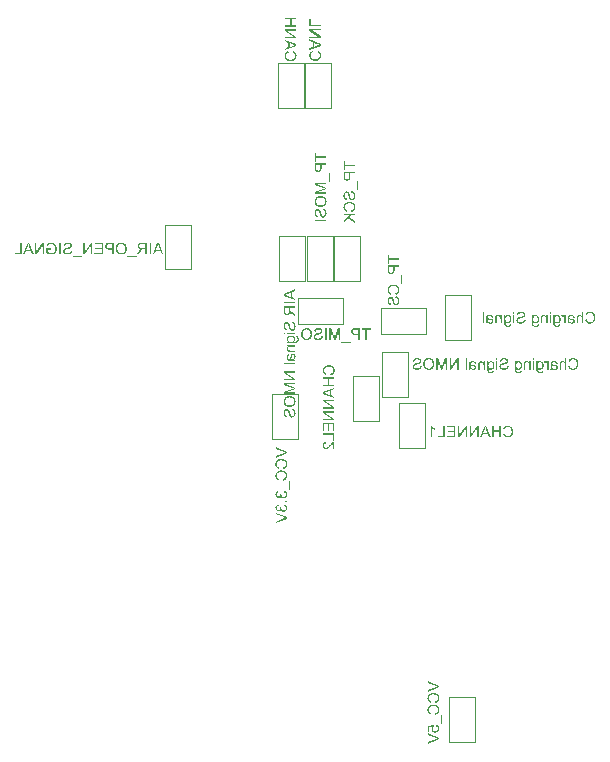
<source format=gbo>
G04*
G04 #@! TF.GenerationSoftware,Altium Limited,Altium Designer,21.7.2 (23)*
G04*
G04 Layer_Color=32896*
%FSLAX25Y25*%
%MOIN*%
G70*
G04*
G04 #@! TF.SameCoordinates,186AB076-094B-42DB-82BF-AC498878BA60*
G04*
G04*
G04 #@! TF.FilePolarity,Positive*
G04*
G01*
G75*
%ADD18C,0.00394*%
G36*
X-60079Y44622D02*
Y44089D01*
X-63920Y42590D01*
Y43106D01*
X-61128Y44150D01*
X-61012Y44194D01*
X-60901Y44233D01*
X-60795Y44266D01*
X-60701Y44294D01*
X-60618Y44322D01*
X-60557Y44339D01*
X-60534Y44344D01*
X-60518Y44350D01*
X-60507Y44355D01*
X-60501D01*
X-60723Y44422D01*
X-60829Y44455D01*
X-60923Y44488D01*
X-61006Y44516D01*
X-61039Y44527D01*
X-61073Y44533D01*
X-61095Y44544D01*
X-61111Y44550D01*
X-61123Y44555D01*
X-61128D01*
X-63920Y45554D01*
Y46109D01*
X-60079Y44622D01*
D02*
G37*
G36*
X-61827Y42268D02*
X-61633Y42246D01*
X-61461Y42219D01*
X-61378Y42196D01*
X-61306Y42180D01*
X-61239Y42163D01*
X-61178Y42141D01*
X-61123Y42124D01*
X-61078Y42113D01*
X-61045Y42096D01*
X-61017Y42091D01*
X-61001Y42080D01*
X-60995D01*
X-60829Y41996D01*
X-60679Y41902D01*
X-60551Y41802D01*
X-60501Y41752D01*
X-60451Y41708D01*
X-60407Y41664D01*
X-60368Y41619D01*
X-60334Y41580D01*
X-60312Y41547D01*
X-60290Y41525D01*
X-60273Y41502D01*
X-60268Y41491D01*
X-60262Y41486D01*
X-60218Y41408D01*
X-60179Y41331D01*
X-60118Y41164D01*
X-60074Y40997D01*
X-60046Y40837D01*
X-60035Y40759D01*
X-60024Y40692D01*
X-60018Y40631D01*
Y40581D01*
X-60013Y40537D01*
Y40476D01*
X-60018Y40365D01*
X-60029Y40259D01*
X-60040Y40159D01*
X-60063Y40065D01*
X-60090Y39976D01*
X-60118Y39893D01*
X-60146Y39815D01*
X-60179Y39743D01*
X-60207Y39682D01*
X-60235Y39621D01*
X-60262Y39577D01*
X-60290Y39532D01*
X-60312Y39505D01*
X-60323Y39477D01*
X-60334Y39466D01*
X-60340Y39460D01*
X-60407Y39382D01*
X-60473Y39316D01*
X-60551Y39255D01*
X-60629Y39194D01*
X-60784Y39094D01*
X-60940Y39016D01*
X-61012Y38983D01*
X-61078Y38955D01*
X-61139Y38933D01*
X-61189Y38916D01*
X-61234Y38900D01*
X-61267Y38888D01*
X-61289Y38883D01*
X-61295D01*
X-61422Y39393D01*
X-61334Y39416D01*
X-61250Y39443D01*
X-61173Y39471D01*
X-61100Y39499D01*
X-61034Y39532D01*
X-60978Y39566D01*
X-60923Y39604D01*
X-60873Y39638D01*
X-60829Y39665D01*
X-60795Y39699D01*
X-60762Y39726D01*
X-60734Y39749D01*
X-60717Y39771D01*
X-60701Y39788D01*
X-60695Y39793D01*
X-60690Y39799D01*
X-60645Y39854D01*
X-60612Y39915D01*
X-60551Y40037D01*
X-60507Y40154D01*
X-60479Y40270D01*
X-60457Y40370D01*
X-60451Y40409D01*
Y40448D01*
X-60445Y40481D01*
Y40520D01*
X-60451Y40648D01*
X-60473Y40770D01*
X-60501Y40881D01*
X-60534Y40981D01*
X-60568Y41058D01*
X-60584Y41092D01*
X-60595Y41120D01*
X-60606Y41142D01*
X-60618Y41158D01*
X-60623Y41170D01*
Y41175D01*
X-60701Y41280D01*
X-60784Y41369D01*
X-60878Y41447D01*
X-60967Y41508D01*
X-61045Y41558D01*
X-61111Y41591D01*
X-61139Y41602D01*
X-61156Y41614D01*
X-61167Y41619D01*
X-61173D01*
X-61317Y41664D01*
X-61461Y41697D01*
X-61606Y41725D01*
X-61739Y41741D01*
X-61800Y41747D01*
X-61855Y41752D01*
X-61905D01*
X-61944Y41758D01*
X-61977D01*
X-62005D01*
X-62022D01*
X-62027D01*
X-62172Y41752D01*
X-62305Y41741D01*
X-62427Y41719D01*
X-62538Y41697D01*
X-62632Y41680D01*
X-62671Y41669D01*
X-62704Y41658D01*
X-62732Y41652D01*
X-62749Y41647D01*
X-62760Y41641D01*
X-62765D01*
X-62893Y41586D01*
X-63010Y41525D01*
X-63104Y41458D01*
X-63187Y41386D01*
X-63254Y41325D01*
X-63298Y41275D01*
X-63326Y41236D01*
X-63337Y41231D01*
Y41225D01*
X-63409Y41109D01*
X-63465Y40981D01*
X-63504Y40859D01*
X-63526Y40742D01*
X-63542Y40637D01*
X-63548Y40592D01*
Y40554D01*
X-63554Y40526D01*
Y40481D01*
X-63548Y40343D01*
X-63526Y40215D01*
X-63493Y40110D01*
X-63459Y40015D01*
X-63420Y39943D01*
X-63393Y39887D01*
X-63370Y39854D01*
X-63359Y39843D01*
X-63276Y39754D01*
X-63182Y39671D01*
X-63082Y39604D01*
X-62982Y39549D01*
X-62893Y39505D01*
X-62849Y39488D01*
X-62815Y39477D01*
X-62788Y39466D01*
X-62765Y39455D01*
X-62754Y39449D01*
X-62749D01*
X-62865Y38949D01*
X-62965Y38983D01*
X-63054Y39016D01*
X-63137Y39061D01*
X-63221Y39099D01*
X-63293Y39144D01*
X-63359Y39194D01*
X-63426Y39238D01*
X-63481Y39283D01*
X-63526Y39327D01*
X-63570Y39366D01*
X-63609Y39405D01*
X-63637Y39432D01*
X-63665Y39460D01*
X-63681Y39482D01*
X-63687Y39493D01*
X-63692Y39499D01*
X-63742Y39577D01*
X-63792Y39654D01*
X-63831Y39732D01*
X-63864Y39815D01*
X-63914Y39982D01*
X-63948Y40132D01*
X-63964Y40204D01*
X-63970Y40265D01*
X-63975Y40326D01*
X-63981Y40376D01*
X-63986Y40415D01*
Y40470D01*
X-63975Y40653D01*
X-63948Y40831D01*
X-63914Y40986D01*
X-63892Y41058D01*
X-63870Y41125D01*
X-63848Y41186D01*
X-63826Y41242D01*
X-63809Y41286D01*
X-63792Y41331D01*
X-63775Y41358D01*
X-63764Y41380D01*
X-63759Y41397D01*
X-63753Y41403D01*
X-63659Y41552D01*
X-63548Y41680D01*
X-63437Y41791D01*
X-63326Y41886D01*
X-63226Y41958D01*
X-63182Y41985D01*
X-63143Y42008D01*
X-63115Y42030D01*
X-63093Y42041D01*
X-63076Y42046D01*
X-63071Y42052D01*
X-62899Y42130D01*
X-62721Y42185D01*
X-62543Y42224D01*
X-62383Y42252D01*
X-62310Y42263D01*
X-62238Y42268D01*
X-62183Y42274D01*
X-62127D01*
X-62088Y42279D01*
X-62055D01*
X-62033D01*
X-62027D01*
X-61827Y42268D01*
D02*
G37*
G36*
Y38394D02*
X-61633Y38372D01*
X-61461Y38345D01*
X-61378Y38322D01*
X-61306Y38306D01*
X-61239Y38289D01*
X-61178Y38267D01*
X-61123Y38250D01*
X-61078Y38239D01*
X-61045Y38223D01*
X-61017Y38217D01*
X-61001Y38206D01*
X-60995D01*
X-60829Y38123D01*
X-60679Y38028D01*
X-60551Y37928D01*
X-60501Y37878D01*
X-60451Y37834D01*
X-60407Y37790D01*
X-60368Y37745D01*
X-60334Y37706D01*
X-60312Y37673D01*
X-60290Y37651D01*
X-60273Y37629D01*
X-60268Y37617D01*
X-60262Y37612D01*
X-60218Y37534D01*
X-60179Y37457D01*
X-60118Y37290D01*
X-60074Y37124D01*
X-60046Y36963D01*
X-60035Y36885D01*
X-60024Y36818D01*
X-60018Y36757D01*
Y36707D01*
X-60013Y36663D01*
Y36602D01*
X-60018Y36491D01*
X-60029Y36385D01*
X-60040Y36285D01*
X-60063Y36191D01*
X-60090Y36102D01*
X-60118Y36019D01*
X-60146Y35941D01*
X-60179Y35869D01*
X-60207Y35808D01*
X-60235Y35747D01*
X-60262Y35703D01*
X-60290Y35658D01*
X-60312Y35631D01*
X-60323Y35603D01*
X-60334Y35592D01*
X-60340Y35586D01*
X-60407Y35508D01*
X-60473Y35442D01*
X-60551Y35381D01*
X-60629Y35320D01*
X-60784Y35220D01*
X-60940Y35142D01*
X-61012Y35109D01*
X-61078Y35081D01*
X-61139Y35059D01*
X-61189Y35042D01*
X-61234Y35026D01*
X-61267Y35015D01*
X-61289Y35009D01*
X-61295D01*
X-61422Y35520D01*
X-61334Y35542D01*
X-61250Y35570D01*
X-61173Y35597D01*
X-61100Y35625D01*
X-61034Y35658D01*
X-60978Y35692D01*
X-60923Y35730D01*
X-60873Y35764D01*
X-60829Y35792D01*
X-60795Y35825D01*
X-60762Y35853D01*
X-60734Y35875D01*
X-60717Y35897D01*
X-60701Y35914D01*
X-60695Y35919D01*
X-60690Y35925D01*
X-60645Y35980D01*
X-60612Y36041D01*
X-60551Y36163D01*
X-60507Y36280D01*
X-60479Y36397D01*
X-60457Y36496D01*
X-60451Y36535D01*
Y36574D01*
X-60445Y36607D01*
Y36646D01*
X-60451Y36774D01*
X-60473Y36896D01*
X-60501Y37007D01*
X-60534Y37107D01*
X-60568Y37185D01*
X-60584Y37218D01*
X-60595Y37246D01*
X-60606Y37268D01*
X-60618Y37284D01*
X-60623Y37296D01*
Y37301D01*
X-60701Y37407D01*
X-60784Y37495D01*
X-60878Y37573D01*
X-60967Y37634D01*
X-61045Y37684D01*
X-61111Y37717D01*
X-61139Y37729D01*
X-61156Y37740D01*
X-61167Y37745D01*
X-61173D01*
X-61317Y37790D01*
X-61461Y37823D01*
X-61606Y37851D01*
X-61739Y37867D01*
X-61800Y37873D01*
X-61855Y37878D01*
X-61905D01*
X-61944Y37884D01*
X-61977D01*
X-62005D01*
X-62022D01*
X-62027D01*
X-62172Y37878D01*
X-62305Y37867D01*
X-62427Y37845D01*
X-62538Y37823D01*
X-62632Y37806D01*
X-62671Y37795D01*
X-62704Y37784D01*
X-62732Y37778D01*
X-62749Y37773D01*
X-62760Y37767D01*
X-62765D01*
X-62893Y37712D01*
X-63010Y37651D01*
X-63104Y37584D01*
X-63187Y37512D01*
X-63254Y37451D01*
X-63298Y37401D01*
X-63326Y37362D01*
X-63337Y37357D01*
Y37351D01*
X-63409Y37235D01*
X-63465Y37107D01*
X-63504Y36985D01*
X-63526Y36868D01*
X-63542Y36763D01*
X-63548Y36718D01*
Y36680D01*
X-63554Y36652D01*
Y36607D01*
X-63548Y36469D01*
X-63526Y36341D01*
X-63493Y36236D01*
X-63459Y36141D01*
X-63420Y36069D01*
X-63393Y36014D01*
X-63370Y35980D01*
X-63359Y35969D01*
X-63276Y35880D01*
X-63182Y35797D01*
X-63082Y35730D01*
X-62982Y35675D01*
X-62893Y35631D01*
X-62849Y35614D01*
X-62815Y35603D01*
X-62788Y35592D01*
X-62765Y35581D01*
X-62754Y35575D01*
X-62749D01*
X-62865Y35076D01*
X-62965Y35109D01*
X-63054Y35142D01*
X-63137Y35187D01*
X-63221Y35225D01*
X-63293Y35270D01*
X-63359Y35320D01*
X-63426Y35364D01*
X-63481Y35409D01*
X-63526Y35453D01*
X-63570Y35492D01*
X-63609Y35531D01*
X-63637Y35559D01*
X-63665Y35586D01*
X-63681Y35608D01*
X-63687Y35620D01*
X-63692Y35625D01*
X-63742Y35703D01*
X-63792Y35781D01*
X-63831Y35858D01*
X-63864Y35941D01*
X-63914Y36108D01*
X-63948Y36258D01*
X-63964Y36330D01*
X-63970Y36391D01*
X-63975Y36452D01*
X-63981Y36502D01*
X-63986Y36541D01*
Y36596D01*
X-63975Y36779D01*
X-63948Y36957D01*
X-63914Y37113D01*
X-63892Y37185D01*
X-63870Y37251D01*
X-63848Y37312D01*
X-63826Y37368D01*
X-63809Y37412D01*
X-63792Y37457D01*
X-63775Y37484D01*
X-63764Y37506D01*
X-63759Y37523D01*
X-63753Y37529D01*
X-63659Y37679D01*
X-63548Y37806D01*
X-63437Y37917D01*
X-63326Y38012D01*
X-63226Y38084D01*
X-63182Y38111D01*
X-63143Y38134D01*
X-63115Y38156D01*
X-63093Y38167D01*
X-63076Y38173D01*
X-63071Y38178D01*
X-62899Y38256D01*
X-62721Y38311D01*
X-62543Y38350D01*
X-62383Y38378D01*
X-62310Y38389D01*
X-62238Y38394D01*
X-62183Y38400D01*
X-62127D01*
X-62088Y38406D01*
X-62055D01*
X-62033D01*
X-62027D01*
X-61827Y38394D01*
D02*
G37*
G36*
X-59014Y31757D02*
X-59352D01*
Y34881D01*
X-59014D01*
Y31757D01*
D02*
G37*
G36*
X-60995Y31579D02*
X-60912Y31563D01*
X-60756Y31512D01*
X-60623Y31451D01*
X-60562Y31418D01*
X-60512Y31385D01*
X-60462Y31357D01*
X-60418Y31324D01*
X-60385Y31296D01*
X-60357Y31268D01*
X-60334Y31246D01*
X-60312Y31235D01*
X-60307Y31224D01*
X-60301Y31218D01*
X-60251Y31152D01*
X-60207Y31085D01*
X-60168Y31013D01*
X-60135Y30941D01*
X-60085Y30802D01*
X-60052Y30663D01*
X-60035Y30602D01*
X-60029Y30541D01*
X-60024Y30491D01*
X-60018Y30447D01*
X-60013Y30408D01*
Y30358D01*
X-60018Y30242D01*
X-60035Y30131D01*
X-60057Y30025D01*
X-60085Y29931D01*
X-60124Y29842D01*
X-60163Y29759D01*
X-60201Y29681D01*
X-60246Y29614D01*
X-60290Y29553D01*
X-60329Y29498D01*
X-60373Y29454D01*
X-60407Y29415D01*
X-60434Y29387D01*
X-60457Y29365D01*
X-60473Y29354D01*
X-60479Y29348D01*
X-60551Y29293D01*
X-60629Y29248D01*
X-60701Y29204D01*
X-60778Y29170D01*
X-60928Y29115D01*
X-61073Y29082D01*
X-61134Y29070D01*
X-61195Y29059D01*
X-61245Y29054D01*
X-61289Y29048D01*
X-61328Y29043D01*
X-61356D01*
X-61372D01*
X-61378D01*
X-61478Y29048D01*
X-61572Y29059D01*
X-61667Y29076D01*
X-61750Y29098D01*
X-61827Y29126D01*
X-61905Y29154D01*
X-61972Y29187D01*
X-62033Y29215D01*
X-62088Y29248D01*
X-62138Y29281D01*
X-62177Y29309D01*
X-62216Y29337D01*
X-62244Y29359D01*
X-62260Y29376D01*
X-62271Y29387D01*
X-62277Y29392D01*
X-62338Y29459D01*
X-62394Y29526D01*
X-62438Y29598D01*
X-62477Y29670D01*
X-62516Y29742D01*
X-62543Y29814D01*
X-62582Y29947D01*
X-62599Y30009D01*
X-62610Y30064D01*
X-62616Y30114D01*
X-62621Y30158D01*
X-62627Y30192D01*
Y30314D01*
X-62616Y30380D01*
X-62588Y30514D01*
X-62549Y30636D01*
X-62505Y30747D01*
X-62460Y30835D01*
X-62438Y30874D01*
X-62421Y30908D01*
X-62405Y30935D01*
X-62394Y30952D01*
X-62388Y30963D01*
X-62383Y30969D01*
X-63420Y30763D01*
Y29226D01*
X-63870D01*
Y31135D01*
X-61894Y31507D01*
X-61833Y31063D01*
X-61894Y31024D01*
X-61944Y30974D01*
X-61994Y30930D01*
X-62033Y30885D01*
X-62061Y30841D01*
X-62088Y30808D01*
X-62099Y30786D01*
X-62105Y30780D01*
X-62138Y30708D01*
X-62166Y30636D01*
X-62183Y30569D01*
X-62199Y30502D01*
X-62205Y30447D01*
X-62210Y30402D01*
Y30297D01*
X-62199Y30231D01*
X-62172Y30114D01*
X-62133Y30014D01*
X-62094Y29925D01*
X-62050Y29859D01*
X-62011Y29809D01*
X-61983Y29781D01*
X-61977Y29770D01*
X-61972D01*
X-61877Y29692D01*
X-61778Y29637D01*
X-61672Y29598D01*
X-61567Y29570D01*
X-61478Y29553D01*
X-61439Y29548D01*
X-61406D01*
X-61378Y29542D01*
X-61356D01*
X-61345D01*
X-61339D01*
X-61261D01*
X-61189Y29553D01*
X-61050Y29581D01*
X-60934Y29620D01*
X-60840Y29659D01*
X-60762Y29703D01*
X-60701Y29742D01*
X-60684Y29759D01*
X-60668Y29770D01*
X-60662Y29775D01*
X-60656Y29781D01*
X-60612Y29825D01*
X-60573Y29870D01*
X-60507Y29970D01*
X-60462Y30064D01*
X-60434Y30158D01*
X-60412Y30236D01*
X-60407Y30303D01*
X-60401Y30325D01*
Y30358D01*
X-60407Y30464D01*
X-60429Y30558D01*
X-60457Y30641D01*
X-60490Y30708D01*
X-60523Y30769D01*
X-60551Y30813D01*
X-60573Y30835D01*
X-60579Y30847D01*
X-60656Y30913D01*
X-60740Y30969D01*
X-60834Y31013D01*
X-60917Y31046D01*
X-61001Y31069D01*
X-61062Y31085D01*
X-61089Y31091D01*
X-61106Y31096D01*
X-61117D01*
X-61123D01*
X-61084Y31590D01*
X-60995Y31579D01*
D02*
G37*
G36*
X-60079Y27322D02*
Y26790D01*
X-63920Y25291D01*
Y25807D01*
X-61128Y26851D01*
X-61012Y26895D01*
X-60901Y26934D01*
X-60795Y26967D01*
X-60701Y26995D01*
X-60618Y27023D01*
X-60557Y27039D01*
X-60534Y27045D01*
X-60518Y27050D01*
X-60507Y27056D01*
X-60501D01*
X-60723Y27123D01*
X-60829Y27156D01*
X-60923Y27189D01*
X-61006Y27217D01*
X-61039Y27228D01*
X-61073Y27233D01*
X-61095Y27245D01*
X-61111Y27250D01*
X-61123Y27256D01*
X-61128D01*
X-63920Y28255D01*
Y28810D01*
X-60079Y27322D01*
D02*
G37*
G36*
X-110779Y122661D02*
Y122128D01*
X-114620Y120630D01*
Y121146D01*
X-111828Y122189D01*
X-111712Y122234D01*
X-111601Y122273D01*
X-111495Y122306D01*
X-111401Y122334D01*
X-111318Y122361D01*
X-111257Y122378D01*
X-111234Y122383D01*
X-111218Y122389D01*
X-111207Y122395D01*
X-111201D01*
X-111423Y122461D01*
X-111529Y122494D01*
X-111623Y122528D01*
X-111706Y122556D01*
X-111739Y122567D01*
X-111773Y122572D01*
X-111795Y122583D01*
X-111811Y122589D01*
X-111823Y122594D01*
X-111828D01*
X-114620Y123593D01*
Y124148D01*
X-110779Y122661D01*
D02*
G37*
G36*
X-112528Y120308D02*
X-112333Y120286D01*
X-112161Y120258D01*
X-112078Y120236D01*
X-112006Y120219D01*
X-111939Y120202D01*
X-111878Y120180D01*
X-111823Y120164D01*
X-111778Y120152D01*
X-111745Y120136D01*
X-111717Y120130D01*
X-111700Y120119D01*
X-111695D01*
X-111529Y120036D01*
X-111379Y119941D01*
X-111251Y119842D01*
X-111201Y119792D01*
X-111151Y119747D01*
X-111107Y119703D01*
X-111068Y119659D01*
X-111035Y119620D01*
X-111012Y119586D01*
X-110990Y119564D01*
X-110974Y119542D01*
X-110968Y119531D01*
X-110962Y119525D01*
X-110918Y119448D01*
X-110879Y119370D01*
X-110818Y119203D01*
X-110774Y119037D01*
X-110746Y118876D01*
X-110735Y118798D01*
X-110724Y118732D01*
X-110718Y118671D01*
Y118621D01*
X-110713Y118576D01*
Y118515D01*
X-110718Y118404D01*
X-110729Y118299D01*
X-110740Y118199D01*
X-110763Y118105D01*
X-110790Y118016D01*
X-110818Y117932D01*
X-110846Y117855D01*
X-110879Y117783D01*
X-110907Y117721D01*
X-110935Y117660D01*
X-110962Y117616D01*
X-110990Y117572D01*
X-111012Y117544D01*
X-111023Y117516D01*
X-111035Y117505D01*
X-111040Y117499D01*
X-111107Y117422D01*
X-111173Y117355D01*
X-111251Y117294D01*
X-111329Y117233D01*
X-111484Y117133D01*
X-111639Y117055D01*
X-111712Y117022D01*
X-111778Y116995D01*
X-111839Y116972D01*
X-111889Y116956D01*
X-111934Y116939D01*
X-111967Y116928D01*
X-111989Y116922D01*
X-111995D01*
X-112122Y117433D01*
X-112033Y117455D01*
X-111950Y117483D01*
X-111873Y117511D01*
X-111800Y117538D01*
X-111734Y117572D01*
X-111678Y117605D01*
X-111623Y117644D01*
X-111573Y117677D01*
X-111529Y117705D01*
X-111495Y117738D01*
X-111462Y117766D01*
X-111434Y117788D01*
X-111417Y117810D01*
X-111401Y117827D01*
X-111395Y117833D01*
X-111390Y117838D01*
X-111345Y117894D01*
X-111312Y117955D01*
X-111251Y118077D01*
X-111207Y118193D01*
X-111179Y118310D01*
X-111157Y118410D01*
X-111151Y118449D01*
Y118487D01*
X-111145Y118521D01*
Y118560D01*
X-111151Y118687D01*
X-111173Y118809D01*
X-111201Y118920D01*
X-111234Y119020D01*
X-111268Y119098D01*
X-111284Y119131D01*
X-111295Y119159D01*
X-111307Y119181D01*
X-111318Y119198D01*
X-111323Y119209D01*
Y119214D01*
X-111401Y119320D01*
X-111484Y119409D01*
X-111578Y119486D01*
X-111667Y119547D01*
X-111745Y119597D01*
X-111811Y119631D01*
X-111839Y119642D01*
X-111856Y119653D01*
X-111867Y119659D01*
X-111873D01*
X-112017Y119703D01*
X-112161Y119736D01*
X-112305Y119764D01*
X-112439Y119781D01*
X-112500Y119786D01*
X-112555Y119792D01*
X-112605D01*
X-112644Y119797D01*
X-112677D01*
X-112705D01*
X-112722D01*
X-112727D01*
X-112872Y119792D01*
X-113005Y119781D01*
X-113127Y119758D01*
X-113238Y119736D01*
X-113332Y119720D01*
X-113371Y119708D01*
X-113404Y119697D01*
X-113432Y119692D01*
X-113449Y119686D01*
X-113460Y119681D01*
X-113465D01*
X-113593Y119625D01*
X-113710Y119564D01*
X-113804Y119498D01*
X-113887Y119425D01*
X-113954Y119364D01*
X-113998Y119314D01*
X-114026Y119275D01*
X-114037Y119270D01*
Y119264D01*
X-114109Y119148D01*
X-114165Y119020D01*
X-114204Y118898D01*
X-114226Y118782D01*
X-114242Y118676D01*
X-114248Y118632D01*
Y118593D01*
X-114253Y118565D01*
Y118521D01*
X-114248Y118382D01*
X-114226Y118254D01*
X-114192Y118149D01*
X-114159Y118054D01*
X-114120Y117982D01*
X-114093Y117927D01*
X-114070Y117894D01*
X-114059Y117883D01*
X-113976Y117794D01*
X-113882Y117710D01*
X-113782Y117644D01*
X-113682Y117588D01*
X-113593Y117544D01*
X-113549Y117527D01*
X-113515Y117516D01*
X-113488Y117505D01*
X-113465Y117494D01*
X-113454Y117488D01*
X-113449D01*
X-113565Y116989D01*
X-113665Y117022D01*
X-113754Y117055D01*
X-113837Y117100D01*
X-113920Y117139D01*
X-113993Y117183D01*
X-114059Y117233D01*
X-114126Y117278D01*
X-114181Y117322D01*
X-114226Y117366D01*
X-114270Y117405D01*
X-114309Y117444D01*
X-114337Y117472D01*
X-114365Y117499D01*
X-114381Y117522D01*
X-114387Y117533D01*
X-114392Y117538D01*
X-114442Y117616D01*
X-114492Y117694D01*
X-114531Y117771D01*
X-114564Y117855D01*
X-114614Y118021D01*
X-114648Y118171D01*
X-114664Y118243D01*
X-114670Y118304D01*
X-114675Y118365D01*
X-114681Y118415D01*
X-114686Y118454D01*
Y118510D01*
X-114675Y118693D01*
X-114648Y118870D01*
X-114614Y119026D01*
X-114592Y119098D01*
X-114570Y119165D01*
X-114548Y119226D01*
X-114525Y119281D01*
X-114509Y119325D01*
X-114492Y119370D01*
X-114476Y119398D01*
X-114464Y119420D01*
X-114459Y119437D01*
X-114453Y119442D01*
X-114359Y119592D01*
X-114248Y119720D01*
X-114137Y119831D01*
X-114026Y119925D01*
X-113926Y119997D01*
X-113882Y120025D01*
X-113843Y120047D01*
X-113815Y120069D01*
X-113793Y120080D01*
X-113776Y120086D01*
X-113771Y120091D01*
X-113599Y120169D01*
X-113421Y120225D01*
X-113243Y120263D01*
X-113083Y120291D01*
X-113010Y120302D01*
X-112938Y120308D01*
X-112883Y120313D01*
X-112827D01*
X-112788Y120319D01*
X-112755D01*
X-112733D01*
X-112727D01*
X-112528Y120308D01*
D02*
G37*
G36*
Y116434D02*
X-112333Y116412D01*
X-112161Y116384D01*
X-112078Y116362D01*
X-112006Y116345D01*
X-111939Y116329D01*
X-111878Y116306D01*
X-111823Y116290D01*
X-111778Y116279D01*
X-111745Y116262D01*
X-111717Y116256D01*
X-111700Y116245D01*
X-111695D01*
X-111529Y116162D01*
X-111379Y116068D01*
X-111251Y115968D01*
X-111201Y115918D01*
X-111151Y115873D01*
X-111107Y115829D01*
X-111068Y115785D01*
X-111035Y115746D01*
X-111012Y115712D01*
X-110990Y115690D01*
X-110974Y115668D01*
X-110968Y115657D01*
X-110962Y115651D01*
X-110918Y115574D01*
X-110879Y115496D01*
X-110818Y115330D01*
X-110774Y115163D01*
X-110746Y115002D01*
X-110735Y114924D01*
X-110724Y114858D01*
X-110718Y114797D01*
Y114747D01*
X-110713Y114702D01*
Y114641D01*
X-110718Y114530D01*
X-110729Y114425D01*
X-110740Y114325D01*
X-110763Y114231D01*
X-110790Y114142D01*
X-110818Y114058D01*
X-110846Y113981D01*
X-110879Y113909D01*
X-110907Y113848D01*
X-110935Y113787D01*
X-110962Y113742D01*
X-110990Y113698D01*
X-111012Y113670D01*
X-111023Y113642D01*
X-111035Y113631D01*
X-111040Y113626D01*
X-111107Y113548D01*
X-111173Y113481D01*
X-111251Y113420D01*
X-111329Y113359D01*
X-111484Y113259D01*
X-111639Y113182D01*
X-111712Y113148D01*
X-111778Y113121D01*
X-111839Y113098D01*
X-111889Y113082D01*
X-111934Y113065D01*
X-111967Y113054D01*
X-111989Y113048D01*
X-111995D01*
X-112122Y113559D01*
X-112033Y113581D01*
X-111950Y113609D01*
X-111873Y113637D01*
X-111800Y113664D01*
X-111734Y113698D01*
X-111678Y113731D01*
X-111623Y113770D01*
X-111573Y113803D01*
X-111529Y113831D01*
X-111495Y113864D01*
X-111462Y113892D01*
X-111434Y113914D01*
X-111417Y113936D01*
X-111401Y113953D01*
X-111395Y113959D01*
X-111390Y113964D01*
X-111345Y114020D01*
X-111312Y114081D01*
X-111251Y114203D01*
X-111207Y114319D01*
X-111179Y114436D01*
X-111157Y114536D01*
X-111151Y114575D01*
Y114613D01*
X-111145Y114647D01*
Y114686D01*
X-111151Y114813D01*
X-111173Y114935D01*
X-111201Y115046D01*
X-111234Y115146D01*
X-111268Y115224D01*
X-111284Y115257D01*
X-111295Y115285D01*
X-111307Y115307D01*
X-111318Y115324D01*
X-111323Y115335D01*
Y115341D01*
X-111401Y115446D01*
X-111484Y115535D01*
X-111578Y115612D01*
X-111667Y115674D01*
X-111745Y115724D01*
X-111811Y115757D01*
X-111839Y115768D01*
X-111856Y115779D01*
X-111867Y115785D01*
X-111873D01*
X-112017Y115829D01*
X-112161Y115862D01*
X-112305Y115890D01*
X-112439Y115907D01*
X-112500Y115912D01*
X-112555Y115918D01*
X-112605D01*
X-112644Y115923D01*
X-112677D01*
X-112705D01*
X-112722D01*
X-112727D01*
X-112872Y115918D01*
X-113005Y115907D01*
X-113127Y115884D01*
X-113238Y115862D01*
X-113332Y115846D01*
X-113371Y115834D01*
X-113404Y115823D01*
X-113432Y115818D01*
X-113449Y115812D01*
X-113460Y115807D01*
X-113465D01*
X-113593Y115751D01*
X-113710Y115690D01*
X-113804Y115624D01*
X-113887Y115551D01*
X-113954Y115490D01*
X-113998Y115440D01*
X-114026Y115402D01*
X-114037Y115396D01*
Y115391D01*
X-114109Y115274D01*
X-114165Y115146D01*
X-114204Y115024D01*
X-114226Y114908D01*
X-114242Y114802D01*
X-114248Y114758D01*
Y114719D01*
X-114253Y114691D01*
Y114647D01*
X-114248Y114508D01*
X-114226Y114380D01*
X-114192Y114275D01*
X-114159Y114181D01*
X-114120Y114109D01*
X-114093Y114053D01*
X-114070Y114020D01*
X-114059Y114009D01*
X-113976Y113920D01*
X-113882Y113837D01*
X-113782Y113770D01*
X-113682Y113714D01*
X-113593Y113670D01*
X-113549Y113653D01*
X-113515Y113642D01*
X-113488Y113631D01*
X-113465Y113620D01*
X-113454Y113614D01*
X-113449D01*
X-113565Y113115D01*
X-113665Y113148D01*
X-113754Y113182D01*
X-113837Y113226D01*
X-113920Y113265D01*
X-113993Y113309D01*
X-114059Y113359D01*
X-114126Y113404D01*
X-114181Y113448D01*
X-114226Y113492D01*
X-114270Y113531D01*
X-114309Y113570D01*
X-114337Y113598D01*
X-114365Y113626D01*
X-114381Y113648D01*
X-114387Y113659D01*
X-114392Y113664D01*
X-114442Y113742D01*
X-114492Y113820D01*
X-114531Y113898D01*
X-114564Y113981D01*
X-114614Y114147D01*
X-114648Y114297D01*
X-114664Y114369D01*
X-114670Y114430D01*
X-114675Y114491D01*
X-114681Y114541D01*
X-114686Y114580D01*
Y114636D01*
X-114675Y114819D01*
X-114648Y114997D01*
X-114614Y115152D01*
X-114592Y115224D01*
X-114570Y115291D01*
X-114548Y115352D01*
X-114525Y115407D01*
X-114509Y115452D01*
X-114492Y115496D01*
X-114476Y115524D01*
X-114464Y115546D01*
X-114459Y115563D01*
X-114453Y115568D01*
X-114359Y115718D01*
X-114248Y115846D01*
X-114137Y115957D01*
X-114026Y116051D01*
X-113926Y116123D01*
X-113882Y116151D01*
X-113843Y116173D01*
X-113815Y116195D01*
X-113793Y116206D01*
X-113776Y116212D01*
X-113771Y116218D01*
X-113599Y116295D01*
X-113421Y116351D01*
X-113243Y116390D01*
X-113083Y116417D01*
X-113010Y116428D01*
X-112938Y116434D01*
X-112883Y116439D01*
X-112827D01*
X-112788Y116445D01*
X-112755D01*
X-112733D01*
X-112727D01*
X-112528Y116434D01*
D02*
G37*
G36*
X-109714Y109796D02*
X-110052D01*
Y112921D01*
X-109714D01*
Y109796D01*
D02*
G37*
G36*
X-111706Y109613D02*
X-111623Y109596D01*
X-111467Y109546D01*
X-111334Y109485D01*
X-111279Y109452D01*
X-111223Y109419D01*
X-111173Y109385D01*
X-111134Y109352D01*
X-111096Y109324D01*
X-111068Y109297D01*
X-111046Y109280D01*
X-111029Y109263D01*
X-111018Y109252D01*
X-111012Y109247D01*
X-110962Y109180D01*
X-110912Y109114D01*
X-110874Y109047D01*
X-110840Y108975D01*
X-110785Y108836D01*
X-110751Y108703D01*
X-110740Y108642D01*
X-110729Y108586D01*
X-110724Y108536D01*
X-110718Y108492D01*
X-110713Y108459D01*
Y108409D01*
X-110718Y108303D01*
X-110729Y108209D01*
X-110746Y108115D01*
X-110768Y108026D01*
X-110796Y107942D01*
X-110824Y107870D01*
X-110857Y107798D01*
X-110890Y107737D01*
X-110918Y107676D01*
X-110951Y107626D01*
X-110979Y107582D01*
X-111007Y107548D01*
X-111029Y107521D01*
X-111046Y107498D01*
X-111057Y107487D01*
X-111062Y107482D01*
X-111129Y107415D01*
X-111201Y107360D01*
X-111273Y107310D01*
X-111345Y107265D01*
X-111412Y107232D01*
X-111484Y107199D01*
X-111617Y107154D01*
X-111678Y107143D01*
X-111734Y107132D01*
X-111784Y107121D01*
X-111828Y107115D01*
X-111862Y107110D01*
X-111889D01*
X-111906D01*
X-111911D01*
X-112045Y107115D01*
X-112167Y107138D01*
X-112272Y107171D01*
X-112361Y107204D01*
X-112433Y107238D01*
X-112489Y107271D01*
X-112522Y107293D01*
X-112533Y107299D01*
X-112616Y107376D01*
X-112688Y107460D01*
X-112744Y107548D01*
X-112788Y107637D01*
X-112822Y107715D01*
X-112844Y107776D01*
X-112849Y107798D01*
X-112855Y107815D01*
X-112861Y107826D01*
Y107831D01*
X-112910Y107737D01*
X-112960Y107659D01*
X-113016Y107593D01*
X-113066Y107537D01*
X-113110Y107493D01*
X-113149Y107460D01*
X-113171Y107443D01*
X-113182Y107437D01*
X-113260Y107393D01*
X-113338Y107360D01*
X-113416Y107332D01*
X-113488Y107315D01*
X-113549Y107304D01*
X-113593Y107299D01*
X-113626D01*
X-113637D01*
X-113732Y107304D01*
X-113826Y107321D01*
X-113909Y107343D01*
X-113982Y107371D01*
X-114043Y107398D01*
X-114093Y107421D01*
X-114120Y107437D01*
X-114131Y107443D01*
X-114215Y107498D01*
X-114287Y107565D01*
X-114348Y107632D01*
X-114403Y107698D01*
X-114442Y107754D01*
X-114476Y107804D01*
X-114492Y107837D01*
X-114498Y107843D01*
Y107848D01*
X-114542Y107948D01*
X-114575Y108048D01*
X-114603Y108148D01*
X-114620Y108237D01*
X-114631Y108309D01*
X-114637Y108370D01*
Y108509D01*
X-114625Y108586D01*
X-114598Y108736D01*
X-114553Y108864D01*
X-114509Y108975D01*
X-114481Y109025D01*
X-114459Y109063D01*
X-114437Y109102D01*
X-114415Y109130D01*
X-114398Y109152D01*
X-114387Y109169D01*
X-114381Y109180D01*
X-114376Y109186D01*
X-114270Y109291D01*
X-114154Y109374D01*
X-114032Y109441D01*
X-113909Y109496D01*
X-113804Y109530D01*
X-113760Y109546D01*
X-113721Y109557D01*
X-113687Y109563D01*
X-113665Y109569D01*
X-113649Y109574D01*
X-113643D01*
X-113560Y109102D01*
X-113682Y109080D01*
X-113787Y109047D01*
X-113876Y109008D01*
X-113948Y108969D01*
X-114004Y108930D01*
X-114043Y108897D01*
X-114070Y108875D01*
X-114076Y108869D01*
X-114131Y108797D01*
X-114176Y108719D01*
X-114204Y108647D01*
X-114226Y108575D01*
X-114237Y108509D01*
X-114248Y108459D01*
Y108414D01*
X-114242Y108314D01*
X-114220Y108226D01*
X-114192Y108148D01*
X-114165Y108081D01*
X-114131Y108031D01*
X-114104Y107992D01*
X-114082Y107965D01*
X-114076Y107959D01*
X-114009Y107898D01*
X-113937Y107854D01*
X-113865Y107826D01*
X-113798Y107804D01*
X-113737Y107793D01*
X-113693Y107782D01*
X-113660D01*
X-113654D01*
X-113649D01*
X-113587D01*
X-113532Y107793D01*
X-113438Y107820D01*
X-113354Y107859D01*
X-113282Y107904D01*
X-113232Y107948D01*
X-113194Y107987D01*
X-113171Y108015D01*
X-113166Y108020D01*
Y108026D01*
X-113116Y108120D01*
X-113077Y108209D01*
X-113049Y108303D01*
X-113032Y108386D01*
X-113021Y108459D01*
X-113010Y108520D01*
Y108592D01*
X-113016Y108614D01*
Y108642D01*
X-112600Y108697D01*
X-112616Y108625D01*
X-112627Y108558D01*
X-112638Y108503D01*
X-112644Y108453D01*
X-112650Y108414D01*
Y108364D01*
X-112638Y108248D01*
X-112616Y108142D01*
X-112583Y108048D01*
X-112544Y107970D01*
X-112505Y107909D01*
X-112472Y107865D01*
X-112450Y107837D01*
X-112439Y107826D01*
X-112355Y107754D01*
X-112267Y107698D01*
X-112178Y107659D01*
X-112089Y107637D01*
X-112017Y107621D01*
X-111956Y107615D01*
X-111934Y107609D01*
X-111917D01*
X-111906D01*
X-111900D01*
X-111778Y107621D01*
X-111667Y107648D01*
X-111573Y107682D01*
X-111490Y107726D01*
X-111423Y107770D01*
X-111373Y107804D01*
X-111340Y107831D01*
X-111329Y107843D01*
X-111251Y107931D01*
X-111196Y108026D01*
X-111157Y108120D01*
X-111129Y108209D01*
X-111112Y108286D01*
X-111107Y108348D01*
X-111101Y108370D01*
Y108403D01*
X-111107Y108503D01*
X-111129Y108597D01*
X-111157Y108681D01*
X-111190Y108747D01*
X-111218Y108803D01*
X-111245Y108847D01*
X-111268Y108869D01*
X-111273Y108880D01*
X-111351Y108947D01*
X-111440Y109002D01*
X-111534Y109052D01*
X-111634Y109091D01*
X-111717Y109119D01*
X-111756Y109130D01*
X-111789Y109136D01*
X-111817Y109141D01*
X-111839Y109147D01*
X-111850Y109152D01*
X-111856D01*
X-111795Y109624D01*
X-111706Y109613D01*
D02*
G37*
G36*
X-110779Y105839D02*
X-111318D01*
Y106377D01*
X-110779D01*
Y105839D01*
D02*
G37*
G36*
X-111706Y105134D02*
X-111623Y105117D01*
X-111467Y105068D01*
X-111334Y105007D01*
X-111279Y104973D01*
X-111223Y104940D01*
X-111173Y104907D01*
X-111134Y104873D01*
X-111096Y104845D01*
X-111068Y104818D01*
X-111046Y104801D01*
X-111029Y104785D01*
X-111018Y104773D01*
X-111012Y104768D01*
X-110962Y104701D01*
X-110912Y104635D01*
X-110874Y104568D01*
X-110840Y104496D01*
X-110785Y104357D01*
X-110751Y104224D01*
X-110740Y104163D01*
X-110729Y104107D01*
X-110724Y104057D01*
X-110718Y104013D01*
X-110713Y103980D01*
Y103930D01*
X-110718Y103824D01*
X-110729Y103730D01*
X-110746Y103636D01*
X-110768Y103547D01*
X-110796Y103464D01*
X-110824Y103391D01*
X-110857Y103319D01*
X-110890Y103258D01*
X-110918Y103197D01*
X-110951Y103147D01*
X-110979Y103103D01*
X-111007Y103069D01*
X-111029Y103042D01*
X-111046Y103020D01*
X-111057Y103008D01*
X-111062Y103003D01*
X-111129Y102936D01*
X-111201Y102881D01*
X-111273Y102831D01*
X-111345Y102787D01*
X-111412Y102753D01*
X-111484Y102720D01*
X-111617Y102675D01*
X-111678Y102664D01*
X-111734Y102653D01*
X-111784Y102642D01*
X-111828Y102637D01*
X-111862Y102631D01*
X-111889D01*
X-111906D01*
X-111911D01*
X-112045Y102637D01*
X-112167Y102659D01*
X-112272Y102692D01*
X-112361Y102725D01*
X-112433Y102759D01*
X-112489Y102792D01*
X-112522Y102814D01*
X-112533Y102820D01*
X-112616Y102898D01*
X-112688Y102981D01*
X-112744Y103069D01*
X-112788Y103158D01*
X-112822Y103236D01*
X-112844Y103297D01*
X-112849Y103319D01*
X-112855Y103336D01*
X-112861Y103347D01*
Y103353D01*
X-112910Y103258D01*
X-112960Y103181D01*
X-113016Y103114D01*
X-113066Y103058D01*
X-113110Y103014D01*
X-113149Y102981D01*
X-113171Y102964D01*
X-113182Y102959D01*
X-113260Y102914D01*
X-113338Y102881D01*
X-113416Y102853D01*
X-113488Y102836D01*
X-113549Y102825D01*
X-113593Y102820D01*
X-113626D01*
X-113637D01*
X-113732Y102825D01*
X-113826Y102842D01*
X-113909Y102864D01*
X-113982Y102892D01*
X-114043Y102920D01*
X-114093Y102942D01*
X-114120Y102959D01*
X-114131Y102964D01*
X-114215Y103020D01*
X-114287Y103086D01*
X-114348Y103153D01*
X-114403Y103219D01*
X-114442Y103275D01*
X-114476Y103325D01*
X-114492Y103358D01*
X-114498Y103364D01*
Y103369D01*
X-114542Y103469D01*
X-114575Y103569D01*
X-114603Y103669D01*
X-114620Y103758D01*
X-114631Y103830D01*
X-114637Y103891D01*
Y104030D01*
X-114625Y104107D01*
X-114598Y104257D01*
X-114553Y104385D01*
X-114509Y104496D01*
X-114481Y104546D01*
X-114459Y104585D01*
X-114437Y104623D01*
X-114415Y104651D01*
X-114398Y104674D01*
X-114387Y104690D01*
X-114381Y104701D01*
X-114376Y104707D01*
X-114270Y104812D01*
X-114154Y104895D01*
X-114032Y104962D01*
X-113909Y105018D01*
X-113804Y105051D01*
X-113760Y105068D01*
X-113721Y105079D01*
X-113687Y105084D01*
X-113665Y105090D01*
X-113649Y105095D01*
X-113643D01*
X-113560Y104623D01*
X-113682Y104601D01*
X-113787Y104568D01*
X-113876Y104529D01*
X-113948Y104490D01*
X-114004Y104452D01*
X-114043Y104418D01*
X-114070Y104396D01*
X-114076Y104390D01*
X-114131Y104318D01*
X-114176Y104241D01*
X-114204Y104168D01*
X-114226Y104096D01*
X-114237Y104030D01*
X-114248Y103980D01*
Y103935D01*
X-114242Y103835D01*
X-114220Y103747D01*
X-114192Y103669D01*
X-114165Y103602D01*
X-114131Y103552D01*
X-114104Y103514D01*
X-114082Y103486D01*
X-114076Y103480D01*
X-114009Y103419D01*
X-113937Y103375D01*
X-113865Y103347D01*
X-113798Y103325D01*
X-113737Y103314D01*
X-113693Y103303D01*
X-113660D01*
X-113654D01*
X-113649D01*
X-113587D01*
X-113532Y103314D01*
X-113438Y103341D01*
X-113354Y103380D01*
X-113282Y103425D01*
X-113232Y103469D01*
X-113194Y103508D01*
X-113171Y103536D01*
X-113166Y103541D01*
Y103547D01*
X-113116Y103641D01*
X-113077Y103730D01*
X-113049Y103824D01*
X-113032Y103908D01*
X-113021Y103980D01*
X-113010Y104041D01*
Y104113D01*
X-113016Y104135D01*
Y104163D01*
X-112600Y104218D01*
X-112616Y104146D01*
X-112627Y104080D01*
X-112638Y104024D01*
X-112644Y103974D01*
X-112650Y103935D01*
Y103885D01*
X-112638Y103769D01*
X-112616Y103663D01*
X-112583Y103569D01*
X-112544Y103491D01*
X-112505Y103430D01*
X-112472Y103386D01*
X-112450Y103358D01*
X-112439Y103347D01*
X-112355Y103275D01*
X-112267Y103219D01*
X-112178Y103181D01*
X-112089Y103158D01*
X-112017Y103142D01*
X-111956Y103136D01*
X-111934Y103131D01*
X-111917D01*
X-111906D01*
X-111900D01*
X-111778Y103142D01*
X-111667Y103169D01*
X-111573Y103203D01*
X-111490Y103247D01*
X-111423Y103291D01*
X-111373Y103325D01*
X-111340Y103353D01*
X-111329Y103364D01*
X-111251Y103453D01*
X-111196Y103547D01*
X-111157Y103641D01*
X-111129Y103730D01*
X-111112Y103808D01*
X-111107Y103869D01*
X-111101Y103891D01*
Y103924D01*
X-111107Y104024D01*
X-111129Y104119D01*
X-111157Y104202D01*
X-111190Y104268D01*
X-111218Y104324D01*
X-111245Y104368D01*
X-111268Y104390D01*
X-111273Y104402D01*
X-111351Y104468D01*
X-111440Y104524D01*
X-111534Y104574D01*
X-111634Y104612D01*
X-111717Y104640D01*
X-111756Y104651D01*
X-111789Y104657D01*
X-111817Y104662D01*
X-111839Y104668D01*
X-111850Y104674D01*
X-111856D01*
X-111795Y105145D01*
X-111706Y105134D01*
D02*
G37*
G36*
X-110779Y100883D02*
Y100350D01*
X-114620Y98852D01*
Y99368D01*
X-111828Y100411D01*
X-111712Y100455D01*
X-111601Y100494D01*
X-111495Y100528D01*
X-111401Y100555D01*
X-111318Y100583D01*
X-111257Y100600D01*
X-111234Y100605D01*
X-111218Y100611D01*
X-111207Y100616D01*
X-111201D01*
X-111423Y100683D01*
X-111529Y100716D01*
X-111623Y100750D01*
X-111706Y100777D01*
X-111739Y100788D01*
X-111773Y100794D01*
X-111795Y100805D01*
X-111811Y100811D01*
X-111823Y100816D01*
X-111828D01*
X-114620Y101815D01*
Y102370D01*
X-110779Y100883D01*
D02*
G37*
G36*
X-96728Y151528D02*
X-96534Y151505D01*
X-96362Y151478D01*
X-96278Y151455D01*
X-96206Y151439D01*
X-96140Y151422D01*
X-96079Y151400D01*
X-96023Y151383D01*
X-95979Y151372D01*
X-95945Y151356D01*
X-95918Y151350D01*
X-95901Y151339D01*
X-95895D01*
X-95729Y151256D01*
X-95579Y151161D01*
X-95451Y151061D01*
X-95402Y151012D01*
X-95352Y150967D01*
X-95307Y150923D01*
X-95268Y150878D01*
X-95235Y150839D01*
X-95213Y150806D01*
X-95191Y150784D01*
X-95174Y150762D01*
X-95168Y150751D01*
X-95163Y150745D01*
X-95118Y150667D01*
X-95080Y150590D01*
X-95019Y150423D01*
X-94974Y150257D01*
X-94946Y150096D01*
X-94935Y150018D01*
X-94924Y149951D01*
X-94919Y149890D01*
Y149840D01*
X-94913Y149796D01*
Y149735D01*
X-94919Y149624D01*
X-94930Y149519D01*
X-94941Y149419D01*
X-94963Y149324D01*
X-94991Y149235D01*
X-95019Y149152D01*
X-95046Y149074D01*
X-95080Y149002D01*
X-95107Y148941D01*
X-95135Y148880D01*
X-95163Y148836D01*
X-95191Y148792D01*
X-95213Y148764D01*
X-95224Y148736D01*
X-95235Y148725D01*
X-95241Y148719D01*
X-95307Y148642D01*
X-95374Y148575D01*
X-95451Y148514D01*
X-95529Y148453D01*
X-95685Y148353D01*
X-95840Y148275D01*
X-95912Y148242D01*
X-95979Y148214D01*
X-96040Y148192D01*
X-96090Y148175D01*
X-96134Y148159D01*
X-96167Y148148D01*
X-96190Y148142D01*
X-96195D01*
X-96323Y148653D01*
X-96234Y148675D01*
X-96151Y148703D01*
X-96073Y148730D01*
X-96001Y148758D01*
X-95934Y148792D01*
X-95879Y148825D01*
X-95823Y148864D01*
X-95773Y148897D01*
X-95729Y148925D01*
X-95696Y148958D01*
X-95662Y148986D01*
X-95635Y149008D01*
X-95618Y149030D01*
X-95601Y149047D01*
X-95596Y149052D01*
X-95590Y149058D01*
X-95546Y149113D01*
X-95512Y149174D01*
X-95451Y149296D01*
X-95407Y149413D01*
X-95379Y149530D01*
X-95357Y149629D01*
X-95352Y149668D01*
Y149707D01*
X-95346Y149741D01*
Y149779D01*
X-95352Y149907D01*
X-95374Y150029D01*
X-95402Y150140D01*
X-95435Y150240D01*
X-95468Y150318D01*
X-95485Y150351D01*
X-95496Y150379D01*
X-95507Y150401D01*
X-95518Y150418D01*
X-95524Y150429D01*
Y150434D01*
X-95601Y150540D01*
X-95685Y150628D01*
X-95779Y150706D01*
X-95868Y150767D01*
X-95945Y150817D01*
X-96012Y150850D01*
X-96040Y150862D01*
X-96056Y150873D01*
X-96068Y150878D01*
X-96073D01*
X-96217Y150923D01*
X-96362Y150956D01*
X-96506Y150984D01*
X-96639Y151000D01*
X-96700Y151006D01*
X-96756Y151012D01*
X-96806D01*
X-96845Y151017D01*
X-96878D01*
X-96906D01*
X-96922D01*
X-96928D01*
X-97072Y151012D01*
X-97205Y151000D01*
X-97327Y150978D01*
X-97438Y150956D01*
X-97533Y150939D01*
X-97572Y150928D01*
X-97605Y150917D01*
X-97633Y150912D01*
X-97649Y150906D01*
X-97660Y150900D01*
X-97666D01*
X-97794Y150845D01*
X-97910Y150784D01*
X-98005Y150717D01*
X-98088Y150645D01*
X-98154Y150584D01*
X-98199Y150534D01*
X-98226Y150495D01*
X-98238Y150490D01*
Y150484D01*
X-98310Y150368D01*
X-98365Y150240D01*
X-98404Y150118D01*
X-98426Y150001D01*
X-98443Y149896D01*
X-98448Y149852D01*
Y149813D01*
X-98454Y149785D01*
Y149741D01*
X-98448Y149602D01*
X-98426Y149474D01*
X-98393Y149369D01*
X-98360Y149274D01*
X-98321Y149202D01*
X-98293Y149147D01*
X-98271Y149113D01*
X-98260Y149102D01*
X-98176Y149013D01*
X-98082Y148930D01*
X-97982Y148864D01*
X-97882Y148808D01*
X-97794Y148764D01*
X-97749Y148747D01*
X-97716Y148736D01*
X-97688Y148725D01*
X-97666Y148714D01*
X-97655Y148708D01*
X-97649D01*
X-97766Y148209D01*
X-97866Y148242D01*
X-97954Y148275D01*
X-98038Y148320D01*
X-98121Y148359D01*
X-98193Y148403D01*
X-98260Y148453D01*
X-98326Y148497D01*
X-98382Y148542D01*
X-98426Y148586D01*
X-98471Y148625D01*
X-98510Y148664D01*
X-98537Y148692D01*
X-98565Y148719D01*
X-98582Y148741D01*
X-98587Y148753D01*
X-98593Y148758D01*
X-98643Y148836D01*
X-98693Y148914D01*
X-98731Y148991D01*
X-98765Y149074D01*
X-98815Y149241D01*
X-98848Y149391D01*
X-98865Y149463D01*
X-98870Y149524D01*
X-98876Y149585D01*
X-98881Y149635D01*
X-98887Y149674D01*
Y149729D01*
X-98876Y149913D01*
X-98848Y150090D01*
X-98815Y150246D01*
X-98793Y150318D01*
X-98770Y150384D01*
X-98748Y150445D01*
X-98726Y150501D01*
X-98709Y150545D01*
X-98693Y150590D01*
X-98676Y150617D01*
X-98665Y150640D01*
X-98659Y150656D01*
X-98654Y150662D01*
X-98559Y150812D01*
X-98448Y150939D01*
X-98338Y151050D01*
X-98226Y151145D01*
X-98127Y151217D01*
X-98082Y151245D01*
X-98043Y151267D01*
X-98016Y151289D01*
X-97993Y151300D01*
X-97977Y151306D01*
X-97971Y151311D01*
X-97799Y151389D01*
X-97622Y151444D01*
X-97444Y151483D01*
X-97283Y151511D01*
X-97211Y151522D01*
X-97139Y151528D01*
X-97083Y151533D01*
X-97028D01*
X-96989Y151539D01*
X-96956D01*
X-96933D01*
X-96928D01*
X-96728Y151528D01*
D02*
G37*
G36*
X-94980Y146988D02*
X-96789D01*
Y145001D01*
X-94980D01*
Y144490D01*
X-98820D01*
Y145001D01*
X-97244D01*
Y146988D01*
X-98820D01*
Y147498D01*
X-94980D01*
Y146988D01*
D02*
G37*
G36*
Y143525D02*
X-96145Y143108D01*
Y141499D01*
X-94980Y141049D01*
Y140472D01*
X-98820Y142043D01*
Y142598D01*
X-94980Y144063D01*
Y143525D01*
D02*
G37*
G36*
Y139578D02*
X-97993D01*
X-94980Y137569D01*
Y137042D01*
X-98820D01*
Y137531D01*
X-95801D01*
X-98820Y139545D01*
Y140067D01*
X-94980D01*
Y139578D01*
D02*
G37*
G36*
Y135705D02*
X-97993D01*
X-94980Y133695D01*
Y133168D01*
X-98820D01*
Y133657D01*
X-95801D01*
X-98820Y135671D01*
Y136193D01*
X-94980D01*
Y135705D01*
D02*
G37*
G36*
Y129439D02*
X-95435D01*
Y131797D01*
X-96739D01*
Y129672D01*
X-97194D01*
Y131797D01*
X-98365D01*
Y129527D01*
X-98820D01*
Y132308D01*
X-94980D01*
Y129439D01*
D02*
G37*
G36*
Y126353D02*
X-95435D01*
Y128245D01*
X-98820D01*
Y128756D01*
X-94980D01*
Y126353D01*
D02*
G37*
G36*
Y123461D02*
X-95435D01*
Y125354D01*
X-95529Y125287D01*
X-95568Y125254D01*
X-95607Y125226D01*
X-95640Y125198D01*
X-95662Y125176D01*
X-95679Y125160D01*
X-95685Y125154D01*
X-95712Y125126D01*
X-95740Y125093D01*
X-95812Y125015D01*
X-95895Y124926D01*
X-95979Y124832D01*
X-96051Y124743D01*
X-96084Y124705D01*
X-96118Y124671D01*
X-96140Y124643D01*
X-96156Y124621D01*
X-96167Y124610D01*
X-96173Y124605D01*
X-96251Y124516D01*
X-96323Y124427D01*
X-96395Y124349D01*
X-96456Y124277D01*
X-96517Y124211D01*
X-96573Y124155D01*
X-96623Y124100D01*
X-96667Y124055D01*
X-96711Y124011D01*
X-96745Y123977D01*
X-96772Y123950D01*
X-96800Y123922D01*
X-96833Y123894D01*
X-96845Y123883D01*
X-96939Y123805D01*
X-97022Y123739D01*
X-97105Y123683D01*
X-97172Y123639D01*
X-97233Y123606D01*
X-97277Y123583D01*
X-97305Y123572D01*
X-97316Y123567D01*
X-97399Y123533D01*
X-97483Y123511D01*
X-97561Y123489D01*
X-97627Y123478D01*
X-97688Y123472D01*
X-97733Y123467D01*
X-97760D01*
X-97771D01*
X-97855Y123472D01*
X-97932Y123484D01*
X-98010Y123495D01*
X-98077Y123517D01*
X-98210Y123572D01*
X-98315Y123628D01*
X-98365Y123661D01*
X-98404Y123689D01*
X-98443Y123717D01*
X-98471Y123744D01*
X-98493Y123767D01*
X-98515Y123778D01*
X-98521Y123789D01*
X-98526Y123794D01*
X-98582Y123855D01*
X-98632Y123922D01*
X-98671Y123994D01*
X-98704Y124066D01*
X-98759Y124211D01*
X-98798Y124355D01*
X-98809Y124416D01*
X-98820Y124477D01*
X-98826Y124532D01*
X-98831Y124577D01*
X-98837Y124616D01*
Y124671D01*
X-98831Y124771D01*
X-98826Y124865D01*
X-98809Y124954D01*
X-98793Y125038D01*
X-98770Y125115D01*
X-98748Y125187D01*
X-98720Y125254D01*
X-98693Y125315D01*
X-98665Y125371D01*
X-98637Y125415D01*
X-98615Y125454D01*
X-98593Y125487D01*
X-98576Y125515D01*
X-98559Y125531D01*
X-98554Y125542D01*
X-98548Y125548D01*
X-98493Y125604D01*
X-98432Y125654D01*
X-98365Y125704D01*
X-98299Y125742D01*
X-98165Y125809D01*
X-98032Y125853D01*
X-97971Y125870D01*
X-97910Y125887D01*
X-97860Y125898D01*
X-97816Y125909D01*
X-97777Y125914D01*
X-97749D01*
X-97733Y125920D01*
X-97727D01*
X-97677Y125437D01*
X-97805Y125426D01*
X-97916Y125404D01*
X-98016Y125371D01*
X-98093Y125332D01*
X-98160Y125298D01*
X-98204Y125265D01*
X-98232Y125243D01*
X-98243Y125232D01*
X-98310Y125148D01*
X-98360Y125060D01*
X-98399Y124965D01*
X-98421Y124882D01*
X-98437Y124804D01*
X-98443Y124738D01*
X-98448Y124716D01*
Y124682D01*
X-98443Y124566D01*
X-98421Y124460D01*
X-98387Y124372D01*
X-98354Y124294D01*
X-98315Y124233D01*
X-98287Y124194D01*
X-98265Y124166D01*
X-98254Y124155D01*
X-98176Y124088D01*
X-98099Y124039D01*
X-98021Y124000D01*
X-97943Y123977D01*
X-97882Y123961D01*
X-97827Y123955D01*
X-97794Y123950D01*
X-97788D01*
X-97782D01*
X-97683Y123961D01*
X-97577Y123983D01*
X-97483Y124022D01*
X-97394Y124061D01*
X-97322Y124105D01*
X-97261Y124144D01*
X-97239Y124155D01*
X-97222Y124166D01*
X-97216Y124177D01*
X-97211D01*
X-97150Y124222D01*
X-97089Y124277D01*
X-97022Y124338D01*
X-96956Y124405D01*
X-96822Y124543D01*
X-96689Y124682D01*
X-96628Y124754D01*
X-96573Y124815D01*
X-96523Y124876D01*
X-96478Y124926D01*
X-96445Y124965D01*
X-96417Y124999D01*
X-96400Y125021D01*
X-96395Y125026D01*
X-96278Y125165D01*
X-96167Y125293D01*
X-96068Y125398D01*
X-95984Y125481D01*
X-95912Y125554D01*
X-95862Y125604D01*
X-95829Y125631D01*
X-95823Y125642D01*
X-95818D01*
X-95723Y125720D01*
X-95635Y125781D01*
X-95546Y125837D01*
X-95468Y125881D01*
X-95402Y125914D01*
X-95352Y125937D01*
X-95318Y125948D01*
X-95313Y125953D01*
X-95307D01*
X-95246Y125975D01*
X-95191Y125987D01*
X-95135Y125998D01*
X-95085Y126003D01*
X-95041Y126009D01*
X-95007D01*
X-94985D01*
X-94980D01*
Y123461D01*
D02*
G37*
G36*
X-62426Y131243D02*
X-62365Y131154D01*
X-62292Y131065D01*
X-62226Y130987D01*
X-62159Y130921D01*
X-62109Y130865D01*
X-62087Y130849D01*
X-62070Y130832D01*
X-62065Y130826D01*
X-62059Y130821D01*
X-61943Y130726D01*
X-61826Y130638D01*
X-61715Y130560D01*
X-61604Y130499D01*
X-61510Y130443D01*
X-61471Y130421D01*
X-61438Y130404D01*
X-61410Y130388D01*
X-61388Y130382D01*
X-61377Y130371D01*
X-61371D01*
Y129916D01*
X-61454Y129949D01*
X-61537Y129988D01*
X-61621Y130027D01*
X-61699Y130066D01*
X-61765Y130099D01*
X-61821Y130127D01*
X-61854Y130149D01*
X-61860Y130155D01*
X-61865D01*
X-61965Y130216D01*
X-62054Y130277D01*
X-62131Y130332D01*
X-62192Y130382D01*
X-62248Y130421D01*
X-62281Y130455D01*
X-62309Y130477D01*
X-62314Y130482D01*
Y127480D01*
X-62786D01*
Y131337D01*
X-62481D01*
X-62426Y131243D01*
D02*
G37*
G36*
X-39454Y127480D02*
X-39965D01*
Y129289D01*
X-41952D01*
Y127480D01*
X-42462D01*
Y131320D01*
X-41952D01*
Y129744D01*
X-39965D01*
Y131320D01*
X-39454D01*
Y127480D01*
D02*
G37*
G36*
X-46886D02*
X-47374D01*
Y130493D01*
X-49383Y127480D01*
X-49910D01*
Y131320D01*
X-49422D01*
Y128301D01*
X-47407Y131320D01*
X-46886D01*
Y127480D01*
D02*
G37*
G36*
X-50759D02*
X-51248D01*
Y130493D01*
X-53257Y127480D01*
X-53784D01*
Y131320D01*
X-53296D01*
Y128301D01*
X-51281Y131320D01*
X-50759D01*
Y127480D01*
D02*
G37*
G36*
X-37040Y131376D02*
X-36862Y131348D01*
X-36707Y131315D01*
X-36635Y131293D01*
X-36568Y131270D01*
X-36507Y131248D01*
X-36452Y131226D01*
X-36407Y131209D01*
X-36363Y131193D01*
X-36335Y131176D01*
X-36313Y131165D01*
X-36296Y131159D01*
X-36291Y131154D01*
X-36141Y131059D01*
X-36013Y130948D01*
X-35902Y130837D01*
X-35808Y130726D01*
X-35736Y130626D01*
X-35708Y130582D01*
X-35686Y130543D01*
X-35664Y130516D01*
X-35652Y130493D01*
X-35647Y130477D01*
X-35641Y130471D01*
X-35563Y130299D01*
X-35508Y130122D01*
X-35469Y129944D01*
X-35441Y129783D01*
X-35430Y129711D01*
X-35425Y129639D01*
X-35419Y129583D01*
Y129528D01*
X-35414Y129489D01*
Y129455D01*
Y129433D01*
Y129428D01*
X-35425Y129228D01*
X-35447Y129034D01*
X-35475Y128862D01*
X-35497Y128778D01*
X-35514Y128706D01*
X-35530Y128640D01*
X-35552Y128579D01*
X-35569Y128523D01*
X-35580Y128479D01*
X-35597Y128445D01*
X-35602Y128418D01*
X-35614Y128401D01*
Y128395D01*
X-35697Y128229D01*
X-35791Y128079D01*
X-35891Y127951D01*
X-35941Y127901D01*
X-35985Y127851D01*
X-36030Y127807D01*
X-36074Y127768D01*
X-36113Y127735D01*
X-36146Y127713D01*
X-36169Y127691D01*
X-36191Y127674D01*
X-36202Y127668D01*
X-36207Y127663D01*
X-36285Y127619D01*
X-36363Y127580D01*
X-36529Y127519D01*
X-36696Y127474D01*
X-36857Y127446D01*
X-36934Y127435D01*
X-37001Y127424D01*
X-37062Y127419D01*
X-37112D01*
X-37156Y127413D01*
X-37218D01*
X-37328Y127419D01*
X-37434Y127430D01*
X-37534Y127441D01*
X-37628Y127463D01*
X-37717Y127491D01*
X-37800Y127519D01*
X-37878Y127546D01*
X-37950Y127580D01*
X-38011Y127607D01*
X-38072Y127635D01*
X-38117Y127663D01*
X-38161Y127691D01*
X-38189Y127713D01*
X-38216Y127724D01*
X-38228Y127735D01*
X-38233Y127741D01*
X-38311Y127807D01*
X-38377Y127874D01*
X-38438Y127951D01*
X-38500Y128029D01*
X-38599Y128184D01*
X-38677Y128340D01*
X-38710Y128412D01*
X-38738Y128479D01*
X-38760Y128540D01*
X-38777Y128590D01*
X-38794Y128634D01*
X-38805Y128667D01*
X-38810Y128690D01*
Y128695D01*
X-38300Y128823D01*
X-38278Y128734D01*
X-38250Y128651D01*
X-38222Y128573D01*
X-38194Y128501D01*
X-38161Y128434D01*
X-38128Y128379D01*
X-38089Y128323D01*
X-38056Y128273D01*
X-38028Y128229D01*
X-37995Y128196D01*
X-37967Y128162D01*
X-37944Y128135D01*
X-37922Y128118D01*
X-37906Y128101D01*
X-37900Y128096D01*
X-37894Y128090D01*
X-37839Y128046D01*
X-37778Y128013D01*
X-37656Y127951D01*
X-37539Y127907D01*
X-37423Y127879D01*
X-37323Y127857D01*
X-37284Y127851D01*
X-37245D01*
X-37212Y127846D01*
X-37173D01*
X-37045Y127851D01*
X-36923Y127874D01*
X-36812Y127901D01*
X-36712Y127935D01*
X-36635Y127968D01*
X-36601Y127985D01*
X-36574Y127996D01*
X-36551Y128007D01*
X-36535Y128018D01*
X-36524Y128024D01*
X-36518D01*
X-36413Y128101D01*
X-36324Y128184D01*
X-36246Y128279D01*
X-36185Y128368D01*
X-36135Y128445D01*
X-36102Y128512D01*
X-36091Y128540D01*
X-36080Y128556D01*
X-36074Y128568D01*
Y128573D01*
X-36030Y128717D01*
X-35996Y128862D01*
X-35969Y129006D01*
X-35952Y129139D01*
X-35947Y129200D01*
X-35941Y129256D01*
Y129306D01*
X-35935Y129344D01*
Y129378D01*
Y129405D01*
Y129422D01*
Y129428D01*
X-35941Y129572D01*
X-35952Y129705D01*
X-35974Y129827D01*
X-35996Y129938D01*
X-36013Y130033D01*
X-36024Y130072D01*
X-36035Y130105D01*
X-36041Y130133D01*
X-36046Y130149D01*
X-36052Y130160D01*
Y130166D01*
X-36108Y130294D01*
X-36169Y130410D01*
X-36235Y130504D01*
X-36307Y130588D01*
X-36368Y130654D01*
X-36418Y130699D01*
X-36457Y130726D01*
X-36463Y130738D01*
X-36468D01*
X-36585Y130810D01*
X-36712Y130865D01*
X-36834Y130904D01*
X-36951Y130926D01*
X-37056Y130943D01*
X-37101Y130948D01*
X-37140D01*
X-37168Y130954D01*
X-37212D01*
X-37351Y130948D01*
X-37478Y130926D01*
X-37584Y130893D01*
X-37678Y130860D01*
X-37750Y130821D01*
X-37806Y130793D01*
X-37839Y130771D01*
X-37850Y130760D01*
X-37939Y130676D01*
X-38022Y130582D01*
X-38089Y130482D01*
X-38144Y130382D01*
X-38189Y130294D01*
X-38205Y130249D01*
X-38216Y130216D01*
X-38228Y130188D01*
X-38239Y130166D01*
X-38244Y130155D01*
Y130149D01*
X-38744Y130266D01*
X-38710Y130366D01*
X-38677Y130455D01*
X-38633Y130538D01*
X-38594Y130621D01*
X-38550Y130693D01*
X-38500Y130760D01*
X-38455Y130826D01*
X-38411Y130882D01*
X-38366Y130926D01*
X-38327Y130971D01*
X-38289Y131009D01*
X-38261Y131037D01*
X-38233Y131065D01*
X-38211Y131082D01*
X-38200Y131087D01*
X-38194Y131093D01*
X-38117Y131143D01*
X-38039Y131193D01*
X-37961Y131231D01*
X-37878Y131265D01*
X-37711Y131315D01*
X-37562Y131348D01*
X-37489Y131365D01*
X-37428Y131370D01*
X-37367Y131376D01*
X-37317Y131381D01*
X-37279Y131387D01*
X-37223D01*
X-37040Y131376D01*
D02*
G37*
G36*
X-42890Y127480D02*
X-43428D01*
X-43844Y128645D01*
X-45454D01*
X-45903Y127480D01*
X-46480D01*
X-44910Y131320D01*
X-44355D01*
X-42890Y127480D01*
D02*
G37*
G36*
X-54644D02*
X-57514D01*
Y127935D01*
X-55155D01*
Y129239D01*
X-57281D01*
Y129694D01*
X-55155D01*
Y130865D01*
X-57425D01*
Y131320D01*
X-54644D01*
Y127480D01*
D02*
G37*
G36*
X-58197D02*
X-60600D01*
Y127935D01*
X-58707D01*
Y131320D01*
X-58197D01*
Y127480D01*
D02*
G37*
G36*
X-22729Y168712D02*
X-23201D01*
Y169250D01*
X-22729D01*
Y168712D01*
D02*
G37*
G36*
X-34967D02*
X-35439D01*
Y169250D01*
X-34967D01*
Y168712D01*
D02*
G37*
G36*
X-11984Y165410D02*
X-12456D01*
Y166930D01*
X-12462Y167047D01*
X-12467Y167147D01*
X-12478Y167236D01*
X-12495Y167308D01*
X-12512Y167363D01*
X-12523Y167408D01*
X-12528Y167430D01*
X-12534Y167441D01*
X-12567Y167508D01*
X-12606Y167569D01*
X-12650Y167619D01*
X-12695Y167663D01*
X-12733Y167696D01*
X-12767Y167719D01*
X-12789Y167735D01*
X-12795Y167741D01*
X-12867Y167780D01*
X-12933Y167807D01*
X-13000Y167824D01*
X-13055Y167841D01*
X-13111Y167846D01*
X-13150Y167852D01*
X-13183D01*
X-13283Y167846D01*
X-13372Y167824D01*
X-13444Y167802D01*
X-13505Y167769D01*
X-13555Y167741D01*
X-13588Y167713D01*
X-13610Y167691D01*
X-13616Y167685D01*
X-13666Y167619D01*
X-13705Y167535D01*
X-13733Y167452D01*
X-13755Y167369D01*
X-13766Y167291D01*
X-13771Y167230D01*
Y167208D01*
Y167191D01*
Y167180D01*
Y167175D01*
Y165410D01*
X-14243D01*
Y167169D01*
X-14238Y167313D01*
X-14227Y167441D01*
X-14210Y167546D01*
X-14193Y167635D01*
X-14176Y167707D01*
X-14160Y167757D01*
X-14149Y167785D01*
X-14143Y167796D01*
X-14099Y167874D01*
X-14049Y167940D01*
X-13993Y167996D01*
X-13943Y168046D01*
X-13893Y168085D01*
X-13855Y168113D01*
X-13827Y168129D01*
X-13816Y168135D01*
X-13727Y168174D01*
X-13638Y168207D01*
X-13549Y168229D01*
X-13466Y168240D01*
X-13394Y168251D01*
X-13333Y168257D01*
X-13283D01*
X-13194Y168251D01*
X-13105Y168240D01*
X-13022Y168224D01*
X-12944Y168196D01*
X-12800Y168135D01*
X-12739Y168102D01*
X-12684Y168068D01*
X-12634Y168029D01*
X-12584Y167996D01*
X-12545Y167963D01*
X-12517Y167935D01*
X-12489Y167907D01*
X-12473Y167891D01*
X-12462Y167879D01*
X-12456Y167874D01*
Y169250D01*
X-11984D01*
Y165410D01*
D02*
G37*
G36*
X-20631Y168251D02*
X-20509Y168229D01*
X-20398Y168196D01*
X-20304Y168163D01*
X-20226Y168129D01*
X-20170Y168096D01*
X-20148Y168085D01*
X-20132Y168074D01*
X-20126Y168068D01*
X-20121D01*
X-20026Y167996D01*
X-19943Y167907D01*
X-19871Y167824D01*
X-19810Y167741D01*
X-19765Y167663D01*
X-19732Y167602D01*
X-19721Y167580D01*
X-19710Y167563D01*
X-19704Y167552D01*
Y167546D01*
X-19654Y167419D01*
X-19621Y167291D01*
X-19593Y167169D01*
X-19577Y167058D01*
X-19566Y166958D01*
Y166919D01*
X-19560Y166881D01*
Y166853D01*
Y166831D01*
Y166819D01*
Y166814D01*
X-19566Y166708D01*
X-19571Y166603D01*
X-19610Y166414D01*
X-19632Y166325D01*
X-19660Y166248D01*
X-19688Y166170D01*
X-19715Y166103D01*
X-19743Y166037D01*
X-19771Y165981D01*
X-19799Y165937D01*
X-19821Y165893D01*
X-19843Y165865D01*
X-19860Y165837D01*
X-19865Y165826D01*
X-19871Y165820D01*
X-19932Y165748D01*
X-19998Y165687D01*
X-20071Y165632D01*
X-20143Y165582D01*
X-20221Y165543D01*
X-20293Y165510D01*
X-20365Y165482D01*
X-20437Y165460D01*
X-20504Y165443D01*
X-20565Y165432D01*
X-20620Y165421D01*
X-20670Y165415D01*
X-20709D01*
X-20737Y165410D01*
X-20764D01*
X-20848Y165415D01*
X-20931Y165426D01*
X-21009Y165443D01*
X-21081Y165465D01*
X-21208Y165526D01*
X-21325Y165593D01*
X-21369Y165626D01*
X-21414Y165659D01*
X-21453Y165693D01*
X-21480Y165720D01*
X-21502Y165743D01*
X-21519Y165759D01*
X-21530Y165770D01*
X-21536Y165776D01*
Y165693D01*
Y165621D01*
X-21530Y165549D01*
Y165487D01*
Y165432D01*
X-21525Y165382D01*
Y165338D01*
X-21519Y165299D01*
X-21514Y165243D01*
X-21508Y165199D01*
X-21502Y165177D01*
Y165171D01*
X-21475Y165088D01*
X-21436Y165016D01*
X-21397Y164955D01*
X-21358Y164899D01*
X-21319Y164860D01*
X-21286Y164827D01*
X-21264Y164810D01*
X-21258Y164805D01*
X-21186Y164760D01*
X-21103Y164727D01*
X-21020Y164705D01*
X-20942Y164688D01*
X-20864Y164677D01*
X-20809Y164672D01*
X-20753D01*
X-20648Y164677D01*
X-20548Y164694D01*
X-20465Y164716D01*
X-20398Y164744D01*
X-20343Y164766D01*
X-20304Y164788D01*
X-20281Y164805D01*
X-20270Y164810D01*
X-20226Y164849D01*
X-20193Y164899D01*
X-20165Y164949D01*
X-20143Y164999D01*
X-20132Y165049D01*
X-20121Y165088D01*
X-20115Y165110D01*
Y165121D01*
X-19654Y165182D01*
Y165099D01*
X-19666Y165027D01*
X-19677Y164955D01*
X-19693Y164888D01*
X-19743Y164771D01*
X-19799Y164677D01*
X-19854Y164605D01*
X-19899Y164555D01*
X-19937Y164522D01*
X-19943Y164516D01*
X-19949Y164511D01*
X-20071Y164433D01*
X-20204Y164377D01*
X-20337Y164339D01*
X-20465Y164311D01*
X-20526Y164300D01*
X-20581Y164294D01*
X-20626Y164289D01*
X-20670D01*
X-20703Y164283D01*
X-20753D01*
X-20903Y164289D01*
X-21042Y164311D01*
X-21164Y164333D01*
X-21264Y164366D01*
X-21347Y164394D01*
X-21380Y164405D01*
X-21408Y164422D01*
X-21430Y164427D01*
X-21447Y164438D01*
X-21453Y164444D01*
X-21458D01*
X-21558Y164505D01*
X-21647Y164577D01*
X-21719Y164649D01*
X-21780Y164716D01*
X-21824Y164777D01*
X-21852Y164827D01*
X-21874Y164860D01*
X-21880Y164866D01*
Y164871D01*
X-21902Y164927D01*
X-21924Y164988D01*
X-21941Y165055D01*
X-21958Y165127D01*
X-21980Y165282D01*
X-21996Y165432D01*
X-22002Y165504D01*
X-22008Y165571D01*
Y165632D01*
X-22013Y165682D01*
Y165726D01*
Y165759D01*
Y165782D01*
Y165787D01*
Y168196D01*
X-21580D01*
Y167852D01*
X-21519Y167924D01*
X-21453Y167985D01*
X-21386Y168040D01*
X-21319Y168085D01*
X-21247Y168124D01*
X-21181Y168157D01*
X-21114Y168185D01*
X-21053Y168207D01*
X-20992Y168224D01*
X-20936Y168235D01*
X-20887Y168246D01*
X-20848Y168251D01*
X-20814Y168257D01*
X-20764D01*
X-20631Y168251D01*
D02*
G37*
G36*
X-27796D02*
X-27674Y168229D01*
X-27563Y168196D01*
X-27469Y168163D01*
X-27391Y168129D01*
X-27336Y168096D01*
X-27313Y168085D01*
X-27297Y168074D01*
X-27291Y168068D01*
X-27286D01*
X-27191Y167996D01*
X-27108Y167907D01*
X-27036Y167824D01*
X-26975Y167741D01*
X-26930Y167663D01*
X-26897Y167602D01*
X-26886Y167580D01*
X-26875Y167563D01*
X-26869Y167552D01*
Y167546D01*
X-26819Y167419D01*
X-26786Y167291D01*
X-26758Y167169D01*
X-26742Y167058D01*
X-26731Y166958D01*
Y166919D01*
X-26725Y166881D01*
Y166853D01*
Y166831D01*
Y166819D01*
Y166814D01*
X-26731Y166708D01*
X-26736Y166603D01*
X-26775Y166414D01*
X-26797Y166325D01*
X-26825Y166248D01*
X-26853Y166170D01*
X-26880Y166103D01*
X-26908Y166037D01*
X-26936Y165981D01*
X-26964Y165937D01*
X-26986Y165893D01*
X-27008Y165865D01*
X-27025Y165837D01*
X-27030Y165826D01*
X-27036Y165820D01*
X-27097Y165748D01*
X-27163Y165687D01*
X-27236Y165632D01*
X-27308Y165582D01*
X-27386Y165543D01*
X-27458Y165510D01*
X-27530Y165482D01*
X-27602Y165460D01*
X-27669Y165443D01*
X-27730Y165432D01*
X-27785Y165421D01*
X-27835Y165415D01*
X-27874D01*
X-27902Y165410D01*
X-27929D01*
X-28013Y165415D01*
X-28096Y165426D01*
X-28174Y165443D01*
X-28246Y165465D01*
X-28373Y165526D01*
X-28490Y165593D01*
X-28534Y165626D01*
X-28579Y165659D01*
X-28618Y165693D01*
X-28645Y165720D01*
X-28668Y165743D01*
X-28684Y165759D01*
X-28695Y165770D01*
X-28701Y165776D01*
Y165693D01*
Y165621D01*
X-28695Y165549D01*
Y165487D01*
Y165432D01*
X-28690Y165382D01*
Y165338D01*
X-28684Y165299D01*
X-28679Y165243D01*
X-28673Y165199D01*
X-28668Y165177D01*
Y165171D01*
X-28640Y165088D01*
X-28601Y165016D01*
X-28562Y164955D01*
X-28523Y164899D01*
X-28484Y164860D01*
X-28451Y164827D01*
X-28429Y164810D01*
X-28423Y164805D01*
X-28351Y164760D01*
X-28268Y164727D01*
X-28185Y164705D01*
X-28107Y164688D01*
X-28029Y164677D01*
X-27974Y164672D01*
X-27918D01*
X-27813Y164677D01*
X-27713Y164694D01*
X-27630Y164716D01*
X-27563Y164744D01*
X-27508Y164766D01*
X-27469Y164788D01*
X-27447Y164805D01*
X-27435Y164810D01*
X-27391Y164849D01*
X-27358Y164899D01*
X-27330Y164949D01*
X-27308Y164999D01*
X-27297Y165049D01*
X-27286Y165088D01*
X-27280Y165110D01*
Y165121D01*
X-26819Y165182D01*
Y165099D01*
X-26831Y165027D01*
X-26842Y164955D01*
X-26858Y164888D01*
X-26908Y164771D01*
X-26964Y164677D01*
X-27019Y164605D01*
X-27064Y164555D01*
X-27103Y164522D01*
X-27108Y164516D01*
X-27114Y164511D01*
X-27236Y164433D01*
X-27369Y164377D01*
X-27502Y164339D01*
X-27630Y164311D01*
X-27691Y164300D01*
X-27746Y164294D01*
X-27791Y164289D01*
X-27835D01*
X-27868Y164283D01*
X-27918D01*
X-28068Y164289D01*
X-28207Y164311D01*
X-28329Y164333D01*
X-28429Y164366D01*
X-28512Y164394D01*
X-28545Y164405D01*
X-28573Y164422D01*
X-28595Y164427D01*
X-28612Y164438D01*
X-28618Y164444D01*
X-28623D01*
X-28723Y164505D01*
X-28812Y164577D01*
X-28884Y164649D01*
X-28945Y164716D01*
X-28989Y164777D01*
X-29017Y164827D01*
X-29039Y164860D01*
X-29045Y164866D01*
Y164871D01*
X-29067Y164927D01*
X-29089Y164988D01*
X-29106Y165055D01*
X-29123Y165127D01*
X-29145Y165282D01*
X-29162Y165432D01*
X-29167Y165504D01*
X-29173Y165571D01*
Y165632D01*
X-29178Y165682D01*
Y165726D01*
Y165759D01*
Y165782D01*
Y165787D01*
Y168196D01*
X-28745D01*
Y167852D01*
X-28684Y167924D01*
X-28618Y167985D01*
X-28551Y168040D01*
X-28484Y168085D01*
X-28412Y168124D01*
X-28346Y168157D01*
X-28279Y168185D01*
X-28218Y168207D01*
X-28157Y168224D01*
X-28102Y168235D01*
X-28051Y168246D01*
X-28013Y168251D01*
X-27979Y168257D01*
X-27929D01*
X-27796Y168251D01*
D02*
G37*
G36*
X-37048D02*
X-36926Y168229D01*
X-36815Y168196D01*
X-36721Y168163D01*
X-36643Y168129D01*
X-36587Y168096D01*
X-36565Y168085D01*
X-36549Y168074D01*
X-36543Y168068D01*
X-36538D01*
X-36443Y167996D01*
X-36360Y167907D01*
X-36288Y167824D01*
X-36227Y167741D01*
X-36182Y167663D01*
X-36149Y167602D01*
X-36138Y167580D01*
X-36127Y167563D01*
X-36121Y167552D01*
Y167546D01*
X-36071Y167419D01*
X-36038Y167291D01*
X-36010Y167169D01*
X-35994Y167058D01*
X-35982Y166958D01*
Y166919D01*
X-35977Y166881D01*
Y166853D01*
Y166831D01*
Y166819D01*
Y166814D01*
X-35982Y166708D01*
X-35988Y166603D01*
X-36027Y166414D01*
X-36049Y166325D01*
X-36077Y166248D01*
X-36105Y166170D01*
X-36132Y166103D01*
X-36160Y166037D01*
X-36188Y165981D01*
X-36216Y165937D01*
X-36238Y165893D01*
X-36260Y165865D01*
X-36277Y165837D01*
X-36282Y165826D01*
X-36288Y165820D01*
X-36349Y165748D01*
X-36415Y165687D01*
X-36487Y165632D01*
X-36560Y165582D01*
X-36637Y165543D01*
X-36709Y165510D01*
X-36782Y165482D01*
X-36854Y165460D01*
X-36920Y165443D01*
X-36981Y165432D01*
X-37037Y165421D01*
X-37087Y165415D01*
X-37126D01*
X-37154Y165410D01*
X-37181D01*
X-37264Y165415D01*
X-37348Y165426D01*
X-37426Y165443D01*
X-37498Y165465D01*
X-37625Y165526D01*
X-37742Y165593D01*
X-37786Y165626D01*
X-37831Y165659D01*
X-37870Y165693D01*
X-37897Y165720D01*
X-37919Y165743D01*
X-37936Y165759D01*
X-37947Y165770D01*
X-37953Y165776D01*
Y165693D01*
Y165621D01*
X-37947Y165549D01*
Y165487D01*
Y165432D01*
X-37942Y165382D01*
Y165338D01*
X-37936Y165299D01*
X-37931Y165243D01*
X-37925Y165199D01*
X-37919Y165177D01*
Y165171D01*
X-37892Y165088D01*
X-37853Y165016D01*
X-37814Y164955D01*
X-37775Y164899D01*
X-37736Y164860D01*
X-37703Y164827D01*
X-37681Y164810D01*
X-37675Y164805D01*
X-37603Y164760D01*
X-37520Y164727D01*
X-37437Y164705D01*
X-37359Y164688D01*
X-37281Y164677D01*
X-37226Y164672D01*
X-37170D01*
X-37065Y164677D01*
X-36965Y164694D01*
X-36882Y164716D01*
X-36815Y164744D01*
X-36759Y164766D01*
X-36721Y164788D01*
X-36698Y164805D01*
X-36687Y164810D01*
X-36643Y164849D01*
X-36610Y164899D01*
X-36582Y164949D01*
X-36560Y164999D01*
X-36549Y165049D01*
X-36538Y165088D01*
X-36532Y165110D01*
Y165121D01*
X-36071Y165182D01*
Y165099D01*
X-36082Y165027D01*
X-36094Y164955D01*
X-36110Y164888D01*
X-36160Y164771D01*
X-36216Y164677D01*
X-36271Y164605D01*
X-36316Y164555D01*
X-36354Y164522D01*
X-36360Y164516D01*
X-36365Y164511D01*
X-36487Y164433D01*
X-36621Y164377D01*
X-36754Y164339D01*
X-36882Y164311D01*
X-36943Y164300D01*
X-36998Y164294D01*
X-37042Y164289D01*
X-37087D01*
X-37120Y164283D01*
X-37170D01*
X-37320Y164289D01*
X-37459Y164311D01*
X-37581Y164333D01*
X-37681Y164366D01*
X-37764Y164394D01*
X-37797Y164405D01*
X-37825Y164422D01*
X-37847Y164427D01*
X-37864Y164438D01*
X-37870Y164444D01*
X-37875D01*
X-37975Y164505D01*
X-38064Y164577D01*
X-38136Y164649D01*
X-38197Y164716D01*
X-38241Y164777D01*
X-38269Y164827D01*
X-38291Y164860D01*
X-38297Y164866D01*
Y164871D01*
X-38319Y164927D01*
X-38341Y164988D01*
X-38358Y165055D01*
X-38375Y165127D01*
X-38397Y165282D01*
X-38413Y165432D01*
X-38419Y165504D01*
X-38425Y165571D01*
Y165632D01*
X-38430Y165682D01*
Y165726D01*
Y165759D01*
Y165782D01*
Y165787D01*
Y168196D01*
X-37997D01*
Y167852D01*
X-37936Y167924D01*
X-37870Y167985D01*
X-37803Y168040D01*
X-37736Y168085D01*
X-37664Y168124D01*
X-37598Y168157D01*
X-37531Y168185D01*
X-37470Y168207D01*
X-37409Y168224D01*
X-37353Y168235D01*
X-37303Y168246D01*
X-37264Y168251D01*
X-37231Y168257D01*
X-37181D01*
X-37048Y168251D01*
D02*
G37*
G36*
X-16014D02*
X-15897Y168240D01*
X-15786Y168224D01*
X-15697Y168207D01*
X-15619Y168190D01*
X-15564Y168174D01*
X-15542Y168168D01*
X-15525Y168163D01*
X-15520Y168157D01*
X-15514D01*
X-15420Y168118D01*
X-15337Y168068D01*
X-15264Y168024D01*
X-15203Y167979D01*
X-15159Y167935D01*
X-15126Y167902D01*
X-15103Y167879D01*
X-15098Y167874D01*
X-15048Y167802D01*
X-15003Y167724D01*
X-14970Y167646D01*
X-14942Y167574D01*
X-14920Y167502D01*
X-14904Y167452D01*
X-14898Y167430D01*
Y167413D01*
X-14893Y167408D01*
Y167402D01*
X-15353Y167341D01*
X-15386Y167441D01*
X-15420Y167530D01*
X-15459Y167602D01*
X-15492Y167657D01*
X-15525Y167702D01*
X-15553Y167730D01*
X-15575Y167746D01*
X-15581Y167752D01*
X-15647Y167791D01*
X-15725Y167818D01*
X-15808Y167841D01*
X-15886Y167852D01*
X-15964Y167863D01*
X-16019Y167868D01*
X-16075D01*
X-16202Y167863D01*
X-16313Y167846D01*
X-16402Y167818D01*
X-16480Y167791D01*
X-16535Y167757D01*
X-16580Y167735D01*
X-16607Y167713D01*
X-16613Y167707D01*
X-16657Y167657D01*
X-16691Y167596D01*
X-16718Y167530D01*
X-16735Y167463D01*
X-16746Y167402D01*
X-16752Y167347D01*
Y167313D01*
Y167308D01*
Y167302D01*
Y167291D01*
Y167269D01*
Y167230D01*
X-16746Y167197D01*
Y167186D01*
Y167180D01*
X-16691Y167164D01*
X-16630Y167147D01*
X-16502Y167114D01*
X-16358Y167086D01*
X-16225Y167058D01*
X-16158Y167047D01*
X-16097Y167041D01*
X-16041Y167030D01*
X-15997Y167025D01*
X-15958Y167019D01*
X-15930D01*
X-15908Y167014D01*
X-15903D01*
X-15803Y167003D01*
X-15719Y166986D01*
X-15647Y166975D01*
X-15592Y166964D01*
X-15547Y166958D01*
X-15514Y166947D01*
X-15492Y166941D01*
X-15486D01*
X-15414Y166919D01*
X-15353Y166897D01*
X-15292Y166869D01*
X-15242Y166847D01*
X-15198Y166825D01*
X-15170Y166803D01*
X-15148Y166792D01*
X-15142Y166786D01*
X-15087Y166747D01*
X-15042Y166703D01*
X-14998Y166658D01*
X-14965Y166614D01*
X-14937Y166575D01*
X-14915Y166542D01*
X-14904Y166520D01*
X-14898Y166514D01*
X-14870Y166453D01*
X-14848Y166386D01*
X-14831Y166325D01*
X-14820Y166264D01*
X-14815Y166215D01*
X-14809Y166176D01*
Y166153D01*
Y166142D01*
X-14815Y166076D01*
X-14820Y166020D01*
X-14848Y165904D01*
X-14887Y165809D01*
X-14931Y165726D01*
X-14976Y165659D01*
X-15015Y165610D01*
X-15042Y165582D01*
X-15053Y165571D01*
X-15153Y165498D01*
X-15264Y165443D01*
X-15386Y165404D01*
X-15497Y165376D01*
X-15597Y165360D01*
X-15642Y165354D01*
X-15681D01*
X-15714Y165349D01*
X-15758D01*
X-15858Y165354D01*
X-15958Y165365D01*
X-16047Y165376D01*
X-16125Y165393D01*
X-16186Y165410D01*
X-16236Y165426D01*
X-16269Y165432D01*
X-16280Y165437D01*
X-16374Y165476D01*
X-16463Y165526D01*
X-16546Y165582D01*
X-16630Y165632D01*
X-16696Y165682D01*
X-16746Y165720D01*
X-16780Y165748D01*
X-16785Y165759D01*
X-16791D01*
X-16802Y165687D01*
X-16813Y165621D01*
X-16824Y165560D01*
X-16840Y165510D01*
X-16857Y165465D01*
X-16868Y165437D01*
X-16874Y165415D01*
X-16879Y165410D01*
X-17373D01*
X-17346Y165471D01*
X-17318Y165532D01*
X-17296Y165587D01*
X-17285Y165637D01*
X-17268Y165682D01*
X-17262Y165715D01*
X-17257Y165737D01*
Y165743D01*
X-17251Y165782D01*
X-17246Y165831D01*
Y165887D01*
X-17240Y165948D01*
X-17235Y166087D01*
Y166226D01*
X-17229Y166359D01*
Y166420D01*
Y166470D01*
Y166514D01*
Y166548D01*
Y166570D01*
Y166575D01*
Y167208D01*
Y167313D01*
X-17223Y167408D01*
X-17218Y167480D01*
Y167541D01*
X-17212Y167585D01*
X-17207Y167619D01*
X-17201Y167635D01*
Y167641D01*
X-17185Y167713D01*
X-17162Y167774D01*
X-17140Y167824D01*
X-17112Y167874D01*
X-17090Y167907D01*
X-17074Y167935D01*
X-17063Y167952D01*
X-17057Y167957D01*
X-17013Y168002D01*
X-16963Y168046D01*
X-16907Y168079D01*
X-16852Y168113D01*
X-16802Y168135D01*
X-16763Y168151D01*
X-16735Y168163D01*
X-16724Y168168D01*
X-16635Y168196D01*
X-16541Y168218D01*
X-16446Y168235D01*
X-16352Y168246D01*
X-16269Y168251D01*
X-16208Y168257D01*
X-16147D01*
X-16014Y168251D01*
D02*
G37*
G36*
X-43175D02*
X-43059Y168240D01*
X-42948Y168224D01*
X-42859Y168207D01*
X-42781Y168190D01*
X-42726Y168174D01*
X-42704Y168168D01*
X-42687Y168163D01*
X-42681Y168157D01*
X-42676D01*
X-42581Y168118D01*
X-42498Y168068D01*
X-42426Y168024D01*
X-42365Y167979D01*
X-42321Y167935D01*
X-42287Y167902D01*
X-42265Y167879D01*
X-42259Y167874D01*
X-42210Y167802D01*
X-42165Y167724D01*
X-42132Y167646D01*
X-42104Y167574D01*
X-42082Y167502D01*
X-42065Y167452D01*
X-42060Y167430D01*
Y167413D01*
X-42054Y167408D01*
Y167402D01*
X-42515Y167341D01*
X-42548Y167441D01*
X-42581Y167530D01*
X-42620Y167602D01*
X-42654Y167657D01*
X-42687Y167702D01*
X-42715Y167730D01*
X-42737Y167746D01*
X-42742Y167752D01*
X-42809Y167791D01*
X-42887Y167818D01*
X-42970Y167841D01*
X-43048Y167852D01*
X-43125Y167863D01*
X-43181Y167868D01*
X-43236D01*
X-43364Y167863D01*
X-43475Y167846D01*
X-43564Y167818D01*
X-43641Y167791D01*
X-43697Y167757D01*
X-43741Y167735D01*
X-43769Y167713D01*
X-43775Y167707D01*
X-43819Y167657D01*
X-43852Y167596D01*
X-43880Y167530D01*
X-43897Y167463D01*
X-43908Y167402D01*
X-43913Y167347D01*
Y167313D01*
Y167308D01*
Y167302D01*
Y167291D01*
Y167269D01*
Y167230D01*
X-43908Y167197D01*
Y167186D01*
Y167180D01*
X-43852Y167164D01*
X-43791Y167147D01*
X-43664Y167114D01*
X-43519Y167086D01*
X-43386Y167058D01*
X-43320Y167047D01*
X-43259Y167041D01*
X-43203Y167030D01*
X-43159Y167025D01*
X-43120Y167019D01*
X-43092D01*
X-43070Y167014D01*
X-43064D01*
X-42964Y167003D01*
X-42881Y166986D01*
X-42809Y166975D01*
X-42753Y166964D01*
X-42709Y166958D01*
X-42676Y166947D01*
X-42654Y166941D01*
X-42648D01*
X-42576Y166919D01*
X-42515Y166897D01*
X-42454Y166869D01*
X-42404Y166847D01*
X-42359Y166825D01*
X-42332Y166803D01*
X-42309Y166792D01*
X-42304Y166786D01*
X-42248Y166747D01*
X-42204Y166703D01*
X-42160Y166658D01*
X-42126Y166614D01*
X-42099Y166575D01*
X-42076Y166542D01*
X-42065Y166520D01*
X-42060Y166514D01*
X-42032Y166453D01*
X-42010Y166386D01*
X-41993Y166325D01*
X-41982Y166264D01*
X-41976Y166215D01*
X-41971Y166176D01*
Y166153D01*
Y166142D01*
X-41976Y166076D01*
X-41982Y166020D01*
X-42010Y165904D01*
X-42049Y165809D01*
X-42093Y165726D01*
X-42137Y165659D01*
X-42176Y165610D01*
X-42204Y165582D01*
X-42215Y165571D01*
X-42315Y165498D01*
X-42426Y165443D01*
X-42548Y165404D01*
X-42659Y165376D01*
X-42759Y165360D01*
X-42803Y165354D01*
X-42842D01*
X-42876Y165349D01*
X-42920D01*
X-43020Y165354D01*
X-43120Y165365D01*
X-43209Y165376D01*
X-43286Y165393D01*
X-43347Y165410D01*
X-43397Y165426D01*
X-43431Y165432D01*
X-43442Y165437D01*
X-43536Y165476D01*
X-43625Y165526D01*
X-43708Y165582D01*
X-43791Y165632D01*
X-43858Y165682D01*
X-43908Y165720D01*
X-43941Y165748D01*
X-43947Y165759D01*
X-43952D01*
X-43963Y165687D01*
X-43975Y165621D01*
X-43986Y165560D01*
X-44002Y165510D01*
X-44019Y165465D01*
X-44030Y165437D01*
X-44036Y165415D01*
X-44041Y165410D01*
X-44535D01*
X-44507Y165471D01*
X-44480Y165532D01*
X-44457Y165587D01*
X-44446Y165637D01*
X-44430Y165682D01*
X-44424Y165715D01*
X-44418Y165737D01*
Y165743D01*
X-44413Y165782D01*
X-44407Y165831D01*
Y165887D01*
X-44402Y165948D01*
X-44396Y166087D01*
Y166226D01*
X-44391Y166359D01*
Y166420D01*
Y166470D01*
Y166514D01*
Y166548D01*
Y166570D01*
Y166575D01*
Y167208D01*
Y167313D01*
X-44385Y167408D01*
X-44380Y167480D01*
Y167541D01*
X-44374Y167585D01*
X-44368Y167619D01*
X-44363Y167635D01*
Y167641D01*
X-44346Y167713D01*
X-44324Y167774D01*
X-44302Y167824D01*
X-44274Y167874D01*
X-44252Y167907D01*
X-44235Y167935D01*
X-44224Y167952D01*
X-44219Y167957D01*
X-44174Y168002D01*
X-44124Y168046D01*
X-44069Y168079D01*
X-44013Y168113D01*
X-43963Y168135D01*
X-43924Y168151D01*
X-43897Y168163D01*
X-43886Y168168D01*
X-43797Y168196D01*
X-43703Y168218D01*
X-43608Y168235D01*
X-43514Y168246D01*
X-43431Y168251D01*
X-43369Y168257D01*
X-43308D01*
X-43175Y168251D01*
D02*
G37*
G36*
X-9648Y169306D02*
X-9470Y169278D01*
X-9315Y169245D01*
X-9243Y169223D01*
X-9176Y169200D01*
X-9115Y169178D01*
X-9059Y169156D01*
X-9015Y169139D01*
X-8971Y169123D01*
X-8943Y169106D01*
X-8921Y169095D01*
X-8904Y169089D01*
X-8899Y169084D01*
X-8749Y168990D01*
X-8621Y168878D01*
X-8510Y168767D01*
X-8416Y168657D01*
X-8343Y168557D01*
X-8316Y168512D01*
X-8293Y168473D01*
X-8271Y168446D01*
X-8260Y168423D01*
X-8255Y168407D01*
X-8249Y168401D01*
X-8171Y168229D01*
X-8116Y168052D01*
X-8077Y167874D01*
X-8049Y167713D01*
X-8038Y167641D01*
X-8033Y167569D01*
X-8027Y167513D01*
Y167458D01*
X-8022Y167419D01*
Y167385D01*
Y167363D01*
Y167358D01*
X-8033Y167158D01*
X-8055Y166964D01*
X-8083Y166792D01*
X-8105Y166708D01*
X-8122Y166636D01*
X-8138Y166570D01*
X-8160Y166509D01*
X-8177Y166453D01*
X-8188Y166409D01*
X-8205Y166375D01*
X-8210Y166348D01*
X-8221Y166331D01*
Y166325D01*
X-8305Y166159D01*
X-8399Y166009D01*
X-8499Y165882D01*
X-8549Y165831D01*
X-8593Y165782D01*
X-8638Y165737D01*
X-8682Y165698D01*
X-8721Y165665D01*
X-8754Y165643D01*
X-8776Y165621D01*
X-8799Y165604D01*
X-8810Y165598D01*
X-8815Y165593D01*
X-8893Y165549D01*
X-8971Y165510D01*
X-9137Y165449D01*
X-9304Y165404D01*
X-9465Y165376D01*
X-9542Y165365D01*
X-9609Y165354D01*
X-9670Y165349D01*
X-9720D01*
X-9764Y165343D01*
X-9825D01*
X-9936Y165349D01*
X-10042Y165360D01*
X-10142Y165371D01*
X-10236Y165393D01*
X-10325Y165421D01*
X-10408Y165449D01*
X-10486Y165476D01*
X-10558Y165510D01*
X-10619Y165537D01*
X-10680Y165565D01*
X-10724Y165593D01*
X-10769Y165621D01*
X-10797Y165643D01*
X-10824Y165654D01*
X-10835Y165665D01*
X-10841Y165671D01*
X-10919Y165737D01*
X-10985Y165804D01*
X-11046Y165882D01*
X-11107Y165959D01*
X-11207Y166115D01*
X-11285Y166270D01*
X-11318Y166342D01*
X-11346Y166409D01*
X-11368Y166470D01*
X-11385Y166520D01*
X-11401Y166564D01*
X-11413Y166597D01*
X-11418Y166620D01*
Y166625D01*
X-10908Y166753D01*
X-10885Y166664D01*
X-10858Y166581D01*
X-10830Y166503D01*
X-10802Y166431D01*
X-10769Y166364D01*
X-10735Y166309D01*
X-10697Y166253D01*
X-10663Y166203D01*
X-10636Y166159D01*
X-10602Y166126D01*
X-10575Y166092D01*
X-10552Y166065D01*
X-10530Y166048D01*
X-10514Y166031D01*
X-10508Y166026D01*
X-10502Y166020D01*
X-10447Y165976D01*
X-10386Y165943D01*
X-10264Y165882D01*
X-10147Y165837D01*
X-10031Y165809D01*
X-9931Y165787D01*
X-9892Y165782D01*
X-9853D01*
X-9820Y165776D01*
X-9781D01*
X-9653Y165782D01*
X-9531Y165804D01*
X-9420Y165831D01*
X-9320Y165865D01*
X-9243Y165898D01*
X-9209Y165915D01*
X-9182Y165926D01*
X-9159Y165937D01*
X-9143Y165948D01*
X-9132Y165954D01*
X-9126D01*
X-9021Y166031D01*
X-8932Y166115D01*
X-8854Y166209D01*
X-8793Y166298D01*
X-8743Y166375D01*
X-8710Y166442D01*
X-8699Y166470D01*
X-8688Y166486D01*
X-8682Y166498D01*
Y166503D01*
X-8638Y166647D01*
X-8604Y166792D01*
X-8577Y166936D01*
X-8560Y167069D01*
X-8554Y167130D01*
X-8549Y167186D01*
Y167236D01*
X-8543Y167274D01*
Y167308D01*
Y167336D01*
Y167352D01*
Y167358D01*
X-8549Y167502D01*
X-8560Y167635D01*
X-8582Y167757D01*
X-8604Y167868D01*
X-8621Y167963D01*
X-8632Y168002D01*
X-8643Y168035D01*
X-8649Y168063D01*
X-8654Y168079D01*
X-8660Y168090D01*
Y168096D01*
X-8715Y168224D01*
X-8776Y168340D01*
X-8843Y168435D01*
X-8915Y168518D01*
X-8976Y168584D01*
X-9026Y168629D01*
X-9065Y168657D01*
X-9070Y168668D01*
X-9076D01*
X-9193Y168740D01*
X-9320Y168795D01*
X-9442Y168834D01*
X-9559Y168856D01*
X-9664Y168873D01*
X-9709Y168878D01*
X-9748D01*
X-9775Y168884D01*
X-9820D01*
X-9958Y168878D01*
X-10086Y168856D01*
X-10192Y168823D01*
X-10286Y168790D01*
X-10358Y168751D01*
X-10414Y168723D01*
X-10447Y168701D01*
X-10458Y168690D01*
X-10547Y168606D01*
X-10630Y168512D01*
X-10697Y168412D01*
X-10752Y168312D01*
X-10797Y168224D01*
X-10813Y168179D01*
X-10824Y168146D01*
X-10835Y168118D01*
X-10847Y168096D01*
X-10852Y168085D01*
Y168079D01*
X-11352Y168196D01*
X-11318Y168296D01*
X-11285Y168385D01*
X-11241Y168468D01*
X-11202Y168551D01*
X-11157Y168623D01*
X-11107Y168690D01*
X-11063Y168756D01*
X-11019Y168812D01*
X-10974Y168856D01*
X-10935Y168901D01*
X-10897Y168939D01*
X-10869Y168967D01*
X-10841Y168995D01*
X-10819Y169012D01*
X-10808Y169017D01*
X-10802Y169023D01*
X-10724Y169073D01*
X-10647Y169123D01*
X-10569Y169161D01*
X-10486Y169195D01*
X-10319Y169245D01*
X-10169Y169278D01*
X-10097Y169295D01*
X-10036Y169300D01*
X-9975Y169306D01*
X-9925Y169311D01*
X-9886Y169317D01*
X-9831D01*
X-9648Y169306D01*
D02*
G37*
G36*
X-18916Y168251D02*
X-18861Y168240D01*
X-18805Y168224D01*
X-18761Y168207D01*
X-18728Y168190D01*
X-18694Y168174D01*
X-18678Y168163D01*
X-18672Y168157D01*
X-18622Y168113D01*
X-18572Y168057D01*
X-18522Y167991D01*
X-18478Y167929D01*
X-18433Y167868D01*
X-18406Y167818D01*
X-18383Y167780D01*
X-18378Y167774D01*
Y168196D01*
X-17951D01*
Y165410D01*
X-18422D01*
Y166864D01*
X-18428Y166975D01*
X-18433Y167075D01*
X-18444Y167169D01*
X-18461Y167252D01*
X-18478Y167319D01*
X-18489Y167369D01*
X-18494Y167402D01*
X-18500Y167413D01*
X-18522Y167474D01*
X-18550Y167524D01*
X-18578Y167569D01*
X-18605Y167607D01*
X-18633Y167635D01*
X-18650Y167657D01*
X-18666Y167669D01*
X-18672Y167674D01*
X-18716Y167707D01*
X-18766Y167730D01*
X-18816Y167746D01*
X-18855Y167757D01*
X-18894Y167763D01*
X-18922Y167769D01*
X-18949D01*
X-19011Y167763D01*
X-19072Y167752D01*
X-19133Y167735D01*
X-19183Y167719D01*
X-19227Y167702D01*
X-19260Y167685D01*
X-19283Y167674D01*
X-19288Y167669D01*
X-19460Y168102D01*
X-19366Y168151D01*
X-19277Y168190D01*
X-19199Y168218D01*
X-19127Y168240D01*
X-19066Y168251D01*
X-19016Y168257D01*
X-18977D01*
X-18916Y168251D01*
D02*
G37*
G36*
X-22729Y165410D02*
X-23201D01*
Y168196D01*
X-22729D01*
Y165410D01*
D02*
G37*
G36*
X-25121Y168251D02*
X-25021Y168235D01*
X-24932Y168212D01*
X-24844Y168185D01*
X-24766Y168151D01*
X-24694Y168113D01*
X-24627Y168068D01*
X-24572Y168029D01*
X-24516Y167985D01*
X-24472Y167940D01*
X-24433Y167902D01*
X-24400Y167868D01*
X-24377Y167841D01*
X-24361Y167818D01*
X-24350Y167802D01*
X-24344Y167796D01*
Y168196D01*
X-23922D01*
Y165410D01*
X-24394D01*
Y166925D01*
Y167019D01*
X-24405Y167114D01*
X-24416Y167191D01*
X-24427Y167263D01*
X-24444Y167330D01*
X-24461Y167391D01*
X-24483Y167447D01*
X-24505Y167491D01*
X-24522Y167530D01*
X-24544Y167563D01*
X-24561Y167591D01*
X-24577Y167613D01*
X-24599Y167641D01*
X-24611Y167652D01*
X-24694Y167719D01*
X-24783Y167763D01*
X-24871Y167796D01*
X-24949Y167824D01*
X-25021Y167835D01*
X-25077Y167841D01*
X-25099Y167846D01*
X-25127D01*
X-25193Y167841D01*
X-25260Y167835D01*
X-25315Y167818D01*
X-25360Y167802D01*
X-25399Y167785D01*
X-25432Y167774D01*
X-25449Y167763D01*
X-25454Y167757D01*
X-25504Y167724D01*
X-25548Y167685D01*
X-25582Y167646D01*
X-25609Y167613D01*
X-25626Y167580D01*
X-25643Y167552D01*
X-25654Y167535D01*
Y167530D01*
X-25671Y167469D01*
X-25687Y167402D01*
X-25698Y167330D01*
X-25704Y167258D01*
X-25709Y167197D01*
Y167147D01*
Y167108D01*
Y167103D01*
Y167097D01*
Y165410D01*
X-26181D01*
Y167119D01*
Y167236D01*
X-26176Y167330D01*
X-26170Y167408D01*
Y167474D01*
X-26164Y167519D01*
X-26159Y167552D01*
X-26153Y167574D01*
Y167580D01*
X-26137Y167652D01*
X-26109Y167719D01*
X-26087Y167774D01*
X-26065Y167830D01*
X-26037Y167868D01*
X-26020Y167896D01*
X-26009Y167918D01*
X-26004Y167924D01*
X-25959Y167979D01*
X-25909Y168024D01*
X-25859Y168068D01*
X-25804Y168102D01*
X-25759Y168129D01*
X-25721Y168146D01*
X-25698Y168157D01*
X-25687Y168163D01*
X-25609Y168196D01*
X-25526Y168218D01*
X-25449Y168235D01*
X-25376Y168246D01*
X-25315Y168251D01*
X-25271Y168257D01*
X-25227D01*
X-25121Y168251D01*
D02*
G37*
G36*
X-34967Y165410D02*
X-35439D01*
Y168196D01*
X-34967D01*
Y165410D01*
D02*
G37*
G36*
X-40345Y168251D02*
X-40245Y168235D01*
X-40156Y168212D01*
X-40067Y168185D01*
X-39990Y168151D01*
X-39917Y168113D01*
X-39851Y168068D01*
X-39795Y168029D01*
X-39740Y167985D01*
X-39695Y167940D01*
X-39657Y167902D01*
X-39623Y167868D01*
X-39601Y167841D01*
X-39584Y167818D01*
X-39573Y167802D01*
X-39568Y167796D01*
Y168196D01*
X-39146D01*
Y165410D01*
X-39618D01*
Y166925D01*
Y167019D01*
X-39629Y167114D01*
X-39640Y167191D01*
X-39651Y167263D01*
X-39668Y167330D01*
X-39684Y167391D01*
X-39707Y167447D01*
X-39729Y167491D01*
X-39745Y167530D01*
X-39768Y167563D01*
X-39784Y167591D01*
X-39801Y167613D01*
X-39823Y167641D01*
X-39834Y167652D01*
X-39917Y167719D01*
X-40006Y167763D01*
X-40095Y167796D01*
X-40173Y167824D01*
X-40245Y167835D01*
X-40300Y167841D01*
X-40323Y167846D01*
X-40350D01*
X-40417Y167841D01*
X-40483Y167835D01*
X-40539Y167818D01*
X-40583Y167802D01*
X-40622Y167785D01*
X-40656Y167774D01*
X-40672Y167763D01*
X-40678Y167757D01*
X-40728Y167724D01*
X-40772Y167685D01*
X-40805Y167646D01*
X-40833Y167613D01*
X-40850Y167580D01*
X-40867Y167552D01*
X-40878Y167535D01*
Y167530D01*
X-40894Y167469D01*
X-40911Y167402D01*
X-40922Y167330D01*
X-40927Y167258D01*
X-40933Y167197D01*
Y167147D01*
Y167108D01*
Y167103D01*
Y167097D01*
Y165410D01*
X-41405D01*
Y167119D01*
Y167236D01*
X-41399Y167330D01*
X-41394Y167408D01*
Y167474D01*
X-41388Y167519D01*
X-41383Y167552D01*
X-41377Y167574D01*
Y167580D01*
X-41360Y167652D01*
X-41333Y167719D01*
X-41311Y167774D01*
X-41288Y167830D01*
X-41260Y167868D01*
X-41244Y167896D01*
X-41233Y167918D01*
X-41227Y167924D01*
X-41183Y167979D01*
X-41133Y168024D01*
X-41083Y168068D01*
X-41027Y168102D01*
X-40983Y168129D01*
X-40944Y168146D01*
X-40922Y168157D01*
X-40911Y168163D01*
X-40833Y168196D01*
X-40750Y168218D01*
X-40672Y168235D01*
X-40600Y168246D01*
X-40539Y168251D01*
X-40495Y168257D01*
X-40450D01*
X-40345Y168251D01*
D02*
G37*
G36*
X-45107Y165410D02*
X-45578D01*
Y169250D01*
X-45107D01*
Y165410D01*
D02*
G37*
G36*
X-32625Y169311D02*
X-32497Y169295D01*
X-32375Y169272D01*
X-32269Y169250D01*
X-32186Y169228D01*
X-32147Y169217D01*
X-32120Y169206D01*
X-32098Y169195D01*
X-32081Y169189D01*
X-32070Y169184D01*
X-32064D01*
X-31953Y169128D01*
X-31853Y169067D01*
X-31770Y169001D01*
X-31703Y168939D01*
X-31653Y168884D01*
X-31615Y168840D01*
X-31587Y168806D01*
X-31581Y168801D01*
Y168795D01*
X-31526Y168701D01*
X-31487Y168606D01*
X-31459Y168512D01*
X-31443Y168429D01*
X-31431Y168357D01*
X-31420Y168301D01*
Y168279D01*
Y168262D01*
Y168257D01*
Y168251D01*
X-31426Y168157D01*
X-31443Y168068D01*
X-31465Y167985D01*
X-31487Y167913D01*
X-31509Y167857D01*
X-31531Y167813D01*
X-31548Y167785D01*
X-31554Y167774D01*
X-31609Y167696D01*
X-31676Y167624D01*
X-31742Y167563D01*
X-31809Y167513D01*
X-31864Y167469D01*
X-31914Y167441D01*
X-31948Y167419D01*
X-31953Y167413D01*
X-31959D01*
X-32003Y167391D01*
X-32053Y167369D01*
X-32164Y167330D01*
X-32292Y167291D01*
X-32414Y167252D01*
X-32525Y167219D01*
X-32575Y167208D01*
X-32619Y167197D01*
X-32653Y167186D01*
X-32680Y167180D01*
X-32697Y167175D01*
X-32702D01*
X-32797Y167152D01*
X-32886Y167130D01*
X-32963Y167108D01*
X-33030Y167091D01*
X-33097Y167075D01*
X-33152Y167058D01*
X-33202Y167047D01*
X-33241Y167030D01*
X-33280Y167019D01*
X-33307Y167014D01*
X-33352Y166997D01*
X-33380Y166991D01*
X-33385Y166986D01*
X-33468Y166953D01*
X-33540Y166914D01*
X-33601Y166875D01*
X-33646Y166842D01*
X-33685Y166808D01*
X-33707Y166786D01*
X-33724Y166770D01*
X-33729Y166764D01*
X-33768Y166714D01*
X-33796Y166658D01*
X-33812Y166603D01*
X-33829Y166559D01*
X-33835Y166514D01*
X-33840Y166481D01*
Y166453D01*
Y166448D01*
X-33835Y166381D01*
X-33823Y166320D01*
X-33807Y166264D01*
X-33785Y166220D01*
X-33762Y166176D01*
X-33746Y166148D01*
X-33735Y166126D01*
X-33729Y166120D01*
X-33685Y166065D01*
X-33629Y166020D01*
X-33574Y165981D01*
X-33524Y165943D01*
X-33474Y165920D01*
X-33435Y165898D01*
X-33407Y165887D01*
X-33396Y165882D01*
X-33313Y165854D01*
X-33224Y165831D01*
X-33135Y165820D01*
X-33058Y165809D01*
X-32991Y165804D01*
X-32936Y165798D01*
X-32886D01*
X-32763Y165804D01*
X-32653Y165815D01*
X-32553Y165831D01*
X-32464Y165854D01*
X-32392Y165876D01*
X-32336Y165893D01*
X-32320Y165898D01*
X-32303Y165904D01*
X-32297Y165909D01*
X-32292D01*
X-32203Y165954D01*
X-32120Y166004D01*
X-32059Y166053D01*
X-32003Y166103D01*
X-31959Y166142D01*
X-31931Y166181D01*
X-31914Y166203D01*
X-31909Y166209D01*
X-31870Y166281D01*
X-31831Y166359D01*
X-31809Y166442D01*
X-31787Y166514D01*
X-31770Y166586D01*
X-31759Y166636D01*
Y166658D01*
X-31753Y166675D01*
Y166681D01*
Y166686D01*
X-31276Y166642D01*
X-31287Y166503D01*
X-31309Y166370D01*
X-31343Y166253D01*
X-31381Y166148D01*
X-31420Y166065D01*
X-31437Y166031D01*
X-31448Y166004D01*
X-31465Y165981D01*
X-31470Y165965D01*
X-31481Y165954D01*
Y165948D01*
X-31565Y165843D01*
X-31653Y165748D01*
X-31748Y165671D01*
X-31837Y165604D01*
X-31914Y165554D01*
X-31981Y165521D01*
X-32003Y165510D01*
X-32020Y165498D01*
X-32031Y165493D01*
X-32036D01*
X-32175Y165443D01*
X-32320Y165404D01*
X-32464Y165382D01*
X-32603Y165360D01*
X-32669Y165354D01*
X-32725Y165349D01*
X-32775D01*
X-32819Y165343D01*
X-32908D01*
X-33058Y165349D01*
X-33196Y165365D01*
X-33324Y165393D01*
X-33430Y165421D01*
X-33518Y165443D01*
X-33557Y165460D01*
X-33590Y165471D01*
X-33613Y165482D01*
X-33629Y165487D01*
X-33640Y165493D01*
X-33646D01*
X-33762Y165554D01*
X-33862Y165621D01*
X-33951Y165693D01*
X-34023Y165759D01*
X-34079Y165815D01*
X-34118Y165865D01*
X-34145Y165898D01*
X-34151Y165904D01*
Y165909D01*
X-34212Y166015D01*
X-34256Y166115D01*
X-34284Y166209D01*
X-34306Y166298D01*
X-34317Y166375D01*
X-34329Y166437D01*
Y166459D01*
Y166475D01*
Y166481D01*
Y166486D01*
X-34323Y166597D01*
X-34306Y166703D01*
X-34279Y166797D01*
X-34251Y166875D01*
X-34218Y166941D01*
X-34195Y166991D01*
X-34173Y167019D01*
X-34168Y167030D01*
X-34101Y167114D01*
X-34023Y167191D01*
X-33940Y167258D01*
X-33857Y167319D01*
X-33785Y167363D01*
X-33724Y167397D01*
X-33701Y167408D01*
X-33685Y167419D01*
X-33674Y167424D01*
X-33668D01*
X-33624Y167447D01*
X-33568Y167463D01*
X-33507Y167485D01*
X-33441Y167508D01*
X-33302Y167546D01*
X-33158Y167585D01*
X-33091Y167602D01*
X-33030Y167619D01*
X-32969Y167635D01*
X-32919Y167646D01*
X-32880Y167657D01*
X-32847Y167663D01*
X-32825Y167669D01*
X-32819D01*
X-32708Y167696D01*
X-32608Y167719D01*
X-32519Y167746D01*
X-32442Y167769D01*
X-32369Y167796D01*
X-32308Y167818D01*
X-32253Y167841D01*
X-32203Y167857D01*
X-32164Y167879D01*
X-32131Y167896D01*
X-32109Y167907D01*
X-32086Y167924D01*
X-32059Y167940D01*
X-32053Y167946D01*
X-32003Y168002D01*
X-31970Y168057D01*
X-31942Y168113D01*
X-31925Y168168D01*
X-31914Y168212D01*
X-31909Y168251D01*
Y168273D01*
Y168285D01*
X-31920Y168373D01*
X-31942Y168451D01*
X-31975Y168518D01*
X-32014Y168579D01*
X-32048Y168623D01*
X-32081Y168662D01*
X-32103Y168684D01*
X-32114Y168690D01*
X-32158Y168718D01*
X-32203Y168745D01*
X-32308Y168790D01*
X-32419Y168817D01*
X-32530Y168840D01*
X-32630Y168851D01*
X-32675Y168856D01*
X-32708Y168862D01*
X-32786D01*
X-32941Y168856D01*
X-33080Y168834D01*
X-33191Y168801D01*
X-33285Y168767D01*
X-33357Y168734D01*
X-33413Y168701D01*
X-33441Y168679D01*
X-33452Y168673D01*
X-33529Y168595D01*
X-33590Y168512D01*
X-33640Y168423D01*
X-33674Y168335D01*
X-33696Y168251D01*
X-33713Y168190D01*
X-33718Y168163D01*
X-33724Y168146D01*
Y168135D01*
Y168129D01*
X-34212Y168168D01*
X-34201Y168290D01*
X-34173Y168401D01*
X-34145Y168507D01*
X-34107Y168595D01*
X-34073Y168668D01*
X-34045Y168723D01*
X-34034Y168740D01*
X-34023Y168756D01*
X-34018Y168762D01*
Y168767D01*
X-33946Y168862D01*
X-33868Y168945D01*
X-33785Y169017D01*
X-33701Y169073D01*
X-33629Y169123D01*
X-33574Y169150D01*
X-33552Y169161D01*
X-33535Y169173D01*
X-33524Y169178D01*
X-33518D01*
X-33396Y169223D01*
X-33263Y169256D01*
X-33141Y169284D01*
X-33024Y169300D01*
X-32919Y169311D01*
X-32880D01*
X-32841Y169317D01*
X-32769D01*
X-32625Y169311D01*
D02*
G37*
G36*
X-28385Y153312D02*
X-28857D01*
Y153850D01*
X-28385D01*
Y153312D01*
D02*
G37*
G36*
X-40623D02*
X-41095D01*
Y153850D01*
X-40623D01*
Y153312D01*
D02*
G37*
G36*
X-17640Y150010D02*
X-18112D01*
Y151530D01*
X-18118Y151647D01*
X-18123Y151747D01*
X-18134Y151836D01*
X-18151Y151908D01*
X-18168Y151963D01*
X-18179Y152008D01*
X-18184Y152030D01*
X-18190Y152041D01*
X-18223Y152108D01*
X-18262Y152169D01*
X-18306Y152219D01*
X-18351Y152263D01*
X-18390Y152296D01*
X-18423Y152319D01*
X-18445Y152335D01*
X-18451Y152341D01*
X-18523Y152380D01*
X-18589Y152407D01*
X-18656Y152424D01*
X-18711Y152441D01*
X-18767Y152446D01*
X-18806Y152452D01*
X-18839D01*
X-18939Y152446D01*
X-19028Y152424D01*
X-19100Y152402D01*
X-19161Y152368D01*
X-19211Y152341D01*
X-19244Y152313D01*
X-19266Y152291D01*
X-19272Y152285D01*
X-19322Y152219D01*
X-19361Y152135D01*
X-19389Y152052D01*
X-19411Y151969D01*
X-19422Y151891D01*
X-19427Y151830D01*
Y151808D01*
Y151791D01*
Y151780D01*
Y151775D01*
Y150010D01*
X-19899D01*
Y151769D01*
X-19894Y151913D01*
X-19883Y152041D01*
X-19866Y152146D01*
X-19849Y152235D01*
X-19833Y152307D01*
X-19816Y152357D01*
X-19805Y152385D01*
X-19799Y152396D01*
X-19755Y152474D01*
X-19705Y152541D01*
X-19649Y152596D01*
X-19600Y152646D01*
X-19549Y152685D01*
X-19511Y152713D01*
X-19483Y152729D01*
X-19472Y152735D01*
X-19383Y152774D01*
X-19294Y152807D01*
X-19205Y152829D01*
X-19122Y152840D01*
X-19050Y152851D01*
X-18989Y152857D01*
X-18939D01*
X-18850Y152851D01*
X-18761Y152840D01*
X-18678Y152824D01*
X-18600Y152796D01*
X-18456Y152735D01*
X-18395Y152701D01*
X-18340Y152668D01*
X-18290Y152629D01*
X-18240Y152596D01*
X-18201Y152563D01*
X-18173Y152535D01*
X-18145Y152507D01*
X-18129Y152491D01*
X-18118Y152480D01*
X-18112Y152474D01*
Y153850D01*
X-17640D01*
Y150010D01*
D02*
G37*
G36*
X-26287Y152851D02*
X-26165Y152829D01*
X-26054Y152796D01*
X-25960Y152762D01*
X-25882Y152729D01*
X-25827Y152696D01*
X-25804Y152685D01*
X-25788Y152674D01*
X-25782Y152668D01*
X-25777D01*
X-25682Y152596D01*
X-25599Y152507D01*
X-25527Y152424D01*
X-25466Y152341D01*
X-25421Y152263D01*
X-25388Y152202D01*
X-25377Y152180D01*
X-25366Y152163D01*
X-25360Y152152D01*
Y152146D01*
X-25311Y152019D01*
X-25277Y151891D01*
X-25249Y151769D01*
X-25233Y151658D01*
X-25222Y151558D01*
Y151519D01*
X-25216Y151480D01*
Y151453D01*
Y151430D01*
Y151419D01*
Y151414D01*
X-25222Y151308D01*
X-25227Y151203D01*
X-25266Y151014D01*
X-25288Y150926D01*
X-25316Y150848D01*
X-25344Y150770D01*
X-25372Y150704D01*
X-25399Y150637D01*
X-25427Y150581D01*
X-25455Y150537D01*
X-25477Y150493D01*
X-25499Y150465D01*
X-25516Y150437D01*
X-25521Y150426D01*
X-25527Y150420D01*
X-25588Y150348D01*
X-25655Y150287D01*
X-25727Y150232D01*
X-25799Y150182D01*
X-25877Y150143D01*
X-25949Y150110D01*
X-26021Y150082D01*
X-26093Y150060D01*
X-26160Y150043D01*
X-26221Y150032D01*
X-26276Y150021D01*
X-26326Y150015D01*
X-26365D01*
X-26393Y150010D01*
X-26420D01*
X-26504Y150015D01*
X-26587Y150026D01*
X-26665Y150043D01*
X-26737Y150065D01*
X-26864Y150126D01*
X-26981Y150193D01*
X-27025Y150226D01*
X-27070Y150259D01*
X-27109Y150293D01*
X-27136Y150320D01*
X-27159Y150343D01*
X-27175Y150359D01*
X-27186Y150371D01*
X-27192Y150376D01*
Y150293D01*
Y150221D01*
X-27186Y150148D01*
Y150087D01*
Y150032D01*
X-27181Y149982D01*
Y149938D01*
X-27175Y149899D01*
X-27170Y149843D01*
X-27164Y149799D01*
X-27159Y149777D01*
Y149771D01*
X-27131Y149688D01*
X-27092Y149616D01*
X-27053Y149555D01*
X-27014Y149499D01*
X-26976Y149460D01*
X-26942Y149427D01*
X-26920Y149410D01*
X-26914Y149405D01*
X-26842Y149360D01*
X-26759Y149327D01*
X-26676Y149305D01*
X-26598Y149288D01*
X-26520Y149277D01*
X-26465Y149272D01*
X-26409D01*
X-26304Y149277D01*
X-26204Y149294D01*
X-26121Y149316D01*
X-26054Y149344D01*
X-25999Y149366D01*
X-25960Y149388D01*
X-25938Y149405D01*
X-25927Y149410D01*
X-25882Y149449D01*
X-25849Y149499D01*
X-25821Y149549D01*
X-25799Y149599D01*
X-25788Y149649D01*
X-25777Y149688D01*
X-25771Y149710D01*
Y149721D01*
X-25311Y149782D01*
Y149699D01*
X-25321Y149627D01*
X-25333Y149555D01*
X-25349Y149488D01*
X-25399Y149372D01*
X-25455Y149277D01*
X-25510Y149205D01*
X-25555Y149155D01*
X-25594Y149122D01*
X-25599Y149116D01*
X-25605Y149111D01*
X-25727Y149033D01*
X-25860Y148977D01*
X-25993Y148939D01*
X-26121Y148911D01*
X-26182Y148900D01*
X-26237Y148894D01*
X-26282Y148889D01*
X-26326D01*
X-26359Y148883D01*
X-26409D01*
X-26559Y148889D01*
X-26698Y148911D01*
X-26820Y148933D01*
X-26920Y148966D01*
X-27003Y148994D01*
X-27036Y149005D01*
X-27064Y149022D01*
X-27086Y149027D01*
X-27103Y149039D01*
X-27109Y149044D01*
X-27114D01*
X-27214Y149105D01*
X-27303Y149177D01*
X-27375Y149249D01*
X-27436Y149316D01*
X-27481Y149377D01*
X-27508Y149427D01*
X-27531Y149460D01*
X-27536Y149466D01*
Y149471D01*
X-27558Y149527D01*
X-27580Y149588D01*
X-27597Y149654D01*
X-27614Y149727D01*
X-27636Y149882D01*
X-27653Y150032D01*
X-27658Y150104D01*
X-27664Y150171D01*
Y150232D01*
X-27669Y150282D01*
Y150326D01*
Y150359D01*
Y150382D01*
Y150387D01*
Y152796D01*
X-27236D01*
Y152452D01*
X-27175Y152524D01*
X-27109Y152585D01*
X-27042Y152640D01*
X-26976Y152685D01*
X-26903Y152724D01*
X-26837Y152757D01*
X-26770Y152785D01*
X-26709Y152807D01*
X-26648Y152824D01*
X-26592Y152835D01*
X-26542Y152846D01*
X-26504Y152851D01*
X-26470Y152857D01*
X-26420D01*
X-26287Y152851D01*
D02*
G37*
G36*
X-33452D02*
X-33330Y152829D01*
X-33219Y152796D01*
X-33125Y152762D01*
X-33047Y152729D01*
X-32992Y152696D01*
X-32969Y152685D01*
X-32953Y152674D01*
X-32947Y152668D01*
X-32942D01*
X-32847Y152596D01*
X-32764Y152507D01*
X-32692Y152424D01*
X-32631Y152341D01*
X-32587Y152263D01*
X-32553Y152202D01*
X-32542Y152180D01*
X-32531Y152163D01*
X-32526Y152152D01*
Y152146D01*
X-32476Y152019D01*
X-32442Y151891D01*
X-32414Y151769D01*
X-32398Y151658D01*
X-32387Y151558D01*
Y151519D01*
X-32381Y151480D01*
Y151453D01*
Y151430D01*
Y151419D01*
Y151414D01*
X-32387Y151308D01*
X-32392Y151203D01*
X-32431Y151014D01*
X-32453Y150926D01*
X-32481Y150848D01*
X-32509Y150770D01*
X-32537Y150704D01*
X-32564Y150637D01*
X-32592Y150581D01*
X-32620Y150537D01*
X-32642Y150493D01*
X-32664Y150465D01*
X-32681Y150437D01*
X-32686Y150426D01*
X-32692Y150420D01*
X-32753Y150348D01*
X-32820Y150287D01*
X-32892Y150232D01*
X-32964Y150182D01*
X-33042Y150143D01*
X-33114Y150110D01*
X-33186Y150082D01*
X-33258Y150060D01*
X-33325Y150043D01*
X-33386Y150032D01*
X-33441Y150021D01*
X-33491Y150015D01*
X-33530D01*
X-33558Y150010D01*
X-33586D01*
X-33669Y150015D01*
X-33752Y150026D01*
X-33830Y150043D01*
X-33902Y150065D01*
X-34029Y150126D01*
X-34146Y150193D01*
X-34190Y150226D01*
X-34235Y150259D01*
X-34274Y150293D01*
X-34301Y150320D01*
X-34324Y150343D01*
X-34340Y150359D01*
X-34351Y150371D01*
X-34357Y150376D01*
Y150293D01*
Y150221D01*
X-34351Y150148D01*
Y150087D01*
Y150032D01*
X-34346Y149982D01*
Y149938D01*
X-34340Y149899D01*
X-34335Y149843D01*
X-34329Y149799D01*
X-34324Y149777D01*
Y149771D01*
X-34296Y149688D01*
X-34257Y149616D01*
X-34218Y149555D01*
X-34179Y149499D01*
X-34141Y149460D01*
X-34107Y149427D01*
X-34085Y149410D01*
X-34080Y149405D01*
X-34007Y149360D01*
X-33924Y149327D01*
X-33841Y149305D01*
X-33763Y149288D01*
X-33685Y149277D01*
X-33630Y149272D01*
X-33574D01*
X-33469Y149277D01*
X-33369Y149294D01*
X-33286Y149316D01*
X-33219Y149344D01*
X-33164Y149366D01*
X-33125Y149388D01*
X-33103Y149405D01*
X-33092Y149410D01*
X-33047Y149449D01*
X-33014Y149499D01*
X-32986Y149549D01*
X-32964Y149599D01*
X-32953Y149649D01*
X-32942Y149688D01*
X-32936Y149710D01*
Y149721D01*
X-32476Y149782D01*
Y149699D01*
X-32487Y149627D01*
X-32498Y149555D01*
X-32514Y149488D01*
X-32564Y149372D01*
X-32620Y149277D01*
X-32675Y149205D01*
X-32720Y149155D01*
X-32759Y149122D01*
X-32764Y149116D01*
X-32770Y149111D01*
X-32892Y149033D01*
X-33025Y148977D01*
X-33158Y148939D01*
X-33286Y148911D01*
X-33347Y148900D01*
X-33402Y148894D01*
X-33447Y148889D01*
X-33491D01*
X-33525Y148883D01*
X-33574D01*
X-33724Y148889D01*
X-33863Y148911D01*
X-33985Y148933D01*
X-34085Y148966D01*
X-34168Y148994D01*
X-34201Y149005D01*
X-34229Y149022D01*
X-34251Y149027D01*
X-34268Y149039D01*
X-34274Y149044D01*
X-34279D01*
X-34379Y149105D01*
X-34468Y149177D01*
X-34540Y149249D01*
X-34601Y149316D01*
X-34646Y149377D01*
X-34673Y149427D01*
X-34696Y149460D01*
X-34701Y149466D01*
Y149471D01*
X-34723Y149527D01*
X-34745Y149588D01*
X-34762Y149654D01*
X-34779Y149727D01*
X-34801Y149882D01*
X-34818Y150032D01*
X-34823Y150104D01*
X-34829Y150171D01*
Y150232D01*
X-34834Y150282D01*
Y150326D01*
Y150359D01*
Y150382D01*
Y150387D01*
Y152796D01*
X-34401D01*
Y152452D01*
X-34340Y152524D01*
X-34274Y152585D01*
X-34207Y152640D01*
X-34141Y152685D01*
X-34068Y152724D01*
X-34002Y152757D01*
X-33935Y152785D01*
X-33874Y152807D01*
X-33813Y152824D01*
X-33757Y152835D01*
X-33708Y152846D01*
X-33669Y152851D01*
X-33635Y152857D01*
X-33586D01*
X-33452Y152851D01*
D02*
G37*
G36*
X-42704D02*
X-42582Y152829D01*
X-42471Y152796D01*
X-42377Y152762D01*
X-42299Y152729D01*
X-42243Y152696D01*
X-42221Y152685D01*
X-42205Y152674D01*
X-42199Y152668D01*
X-42193D01*
X-42099Y152596D01*
X-42016Y152507D01*
X-41944Y152424D01*
X-41883Y152341D01*
X-41838Y152263D01*
X-41805Y152202D01*
X-41794Y152180D01*
X-41783Y152163D01*
X-41777Y152152D01*
Y152146D01*
X-41727Y152019D01*
X-41694Y151891D01*
X-41666Y151769D01*
X-41650Y151658D01*
X-41638Y151558D01*
Y151519D01*
X-41633Y151480D01*
Y151453D01*
Y151430D01*
Y151419D01*
Y151414D01*
X-41638Y151308D01*
X-41644Y151203D01*
X-41683Y151014D01*
X-41705Y150926D01*
X-41733Y150848D01*
X-41761Y150770D01*
X-41788Y150704D01*
X-41816Y150637D01*
X-41844Y150581D01*
X-41872Y150537D01*
X-41894Y150493D01*
X-41916Y150465D01*
X-41933Y150437D01*
X-41938Y150426D01*
X-41944Y150420D01*
X-42005Y150348D01*
X-42071Y150287D01*
X-42144Y150232D01*
X-42216Y150182D01*
X-42294Y150143D01*
X-42366Y150110D01*
X-42438Y150082D01*
X-42510Y150060D01*
X-42577Y150043D01*
X-42638Y150032D01*
X-42693Y150021D01*
X-42743Y150015D01*
X-42782D01*
X-42810Y150010D01*
X-42837D01*
X-42921Y150015D01*
X-43004Y150026D01*
X-43082Y150043D01*
X-43154Y150065D01*
X-43281Y150126D01*
X-43398Y150193D01*
X-43442Y150226D01*
X-43487Y150259D01*
X-43525Y150293D01*
X-43553Y150320D01*
X-43576Y150343D01*
X-43592Y150359D01*
X-43603Y150371D01*
X-43609Y150376D01*
Y150293D01*
Y150221D01*
X-43603Y150148D01*
Y150087D01*
Y150032D01*
X-43598Y149982D01*
Y149938D01*
X-43592Y149899D01*
X-43587Y149843D01*
X-43581Y149799D01*
X-43576Y149777D01*
Y149771D01*
X-43548Y149688D01*
X-43509Y149616D01*
X-43470Y149555D01*
X-43431Y149499D01*
X-43392Y149460D01*
X-43359Y149427D01*
X-43337Y149410D01*
X-43331Y149405D01*
X-43259Y149360D01*
X-43176Y149327D01*
X-43093Y149305D01*
X-43015Y149288D01*
X-42937Y149277D01*
X-42882Y149272D01*
X-42826D01*
X-42721Y149277D01*
X-42621Y149294D01*
X-42538Y149316D01*
X-42471Y149344D01*
X-42416Y149366D01*
X-42377Y149388D01*
X-42355Y149405D01*
X-42343Y149410D01*
X-42299Y149449D01*
X-42266Y149499D01*
X-42238Y149549D01*
X-42216Y149599D01*
X-42205Y149649D01*
X-42193Y149688D01*
X-42188Y149710D01*
Y149721D01*
X-41727Y149782D01*
Y149699D01*
X-41739Y149627D01*
X-41750Y149555D01*
X-41766Y149488D01*
X-41816Y149372D01*
X-41872Y149277D01*
X-41927Y149205D01*
X-41972Y149155D01*
X-42010Y149122D01*
X-42016Y149116D01*
X-42022Y149111D01*
X-42144Y149033D01*
X-42277Y148977D01*
X-42410Y148939D01*
X-42538Y148911D01*
X-42599Y148900D01*
X-42654Y148894D01*
X-42699Y148889D01*
X-42743D01*
X-42776Y148883D01*
X-42826D01*
X-42976Y148889D01*
X-43115Y148911D01*
X-43237Y148933D01*
X-43337Y148966D01*
X-43420Y148994D01*
X-43453Y149005D01*
X-43481Y149022D01*
X-43503Y149027D01*
X-43520Y149039D01*
X-43525Y149044D01*
X-43531D01*
X-43631Y149105D01*
X-43720Y149177D01*
X-43792Y149249D01*
X-43853Y149316D01*
X-43897Y149377D01*
X-43925Y149427D01*
X-43947Y149460D01*
X-43953Y149466D01*
Y149471D01*
X-43975Y149527D01*
X-43997Y149588D01*
X-44014Y149654D01*
X-44031Y149727D01*
X-44053Y149882D01*
X-44069Y150032D01*
X-44075Y150104D01*
X-44080Y150171D01*
Y150232D01*
X-44086Y150282D01*
Y150326D01*
Y150359D01*
Y150382D01*
Y150387D01*
Y152796D01*
X-43653D01*
Y152452D01*
X-43592Y152524D01*
X-43525Y152585D01*
X-43459Y152640D01*
X-43392Y152685D01*
X-43320Y152724D01*
X-43254Y152757D01*
X-43187Y152785D01*
X-43126Y152807D01*
X-43065Y152824D01*
X-43009Y152835D01*
X-42959Y152846D01*
X-42921Y152851D01*
X-42887Y152857D01*
X-42837D01*
X-42704Y152851D01*
D02*
G37*
G36*
X-21670D02*
X-21553Y152840D01*
X-21442Y152824D01*
X-21353Y152807D01*
X-21276Y152790D01*
X-21220Y152774D01*
X-21198Y152768D01*
X-21181Y152762D01*
X-21176Y152757D01*
X-21170D01*
X-21076Y152718D01*
X-20992Y152668D01*
X-20920Y152624D01*
X-20859Y152579D01*
X-20815Y152535D01*
X-20782Y152502D01*
X-20760Y152480D01*
X-20754Y152474D01*
X-20704Y152402D01*
X-20660Y152324D01*
X-20626Y152246D01*
X-20598Y152174D01*
X-20576Y152102D01*
X-20560Y152052D01*
X-20554Y152030D01*
Y152013D01*
X-20549Y152008D01*
Y152002D01*
X-21009Y151941D01*
X-21043Y152041D01*
X-21076Y152130D01*
X-21115Y152202D01*
X-21148Y152258D01*
X-21181Y152302D01*
X-21209Y152330D01*
X-21231Y152346D01*
X-21237Y152352D01*
X-21303Y152391D01*
X-21381Y152418D01*
X-21464Y152441D01*
X-21542Y152452D01*
X-21620Y152463D01*
X-21675Y152468D01*
X-21731D01*
X-21858Y152463D01*
X-21969Y152446D01*
X-22058Y152418D01*
X-22136Y152391D01*
X-22191Y152357D01*
X-22236Y152335D01*
X-22264Y152313D01*
X-22269Y152307D01*
X-22313Y152258D01*
X-22347Y152196D01*
X-22375Y152130D01*
X-22391Y152063D01*
X-22402Y152002D01*
X-22408Y151947D01*
Y151913D01*
Y151908D01*
Y151902D01*
Y151891D01*
Y151869D01*
Y151830D01*
X-22402Y151797D01*
Y151786D01*
Y151780D01*
X-22347Y151763D01*
X-22286Y151747D01*
X-22158Y151714D01*
X-22014Y151686D01*
X-21881Y151658D01*
X-21814Y151647D01*
X-21753Y151641D01*
X-21697Y151630D01*
X-21653Y151625D01*
X-21614Y151619D01*
X-21586D01*
X-21564Y151614D01*
X-21559D01*
X-21459Y151603D01*
X-21375Y151586D01*
X-21303Y151575D01*
X-21248Y151564D01*
X-21204Y151558D01*
X-21170Y151547D01*
X-21148Y151541D01*
X-21142D01*
X-21070Y151519D01*
X-21009Y151497D01*
X-20948Y151469D01*
X-20898Y151447D01*
X-20854Y151425D01*
X-20826Y151403D01*
X-20804Y151392D01*
X-20798Y151386D01*
X-20743Y151347D01*
X-20698Y151303D01*
X-20654Y151259D01*
X-20621Y151214D01*
X-20593Y151175D01*
X-20571Y151142D01*
X-20560Y151120D01*
X-20554Y151114D01*
X-20526Y151053D01*
X-20504Y150987D01*
X-20488Y150926D01*
X-20476Y150864D01*
X-20471Y150814D01*
X-20465Y150776D01*
Y150753D01*
Y150742D01*
X-20471Y150676D01*
X-20476Y150620D01*
X-20504Y150504D01*
X-20543Y150409D01*
X-20587Y150326D01*
X-20632Y150259D01*
X-20671Y150209D01*
X-20698Y150182D01*
X-20709Y150171D01*
X-20809Y150099D01*
X-20920Y150043D01*
X-21043Y150004D01*
X-21154Y149976D01*
X-21253Y149960D01*
X-21298Y149954D01*
X-21337D01*
X-21370Y149949D01*
X-21414D01*
X-21514Y149954D01*
X-21614Y149965D01*
X-21703Y149976D01*
X-21781Y149993D01*
X-21842Y150010D01*
X-21892Y150026D01*
X-21925Y150032D01*
X-21936Y150038D01*
X-22030Y150076D01*
X-22119Y150126D01*
X-22202Y150182D01*
X-22286Y150232D01*
X-22352Y150282D01*
X-22402Y150320D01*
X-22436Y150348D01*
X-22441Y150359D01*
X-22447D01*
X-22458Y150287D01*
X-22469Y150221D01*
X-22480Y150160D01*
X-22497Y150110D01*
X-22513Y150065D01*
X-22524Y150038D01*
X-22530Y150015D01*
X-22535Y150010D01*
X-23029D01*
X-23002Y150071D01*
X-22974Y150132D01*
X-22952Y150187D01*
X-22941Y150237D01*
X-22924Y150282D01*
X-22918Y150315D01*
X-22913Y150337D01*
Y150343D01*
X-22907Y150382D01*
X-22902Y150432D01*
Y150487D01*
X-22896Y150548D01*
X-22891Y150687D01*
Y150826D01*
X-22885Y150959D01*
Y151020D01*
Y151070D01*
Y151114D01*
Y151147D01*
Y151170D01*
Y151175D01*
Y151808D01*
Y151913D01*
X-22880Y152008D01*
X-22874Y152080D01*
Y152141D01*
X-22869Y152185D01*
X-22863Y152219D01*
X-22857Y152235D01*
Y152241D01*
X-22841Y152313D01*
X-22818Y152374D01*
X-22796Y152424D01*
X-22769Y152474D01*
X-22746Y152507D01*
X-22730Y152535D01*
X-22719Y152552D01*
X-22713Y152557D01*
X-22669Y152602D01*
X-22619Y152646D01*
X-22563Y152679D01*
X-22508Y152713D01*
X-22458Y152735D01*
X-22419Y152751D01*
X-22391Y152762D01*
X-22380Y152768D01*
X-22291Y152796D01*
X-22197Y152818D01*
X-22103Y152835D01*
X-22008Y152846D01*
X-21925Y152851D01*
X-21864Y152857D01*
X-21803D01*
X-21670Y152851D01*
D02*
G37*
G36*
X-48831D02*
X-48715Y152840D01*
X-48604Y152824D01*
X-48515Y152807D01*
X-48437Y152790D01*
X-48382Y152774D01*
X-48360Y152768D01*
X-48343Y152762D01*
X-48337Y152757D01*
X-48332D01*
X-48237Y152718D01*
X-48154Y152668D01*
X-48082Y152624D01*
X-48021Y152579D01*
X-47977Y152535D01*
X-47943Y152502D01*
X-47921Y152480D01*
X-47916Y152474D01*
X-47866Y152402D01*
X-47821Y152324D01*
X-47788Y152246D01*
X-47760Y152174D01*
X-47738Y152102D01*
X-47721Y152052D01*
X-47716Y152030D01*
Y152013D01*
X-47710Y152008D01*
Y152002D01*
X-48171Y151941D01*
X-48204Y152041D01*
X-48237Y152130D01*
X-48276Y152202D01*
X-48310Y152258D01*
X-48343Y152302D01*
X-48371Y152330D01*
X-48393Y152346D01*
X-48399Y152352D01*
X-48465Y152391D01*
X-48543Y152418D01*
X-48626Y152441D01*
X-48704Y152452D01*
X-48781Y152463D01*
X-48837Y152468D01*
X-48892D01*
X-49020Y152463D01*
X-49131Y152446D01*
X-49220Y152418D01*
X-49298Y152391D01*
X-49353Y152357D01*
X-49397Y152335D01*
X-49425Y152313D01*
X-49431Y152307D01*
X-49475Y152258D01*
X-49508Y152196D01*
X-49536Y152130D01*
X-49553Y152063D01*
X-49564Y152002D01*
X-49569Y151947D01*
Y151913D01*
Y151908D01*
Y151902D01*
Y151891D01*
Y151869D01*
Y151830D01*
X-49564Y151797D01*
Y151786D01*
Y151780D01*
X-49508Y151763D01*
X-49447Y151747D01*
X-49320Y151714D01*
X-49176Y151686D01*
X-49042Y151658D01*
X-48976Y151647D01*
X-48915Y151641D01*
X-48859Y151630D01*
X-48815Y151625D01*
X-48776Y151619D01*
X-48748D01*
X-48726Y151614D01*
X-48720D01*
X-48620Y151603D01*
X-48537Y151586D01*
X-48465Y151575D01*
X-48410Y151564D01*
X-48365Y151558D01*
X-48332Y151547D01*
X-48310Y151541D01*
X-48304D01*
X-48232Y151519D01*
X-48171Y151497D01*
X-48110Y151469D01*
X-48060Y151447D01*
X-48015Y151425D01*
X-47988Y151403D01*
X-47966Y151392D01*
X-47960Y151386D01*
X-47905Y151347D01*
X-47860Y151303D01*
X-47816Y151259D01*
X-47782Y151214D01*
X-47755Y151175D01*
X-47732Y151142D01*
X-47721Y151120D01*
X-47716Y151114D01*
X-47688Y151053D01*
X-47666Y150987D01*
X-47649Y150926D01*
X-47638Y150864D01*
X-47633Y150814D01*
X-47627Y150776D01*
Y150753D01*
Y150742D01*
X-47633Y150676D01*
X-47638Y150620D01*
X-47666Y150504D01*
X-47705Y150409D01*
X-47749Y150326D01*
X-47793Y150259D01*
X-47832Y150209D01*
X-47860Y150182D01*
X-47871Y150171D01*
X-47971Y150099D01*
X-48082Y150043D01*
X-48204Y150004D01*
X-48315Y149976D01*
X-48415Y149960D01*
X-48460Y149954D01*
X-48498D01*
X-48532Y149949D01*
X-48576D01*
X-48676Y149954D01*
X-48776Y149965D01*
X-48865Y149976D01*
X-48942Y149993D01*
X-49003Y150010D01*
X-49053Y150026D01*
X-49087Y150032D01*
X-49098Y150038D01*
X-49192Y150076D01*
X-49281Y150126D01*
X-49364Y150182D01*
X-49447Y150232D01*
X-49514Y150282D01*
X-49564Y150320D01*
X-49597Y150348D01*
X-49603Y150359D01*
X-49608D01*
X-49619Y150287D01*
X-49630Y150221D01*
X-49642Y150160D01*
X-49658Y150110D01*
X-49675Y150065D01*
X-49686Y150038D01*
X-49692Y150015D01*
X-49697Y150010D01*
X-50191D01*
X-50163Y150071D01*
X-50136Y150132D01*
X-50113Y150187D01*
X-50102Y150237D01*
X-50086Y150282D01*
X-50080Y150315D01*
X-50074Y150337D01*
Y150343D01*
X-50069Y150382D01*
X-50064Y150432D01*
Y150487D01*
X-50058Y150548D01*
X-50052Y150687D01*
Y150826D01*
X-50047Y150959D01*
Y151020D01*
Y151070D01*
Y151114D01*
Y151147D01*
Y151170D01*
Y151175D01*
Y151808D01*
Y151913D01*
X-50041Y152008D01*
X-50036Y152080D01*
Y152141D01*
X-50030Y152185D01*
X-50025Y152219D01*
X-50019Y152235D01*
Y152241D01*
X-50002Y152313D01*
X-49980Y152374D01*
X-49958Y152424D01*
X-49930Y152474D01*
X-49908Y152507D01*
X-49891Y152535D01*
X-49880Y152552D01*
X-49875Y152557D01*
X-49830Y152602D01*
X-49780Y152646D01*
X-49725Y152679D01*
X-49669Y152713D01*
X-49619Y152735D01*
X-49581Y152751D01*
X-49553Y152762D01*
X-49542Y152768D01*
X-49453Y152796D01*
X-49359Y152818D01*
X-49264Y152835D01*
X-49170Y152846D01*
X-49087Y152851D01*
X-49026Y152857D01*
X-48965D01*
X-48831Y152851D01*
D02*
G37*
G36*
X-53515Y150010D02*
X-54004D01*
Y153023D01*
X-56013Y150010D01*
X-56540D01*
Y153850D01*
X-56052D01*
Y150831D01*
X-54037Y153850D01*
X-53515D01*
Y150010D01*
D02*
G37*
G36*
X-57378D02*
X-57867D01*
Y153279D01*
X-58977Y150010D01*
X-59432D01*
X-60553Y153223D01*
Y150010D01*
X-61041D01*
Y153850D01*
X-60359D01*
X-59437Y151175D01*
X-59387Y151031D01*
X-59349Y150909D01*
X-59310Y150803D01*
X-59282Y150715D01*
X-59260Y150648D01*
X-59243Y150598D01*
X-59238Y150570D01*
X-59232Y150559D01*
X-59210Y150637D01*
X-59182Y150726D01*
X-59149Y150820D01*
X-59121Y150914D01*
X-59093Y150998D01*
X-59071Y151064D01*
X-59060Y151092D01*
X-59054Y151109D01*
X-59049Y151120D01*
Y151125D01*
X-58139Y153850D01*
X-57378D01*
Y150010D01*
D02*
G37*
G36*
X-15304Y153906D02*
X-15126Y153878D01*
X-14971Y153845D01*
X-14899Y153823D01*
X-14832Y153800D01*
X-14771Y153778D01*
X-14716Y153756D01*
X-14671Y153739D01*
X-14627Y153723D01*
X-14599Y153706D01*
X-14577Y153695D01*
X-14560Y153689D01*
X-14555Y153684D01*
X-14405Y153589D01*
X-14277Y153479D01*
X-14166Y153367D01*
X-14072Y153256D01*
X-13999Y153157D01*
X-13972Y153112D01*
X-13950Y153073D01*
X-13927Y153046D01*
X-13916Y153023D01*
X-13911Y153007D01*
X-13905Y153001D01*
X-13827Y152829D01*
X-13772Y152652D01*
X-13733Y152474D01*
X-13705Y152313D01*
X-13694Y152241D01*
X-13689Y152169D01*
X-13683Y152113D01*
Y152058D01*
X-13678Y152019D01*
Y151986D01*
Y151963D01*
Y151958D01*
X-13689Y151758D01*
X-13711Y151564D01*
X-13739Y151392D01*
X-13761Y151308D01*
X-13778Y151236D01*
X-13794Y151170D01*
X-13816Y151109D01*
X-13833Y151053D01*
X-13844Y151009D01*
X-13861Y150975D01*
X-13866Y150948D01*
X-13877Y150931D01*
Y150926D01*
X-13961Y150759D01*
X-14055Y150609D01*
X-14155Y150481D01*
X-14205Y150432D01*
X-14249Y150382D01*
X-14294Y150337D01*
X-14338Y150298D01*
X-14377Y150265D01*
X-14410Y150243D01*
X-14433Y150221D01*
X-14455Y150204D01*
X-14466Y150198D01*
X-14471Y150193D01*
X-14549Y150148D01*
X-14627Y150110D01*
X-14793Y150049D01*
X-14960Y150004D01*
X-15121Y149976D01*
X-15198Y149965D01*
X-15265Y149954D01*
X-15326Y149949D01*
X-15376D01*
X-15420Y149943D01*
X-15481D01*
X-15592Y149949D01*
X-15698Y149960D01*
X-15798Y149971D01*
X-15892Y149993D01*
X-15981Y150021D01*
X-16064Y150049D01*
X-16142Y150076D01*
X-16214Y150110D01*
X-16275Y150137D01*
X-16336Y150165D01*
X-16380Y150193D01*
X-16425Y150221D01*
X-16453Y150243D01*
X-16480Y150254D01*
X-16491Y150265D01*
X-16497Y150271D01*
X-16575Y150337D01*
X-16641Y150404D01*
X-16702Y150481D01*
X-16763Y150559D01*
X-16863Y150715D01*
X-16941Y150870D01*
X-16974Y150942D01*
X-17002Y151009D01*
X-17024Y151070D01*
X-17041Y151120D01*
X-17058Y151164D01*
X-17069Y151197D01*
X-17074Y151220D01*
Y151225D01*
X-16564Y151353D01*
X-16542Y151264D01*
X-16514Y151181D01*
X-16486Y151103D01*
X-16458Y151031D01*
X-16425Y150964D01*
X-16392Y150909D01*
X-16353Y150853D01*
X-16319Y150803D01*
X-16292Y150759D01*
X-16258Y150726D01*
X-16231Y150692D01*
X-16208Y150665D01*
X-16186Y150648D01*
X-16170Y150631D01*
X-16164Y150626D01*
X-16159Y150620D01*
X-16103Y150576D01*
X-16042Y150542D01*
X-15920Y150481D01*
X-15803Y150437D01*
X-15687Y150409D01*
X-15587Y150387D01*
X-15548Y150382D01*
X-15509D01*
X-15476Y150376D01*
X-15437D01*
X-15309Y150382D01*
X-15187Y150404D01*
X-15076Y150432D01*
X-14976Y150465D01*
X-14899Y150498D01*
X-14865Y150515D01*
X-14838Y150526D01*
X-14815Y150537D01*
X-14799Y150548D01*
X-14788Y150554D01*
X-14782D01*
X-14677Y150631D01*
X-14588Y150715D01*
X-14510Y150809D01*
X-14449Y150898D01*
X-14399Y150975D01*
X-14366Y151042D01*
X-14355Y151070D01*
X-14344Y151086D01*
X-14338Y151098D01*
Y151103D01*
X-14294Y151247D01*
X-14260Y151392D01*
X-14233Y151536D01*
X-14216Y151669D01*
X-14210Y151730D01*
X-14205Y151786D01*
Y151836D01*
X-14199Y151874D01*
Y151908D01*
Y151936D01*
Y151952D01*
Y151958D01*
X-14205Y152102D01*
X-14216Y152235D01*
X-14238Y152357D01*
X-14260Y152468D01*
X-14277Y152563D01*
X-14288Y152602D01*
X-14299Y152635D01*
X-14305Y152663D01*
X-14310Y152679D01*
X-14316Y152690D01*
Y152696D01*
X-14371Y152824D01*
X-14433Y152940D01*
X-14499Y153034D01*
X-14571Y153118D01*
X-14632Y153184D01*
X-14682Y153229D01*
X-14721Y153256D01*
X-14727Y153268D01*
X-14732D01*
X-14849Y153340D01*
X-14976Y153395D01*
X-15098Y153434D01*
X-15215Y153456D01*
X-15320Y153473D01*
X-15365Y153479D01*
X-15404D01*
X-15431Y153484D01*
X-15476D01*
X-15615Y153479D01*
X-15742Y153456D01*
X-15848Y153423D01*
X-15942Y153390D01*
X-16014Y153351D01*
X-16070Y153323D01*
X-16103Y153301D01*
X-16114Y153290D01*
X-16203Y153207D01*
X-16286Y153112D01*
X-16353Y153012D01*
X-16408Y152912D01*
X-16453Y152824D01*
X-16469Y152779D01*
X-16480Y152746D01*
X-16491Y152718D01*
X-16503Y152696D01*
X-16508Y152685D01*
Y152679D01*
X-17008Y152796D01*
X-16974Y152896D01*
X-16941Y152984D01*
X-16897Y153068D01*
X-16858Y153151D01*
X-16813Y153223D01*
X-16763Y153290D01*
X-16719Y153356D01*
X-16675Y153412D01*
X-16630Y153456D01*
X-16591Y153501D01*
X-16553Y153540D01*
X-16525Y153567D01*
X-16497Y153595D01*
X-16475Y153612D01*
X-16464Y153617D01*
X-16458Y153623D01*
X-16380Y153673D01*
X-16303Y153723D01*
X-16225Y153761D01*
X-16142Y153795D01*
X-15975Y153845D01*
X-15825Y153878D01*
X-15753Y153895D01*
X-15692Y153900D01*
X-15631Y153906D01*
X-15581Y153911D01*
X-15542Y153917D01*
X-15487D01*
X-15304Y153906D01*
D02*
G37*
G36*
X-24572Y152851D02*
X-24517Y152840D01*
X-24461Y152824D01*
X-24417Y152807D01*
X-24384Y152790D01*
X-24350Y152774D01*
X-24334Y152762D01*
X-24328Y152757D01*
X-24278Y152713D01*
X-24228Y152657D01*
X-24178Y152591D01*
X-24134Y152529D01*
X-24089Y152468D01*
X-24062Y152418D01*
X-24039Y152380D01*
X-24034Y152374D01*
Y152796D01*
X-23607D01*
Y150010D01*
X-24078D01*
Y151464D01*
X-24084Y151575D01*
X-24089Y151675D01*
X-24101Y151769D01*
X-24117Y151852D01*
X-24134Y151919D01*
X-24145Y151969D01*
X-24150Y152002D01*
X-24156Y152013D01*
X-24178Y152074D01*
X-24206Y152124D01*
X-24234Y152169D01*
X-24261Y152208D01*
X-24289Y152235D01*
X-24306Y152258D01*
X-24323Y152269D01*
X-24328Y152274D01*
X-24373Y152307D01*
X-24422Y152330D01*
X-24472Y152346D01*
X-24511Y152357D01*
X-24550Y152363D01*
X-24578Y152368D01*
X-24606D01*
X-24667Y152363D01*
X-24728Y152352D01*
X-24789Y152335D01*
X-24839Y152319D01*
X-24883Y152302D01*
X-24916Y152285D01*
X-24939Y152274D01*
X-24944Y152269D01*
X-25116Y152701D01*
X-25022Y152751D01*
X-24933Y152790D01*
X-24855Y152818D01*
X-24783Y152840D01*
X-24722Y152851D01*
X-24672Y152857D01*
X-24633D01*
X-24572Y152851D01*
D02*
G37*
G36*
X-28385Y150010D02*
X-28857D01*
Y152796D01*
X-28385D01*
Y150010D01*
D02*
G37*
G36*
X-30777Y152851D02*
X-30677Y152835D01*
X-30588Y152813D01*
X-30500Y152785D01*
X-30422Y152751D01*
X-30350Y152713D01*
X-30283Y152668D01*
X-30228Y152629D01*
X-30172Y152585D01*
X-30128Y152541D01*
X-30089Y152502D01*
X-30056Y152468D01*
X-30033Y152441D01*
X-30017Y152418D01*
X-30006Y152402D01*
X-30000Y152396D01*
Y152796D01*
X-29578D01*
Y150010D01*
X-30050D01*
Y151525D01*
Y151619D01*
X-30061Y151714D01*
X-30072Y151791D01*
X-30083Y151863D01*
X-30100Y151930D01*
X-30117Y151991D01*
X-30139Y152047D01*
X-30161Y152091D01*
X-30178Y152130D01*
X-30200Y152163D01*
X-30217Y152191D01*
X-30233Y152213D01*
X-30255Y152241D01*
X-30267Y152252D01*
X-30350Y152319D01*
X-30439Y152363D01*
X-30527Y152396D01*
X-30605Y152424D01*
X-30677Y152435D01*
X-30733Y152441D01*
X-30755Y152446D01*
X-30783D01*
X-30849Y152441D01*
X-30916Y152435D01*
X-30971Y152418D01*
X-31016Y152402D01*
X-31055Y152385D01*
X-31088Y152374D01*
X-31105Y152363D01*
X-31110Y152357D01*
X-31160Y152324D01*
X-31205Y152285D01*
X-31238Y152246D01*
X-31266Y152213D01*
X-31282Y152180D01*
X-31299Y152152D01*
X-31310Y152135D01*
Y152130D01*
X-31327Y152069D01*
X-31343Y152002D01*
X-31354Y151930D01*
X-31360Y151858D01*
X-31365Y151797D01*
Y151747D01*
Y151708D01*
Y151702D01*
Y151697D01*
Y150010D01*
X-31837D01*
Y151719D01*
Y151836D01*
X-31832Y151930D01*
X-31826Y152008D01*
Y152074D01*
X-31821Y152119D01*
X-31815Y152152D01*
X-31809Y152174D01*
Y152180D01*
X-31793Y152252D01*
X-31765Y152319D01*
X-31743Y152374D01*
X-31721Y152429D01*
X-31693Y152468D01*
X-31676Y152496D01*
X-31665Y152518D01*
X-31660Y152524D01*
X-31615Y152579D01*
X-31565Y152624D01*
X-31515Y152668D01*
X-31460Y152701D01*
X-31415Y152729D01*
X-31377Y152746D01*
X-31354Y152757D01*
X-31343Y152762D01*
X-31266Y152796D01*
X-31182Y152818D01*
X-31105Y152835D01*
X-31032Y152846D01*
X-30971Y152851D01*
X-30927Y152857D01*
X-30883D01*
X-30777Y152851D01*
D02*
G37*
G36*
X-40623Y150010D02*
X-41095D01*
Y152796D01*
X-40623D01*
Y150010D01*
D02*
G37*
G36*
X-46001Y152851D02*
X-45901Y152835D01*
X-45812Y152813D01*
X-45723Y152785D01*
X-45646Y152751D01*
X-45573Y152713D01*
X-45507Y152668D01*
X-45451Y152629D01*
X-45396Y152585D01*
X-45351Y152541D01*
X-45313Y152502D01*
X-45279Y152468D01*
X-45257Y152441D01*
X-45241Y152418D01*
X-45229Y152402D01*
X-45224Y152396D01*
Y152796D01*
X-44802D01*
Y150010D01*
X-45274D01*
Y151525D01*
Y151619D01*
X-45285Y151714D01*
X-45296Y151791D01*
X-45307Y151863D01*
X-45324Y151930D01*
X-45340Y151991D01*
X-45363Y152047D01*
X-45385Y152091D01*
X-45401Y152130D01*
X-45424Y152163D01*
X-45440Y152191D01*
X-45457Y152213D01*
X-45479Y152241D01*
X-45490Y152252D01*
X-45573Y152319D01*
X-45662Y152363D01*
X-45751Y152396D01*
X-45829Y152424D01*
X-45901Y152435D01*
X-45957Y152441D01*
X-45979Y152446D01*
X-46006D01*
X-46073Y152441D01*
X-46140Y152435D01*
X-46195Y152418D01*
X-46240Y152402D01*
X-46278Y152385D01*
X-46312Y152374D01*
X-46328Y152363D01*
X-46334Y152357D01*
X-46384Y152324D01*
X-46428Y152285D01*
X-46461Y152246D01*
X-46489Y152213D01*
X-46506Y152180D01*
X-46523Y152152D01*
X-46534Y152135D01*
Y152130D01*
X-46550Y152069D01*
X-46567Y152002D01*
X-46578Y151930D01*
X-46584Y151858D01*
X-46589Y151797D01*
Y151747D01*
Y151708D01*
Y151702D01*
Y151697D01*
Y150010D01*
X-47061D01*
Y151719D01*
Y151836D01*
X-47055Y151930D01*
X-47050Y152008D01*
Y152074D01*
X-47044Y152119D01*
X-47039Y152152D01*
X-47033Y152174D01*
Y152180D01*
X-47017Y152252D01*
X-46989Y152319D01*
X-46967Y152374D01*
X-46944Y152429D01*
X-46917Y152468D01*
X-46900Y152496D01*
X-46889Y152518D01*
X-46883Y152524D01*
X-46839Y152579D01*
X-46789Y152624D01*
X-46739Y152668D01*
X-46683Y152701D01*
X-46639Y152729D01*
X-46600Y152746D01*
X-46578Y152757D01*
X-46567Y152762D01*
X-46489Y152796D01*
X-46406Y152818D01*
X-46328Y152835D01*
X-46256Y152846D01*
X-46195Y152851D01*
X-46151Y152857D01*
X-46106D01*
X-46001Y152851D01*
D02*
G37*
G36*
X-50763Y150010D02*
X-51235D01*
Y153850D01*
X-50763D01*
Y150010D01*
D02*
G37*
G36*
X-38281Y153911D02*
X-38153Y153895D01*
X-38031Y153873D01*
X-37926Y153850D01*
X-37842Y153828D01*
X-37804Y153817D01*
X-37776Y153806D01*
X-37754Y153795D01*
X-37737Y153789D01*
X-37726Y153784D01*
X-37720D01*
X-37609Y153728D01*
X-37509Y153667D01*
X-37426Y153601D01*
X-37359Y153540D01*
X-37310Y153484D01*
X-37271Y153440D01*
X-37243Y153406D01*
X-37237Y153401D01*
Y153395D01*
X-37182Y153301D01*
X-37143Y153207D01*
X-37115Y153112D01*
X-37099Y153029D01*
X-37088Y152957D01*
X-37076Y152901D01*
Y152879D01*
Y152862D01*
Y152857D01*
Y152851D01*
X-37082Y152757D01*
X-37099Y152668D01*
X-37121Y152585D01*
X-37143Y152513D01*
X-37165Y152457D01*
X-37187Y152413D01*
X-37204Y152385D01*
X-37210Y152374D01*
X-37265Y152296D01*
X-37332Y152224D01*
X-37398Y152163D01*
X-37465Y152113D01*
X-37520Y152069D01*
X-37570Y152041D01*
X-37604Y152019D01*
X-37609Y152013D01*
X-37615D01*
X-37659Y151991D01*
X-37709Y151969D01*
X-37820Y151930D01*
X-37948Y151891D01*
X-38070Y151852D01*
X-38181Y151819D01*
X-38231Y151808D01*
X-38275Y151797D01*
X-38309Y151786D01*
X-38336Y151780D01*
X-38353Y151775D01*
X-38359D01*
X-38453Y151752D01*
X-38542Y151730D01*
X-38619Y151708D01*
X-38686Y151691D01*
X-38753Y151675D01*
X-38808Y151658D01*
X-38858Y151647D01*
X-38897Y151630D01*
X-38936Y151619D01*
X-38963Y151614D01*
X-39008Y151597D01*
X-39036Y151592D01*
X-39041Y151586D01*
X-39124Y151553D01*
X-39197Y151514D01*
X-39258Y151475D01*
X-39302Y151442D01*
X-39341Y151408D01*
X-39363Y151386D01*
X-39380Y151370D01*
X-39385Y151364D01*
X-39424Y151314D01*
X-39452Y151259D01*
X-39469Y151203D01*
X-39485Y151159D01*
X-39491Y151114D01*
X-39496Y151081D01*
Y151053D01*
Y151048D01*
X-39491Y150981D01*
X-39480Y150920D01*
X-39463Y150864D01*
X-39441Y150820D01*
X-39419Y150776D01*
X-39402Y150748D01*
X-39391Y150726D01*
X-39385Y150720D01*
X-39341Y150665D01*
X-39285Y150620D01*
X-39230Y150581D01*
X-39180Y150542D01*
X-39130Y150520D01*
X-39091Y150498D01*
X-39063Y150487D01*
X-39052Y150481D01*
X-38969Y150454D01*
X-38880Y150432D01*
X-38791Y150420D01*
X-38714Y150409D01*
X-38647Y150404D01*
X-38592Y150398D01*
X-38542D01*
X-38419Y150404D01*
X-38309Y150415D01*
X-38209Y150432D01*
X-38120Y150454D01*
X-38048Y150476D01*
X-37992Y150493D01*
X-37975Y150498D01*
X-37959Y150504D01*
X-37953Y150509D01*
X-37948D01*
X-37859Y150554D01*
X-37776Y150604D01*
X-37715Y150654D01*
X-37659Y150704D01*
X-37615Y150742D01*
X-37587Y150781D01*
X-37570Y150803D01*
X-37565Y150809D01*
X-37526Y150881D01*
X-37487Y150959D01*
X-37465Y151042D01*
X-37443Y151114D01*
X-37426Y151186D01*
X-37415Y151236D01*
Y151259D01*
X-37409Y151275D01*
Y151281D01*
Y151286D01*
X-36932Y151242D01*
X-36943Y151103D01*
X-36965Y150970D01*
X-36999Y150853D01*
X-37038Y150748D01*
X-37076Y150665D01*
X-37093Y150631D01*
X-37104Y150604D01*
X-37121Y150581D01*
X-37126Y150565D01*
X-37137Y150554D01*
Y150548D01*
X-37221Y150443D01*
X-37310Y150348D01*
X-37404Y150271D01*
X-37493Y150204D01*
X-37570Y150154D01*
X-37637Y150121D01*
X-37659Y150110D01*
X-37676Y150099D01*
X-37687Y150093D01*
X-37692D01*
X-37831Y150043D01*
X-37975Y150004D01*
X-38120Y149982D01*
X-38259Y149960D01*
X-38325Y149954D01*
X-38381Y149949D01*
X-38431D01*
X-38475Y149943D01*
X-38564D01*
X-38714Y149949D01*
X-38852Y149965D01*
X-38980Y149993D01*
X-39086Y150021D01*
X-39174Y150043D01*
X-39213Y150060D01*
X-39246Y150071D01*
X-39269Y150082D01*
X-39285Y150087D01*
X-39296Y150093D01*
X-39302D01*
X-39419Y150154D01*
X-39518Y150221D01*
X-39607Y150293D01*
X-39679Y150359D01*
X-39735Y150415D01*
X-39774Y150465D01*
X-39801Y150498D01*
X-39807Y150504D01*
Y150509D01*
X-39868Y150615D01*
X-39913Y150715D01*
X-39940Y150809D01*
X-39963Y150898D01*
X-39974Y150975D01*
X-39985Y151037D01*
Y151059D01*
Y151075D01*
Y151081D01*
Y151086D01*
X-39979Y151197D01*
X-39963Y151303D01*
X-39935Y151397D01*
X-39907Y151475D01*
X-39874Y151541D01*
X-39851Y151592D01*
X-39829Y151619D01*
X-39824Y151630D01*
X-39757Y151714D01*
X-39679Y151791D01*
X-39596Y151858D01*
X-39513Y151919D01*
X-39441Y151963D01*
X-39380Y151997D01*
X-39358Y152008D01*
X-39341Y152019D01*
X-39330Y152024D01*
X-39324D01*
X-39280Y152047D01*
X-39224Y152063D01*
X-39163Y152085D01*
X-39097Y152108D01*
X-38958Y152146D01*
X-38814Y152185D01*
X-38747Y152202D01*
X-38686Y152219D01*
X-38625Y152235D01*
X-38575Y152246D01*
X-38536Y152258D01*
X-38503Y152263D01*
X-38481Y152269D01*
X-38475D01*
X-38364Y152296D01*
X-38264Y152319D01*
X-38175Y152346D01*
X-38098Y152368D01*
X-38026Y152396D01*
X-37964Y152418D01*
X-37909Y152441D01*
X-37859Y152457D01*
X-37820Y152480D01*
X-37787Y152496D01*
X-37765Y152507D01*
X-37742Y152524D01*
X-37715Y152541D01*
X-37709Y152546D01*
X-37659Y152602D01*
X-37626Y152657D01*
X-37598Y152713D01*
X-37582Y152768D01*
X-37570Y152813D01*
X-37565Y152851D01*
Y152874D01*
Y152885D01*
X-37576Y152973D01*
X-37598Y153051D01*
X-37631Y153118D01*
X-37670Y153179D01*
X-37704Y153223D01*
X-37737Y153262D01*
X-37759Y153284D01*
X-37770Y153290D01*
X-37815Y153317D01*
X-37859Y153345D01*
X-37964Y153390D01*
X-38076Y153417D01*
X-38186Y153440D01*
X-38286Y153451D01*
X-38331Y153456D01*
X-38364Y153462D01*
X-38442D01*
X-38597Y153456D01*
X-38736Y153434D01*
X-38847Y153401D01*
X-38941Y153367D01*
X-39013Y153334D01*
X-39069Y153301D01*
X-39097Y153279D01*
X-39108Y153273D01*
X-39185Y153195D01*
X-39246Y153112D01*
X-39296Y153023D01*
X-39330Y152935D01*
X-39352Y152851D01*
X-39369Y152790D01*
X-39374Y152762D01*
X-39380Y152746D01*
Y152735D01*
Y152729D01*
X-39868Y152768D01*
X-39857Y152890D01*
X-39829Y153001D01*
X-39801Y153107D01*
X-39763Y153195D01*
X-39729Y153268D01*
X-39702Y153323D01*
X-39691Y153340D01*
X-39679Y153356D01*
X-39674Y153362D01*
Y153367D01*
X-39602Y153462D01*
X-39524Y153545D01*
X-39441Y153617D01*
X-39358Y153673D01*
X-39285Y153723D01*
X-39230Y153750D01*
X-39208Y153761D01*
X-39191Y153773D01*
X-39180Y153778D01*
X-39174D01*
X-39052Y153823D01*
X-38919Y153856D01*
X-38797Y153884D01*
X-38680Y153900D01*
X-38575Y153911D01*
X-38536D01*
X-38497Y153917D01*
X-38425D01*
X-38281Y153911D01*
D02*
G37*
G36*
X-63400D02*
X-63261Y153895D01*
X-63128Y153867D01*
X-63001Y153834D01*
X-62884Y153789D01*
X-62773Y153745D01*
X-62673Y153695D01*
X-62584Y153645D01*
X-62501Y153595D01*
X-62429Y153545D01*
X-62368Y153501D01*
X-62318Y153456D01*
X-62279Y153423D01*
X-62246Y153395D01*
X-62229Y153379D01*
X-62224Y153373D01*
X-62135Y153268D01*
X-62057Y153157D01*
X-61985Y153034D01*
X-61929Y152912D01*
X-61879Y152785D01*
X-61835Y152663D01*
X-61802Y152541D01*
X-61779Y152424D01*
X-61757Y152313D01*
X-61741Y152208D01*
X-61730Y152113D01*
X-61718Y152035D01*
Y151969D01*
X-61713Y151919D01*
Y151886D01*
Y151880D01*
Y151874D01*
X-61724Y151686D01*
X-61746Y151514D01*
X-61779Y151347D01*
X-61802Y151275D01*
X-61824Y151203D01*
X-61840Y151142D01*
X-61863Y151086D01*
X-61879Y151037D01*
X-61896Y150992D01*
X-61907Y150959D01*
X-61918Y150937D01*
X-61929Y150920D01*
Y150914D01*
X-62024Y150753D01*
X-62124Y150615D01*
X-62235Y150493D01*
X-62340Y150393D01*
X-62434Y150309D01*
X-62473Y150276D01*
X-62507Y150254D01*
X-62540Y150232D01*
X-62562Y150215D01*
X-62573Y150209D01*
X-62579Y150204D01*
X-62662Y150160D01*
X-62745Y150121D01*
X-62912Y150054D01*
X-63073Y150010D01*
X-63222Y149976D01*
X-63295Y149965D01*
X-63356Y149960D01*
X-63411Y149949D01*
X-63461D01*
X-63494Y149943D01*
X-63550D01*
X-63733Y149954D01*
X-63905Y149982D01*
X-64066Y150015D01*
X-64138Y150038D01*
X-64205Y150060D01*
X-64266Y150082D01*
X-64321Y150104D01*
X-64366Y150121D01*
X-64405Y150137D01*
X-64438Y150154D01*
X-64466Y150165D01*
X-64477Y150176D01*
X-64482D01*
X-64638Y150276D01*
X-64771Y150387D01*
X-64882Y150504D01*
X-64976Y150615D01*
X-65054Y150720D01*
X-65082Y150759D01*
X-65104Y150798D01*
X-65126Y150831D01*
X-65137Y150853D01*
X-65148Y150870D01*
Y150875D01*
X-65193Y150964D01*
X-65226Y151053D01*
X-65287Y151231D01*
X-65332Y151408D01*
X-65359Y151569D01*
X-65365Y151641D01*
X-65376Y151708D01*
X-65381Y151769D01*
Y151819D01*
X-65387Y151863D01*
Y151891D01*
Y151913D01*
Y151919D01*
X-65376Y152130D01*
X-65354Y152324D01*
X-65337Y152413D01*
X-65315Y152502D01*
X-65293Y152579D01*
X-65276Y152652D01*
X-65254Y152718D01*
X-65232Y152779D01*
X-65215Y152829D01*
X-65193Y152874D01*
X-65182Y152907D01*
X-65171Y152929D01*
X-65159Y152946D01*
Y152951D01*
X-65071Y153112D01*
X-64965Y153256D01*
X-64854Y153379D01*
X-64754Y153479D01*
X-64660Y153556D01*
X-64615Y153589D01*
X-64582Y153617D01*
X-64549Y153634D01*
X-64527Y153650D01*
X-64516Y153656D01*
X-64510Y153662D01*
X-64427Y153706D01*
X-64344Y153745D01*
X-64183Y153812D01*
X-64016Y153856D01*
X-63872Y153884D01*
X-63805Y153895D01*
X-63739Y153906D01*
X-63689Y153911D01*
X-63639D01*
X-63600Y153917D01*
X-63550D01*
X-63400Y153911D01*
D02*
G37*
G36*
X-67219D02*
X-67091Y153895D01*
X-66969Y153873D01*
X-66863Y153850D01*
X-66780Y153828D01*
X-66741Y153817D01*
X-66714Y153806D01*
X-66691Y153795D01*
X-66675Y153789D01*
X-66663Y153784D01*
X-66658D01*
X-66547Y153728D01*
X-66447Y153667D01*
X-66364Y153601D01*
X-66297Y153540D01*
X-66247Y153484D01*
X-66208Y153440D01*
X-66181Y153406D01*
X-66175Y153401D01*
Y153395D01*
X-66120Y153301D01*
X-66081Y153207D01*
X-66053Y153112D01*
X-66036Y153029D01*
X-66025Y152957D01*
X-66014Y152901D01*
Y152879D01*
Y152862D01*
Y152857D01*
Y152851D01*
X-66020Y152757D01*
X-66036Y152668D01*
X-66059Y152585D01*
X-66081Y152513D01*
X-66103Y152457D01*
X-66125Y152413D01*
X-66142Y152385D01*
X-66147Y152374D01*
X-66203Y152296D01*
X-66269Y152224D01*
X-66336Y152163D01*
X-66403Y152113D01*
X-66458Y152069D01*
X-66508Y152041D01*
X-66541Y152019D01*
X-66547Y152013D01*
X-66553D01*
X-66597Y151991D01*
X-66647Y151969D01*
X-66758Y151930D01*
X-66886Y151891D01*
X-67008Y151852D01*
X-67119Y151819D01*
X-67169Y151808D01*
X-67213Y151797D01*
X-67246Y151786D01*
X-67274Y151780D01*
X-67291Y151775D01*
X-67296D01*
X-67391Y151752D01*
X-67479Y151730D01*
X-67557Y151708D01*
X-67624Y151691D01*
X-67690Y151675D01*
X-67746Y151658D01*
X-67796Y151647D01*
X-67835Y151630D01*
X-67873Y151619D01*
X-67901Y151614D01*
X-67946Y151597D01*
X-67973Y151592D01*
X-67979Y151586D01*
X-68062Y151553D01*
X-68134Y151514D01*
X-68195Y151475D01*
X-68240Y151442D01*
X-68278Y151408D01*
X-68301Y151386D01*
X-68317Y151370D01*
X-68323Y151364D01*
X-68362Y151314D01*
X-68389Y151259D01*
X-68406Y151203D01*
X-68423Y151159D01*
X-68428Y151114D01*
X-68434Y151081D01*
Y151053D01*
Y151048D01*
X-68428Y150981D01*
X-68417Y150920D01*
X-68401Y150864D01*
X-68378Y150820D01*
X-68356Y150776D01*
X-68340Y150748D01*
X-68328Y150726D01*
X-68323Y150720D01*
X-68278Y150665D01*
X-68223Y150620D01*
X-68168Y150581D01*
X-68118Y150542D01*
X-68068Y150520D01*
X-68029Y150498D01*
X-68001Y150487D01*
X-67990Y150481D01*
X-67907Y150454D01*
X-67818Y150432D01*
X-67729Y150420D01*
X-67651Y150409D01*
X-67585Y150404D01*
X-67529Y150398D01*
X-67479D01*
X-67357Y150404D01*
X-67246Y150415D01*
X-67146Y150432D01*
X-67058Y150454D01*
X-66985Y150476D01*
X-66930Y150493D01*
X-66913Y150498D01*
X-66897Y150504D01*
X-66891Y150509D01*
X-66886D01*
X-66797Y150554D01*
X-66714Y150604D01*
X-66652Y150654D01*
X-66597Y150704D01*
X-66553Y150742D01*
X-66525Y150781D01*
X-66508Y150803D01*
X-66502Y150809D01*
X-66464Y150881D01*
X-66425Y150959D01*
X-66403Y151042D01*
X-66380Y151114D01*
X-66364Y151186D01*
X-66353Y151236D01*
Y151259D01*
X-66347Y151275D01*
Y151281D01*
Y151286D01*
X-65870Y151242D01*
X-65881Y151103D01*
X-65903Y150970D01*
X-65936Y150853D01*
X-65975Y150748D01*
X-66014Y150665D01*
X-66031Y150631D01*
X-66042Y150604D01*
X-66059Y150581D01*
X-66064Y150565D01*
X-66075Y150554D01*
Y150548D01*
X-66158Y150443D01*
X-66247Y150348D01*
X-66342Y150271D01*
X-66430Y150204D01*
X-66508Y150154D01*
X-66575Y150121D01*
X-66597Y150110D01*
X-66614Y150099D01*
X-66625Y150093D01*
X-66630D01*
X-66769Y150043D01*
X-66913Y150004D01*
X-67058Y149982D01*
X-67196Y149960D01*
X-67263Y149954D01*
X-67318Y149949D01*
X-67368D01*
X-67413Y149943D01*
X-67501D01*
X-67651Y149949D01*
X-67790Y149965D01*
X-67918Y149993D01*
X-68023Y150021D01*
X-68112Y150043D01*
X-68151Y150060D01*
X-68184Y150071D01*
X-68206Y150082D01*
X-68223Y150087D01*
X-68234Y150093D01*
X-68240D01*
X-68356Y150154D01*
X-68456Y150221D01*
X-68545Y150293D01*
X-68617Y150359D01*
X-68673Y150415D01*
X-68712Y150465D01*
X-68739Y150498D01*
X-68745Y150504D01*
Y150509D01*
X-68806Y150615D01*
X-68850Y150715D01*
X-68878Y150809D01*
X-68900Y150898D01*
X-68911Y150975D01*
X-68922Y151037D01*
Y151059D01*
Y151075D01*
Y151081D01*
Y151086D01*
X-68917Y151197D01*
X-68900Y151303D01*
X-68872Y151397D01*
X-68845Y151475D01*
X-68811Y151541D01*
X-68789Y151592D01*
X-68767Y151619D01*
X-68761Y151630D01*
X-68695Y151714D01*
X-68617Y151791D01*
X-68534Y151858D01*
X-68451Y151919D01*
X-68378Y151963D01*
X-68317Y151997D01*
X-68295Y152008D01*
X-68278Y152019D01*
X-68267Y152024D01*
X-68262D01*
X-68217Y152047D01*
X-68162Y152063D01*
X-68101Y152085D01*
X-68034Y152108D01*
X-67896Y152146D01*
X-67751Y152185D01*
X-67685Y152202D01*
X-67624Y152219D01*
X-67563Y152235D01*
X-67513Y152246D01*
X-67474Y152258D01*
X-67440Y152263D01*
X-67418Y152269D01*
X-67413D01*
X-67302Y152296D01*
X-67202Y152319D01*
X-67113Y152346D01*
X-67035Y152368D01*
X-66963Y152396D01*
X-66902Y152418D01*
X-66847Y152441D01*
X-66797Y152457D01*
X-66758Y152480D01*
X-66724Y152496D01*
X-66702Y152507D01*
X-66680Y152524D01*
X-66652Y152541D01*
X-66647Y152546D01*
X-66597Y152602D01*
X-66564Y152657D01*
X-66536Y152713D01*
X-66519Y152768D01*
X-66508Y152813D01*
X-66502Y152851D01*
Y152874D01*
Y152885D01*
X-66514Y152973D01*
X-66536Y153051D01*
X-66569Y153118D01*
X-66608Y153179D01*
X-66641Y153223D01*
X-66675Y153262D01*
X-66697Y153284D01*
X-66708Y153290D01*
X-66752Y153317D01*
X-66797Y153345D01*
X-66902Y153390D01*
X-67013Y153417D01*
X-67124Y153440D01*
X-67224Y153451D01*
X-67268Y153456D01*
X-67302Y153462D01*
X-67379D01*
X-67535Y153456D01*
X-67674Y153434D01*
X-67785Y153401D01*
X-67879Y153367D01*
X-67951Y153334D01*
X-68007Y153301D01*
X-68034Y153279D01*
X-68046Y153273D01*
X-68123Y153195D01*
X-68184Y153112D01*
X-68234Y153023D01*
X-68267Y152935D01*
X-68290Y152851D01*
X-68306Y152790D01*
X-68312Y152762D01*
X-68317Y152746D01*
Y152735D01*
Y152729D01*
X-68806Y152768D01*
X-68795Y152890D01*
X-68767Y153001D01*
X-68739Y153107D01*
X-68700Y153195D01*
X-68667Y153268D01*
X-68639Y153323D01*
X-68628Y153340D01*
X-68617Y153356D01*
X-68612Y153362D01*
Y153367D01*
X-68539Y153462D01*
X-68462Y153545D01*
X-68378Y153617D01*
X-68295Y153673D01*
X-68223Y153723D01*
X-68168Y153750D01*
X-68145Y153761D01*
X-68129Y153773D01*
X-68118Y153778D01*
X-68112D01*
X-67990Y153823D01*
X-67857Y153856D01*
X-67735Y153884D01*
X-67618Y153900D01*
X-67513Y153911D01*
X-67474D01*
X-67435Y153917D01*
X-67363D01*
X-67219Y153911D01*
D02*
G37*
G36*
X-102865Y264937D02*
X-99480D01*
Y264426D01*
X-103320D01*
Y266829D01*
X-102865D01*
Y264937D01*
D02*
G37*
G36*
X-99480Y263105D02*
X-102499D01*
X-99480Y261090D01*
Y260569D01*
X-103320D01*
Y261057D01*
X-100307D01*
X-103320Y263066D01*
Y263594D01*
X-99480D01*
Y263105D01*
D02*
G37*
G36*
Y258593D02*
Y258038D01*
X-103320Y256573D01*
Y257111D01*
X-102155Y257527D01*
Y259137D01*
X-103320Y259586D01*
Y260164D01*
X-99480Y258593D01*
D02*
G37*
G36*
X-101977Y255857D02*
X-102066Y255835D01*
X-102149Y255807D01*
X-102227Y255779D01*
X-102299Y255751D01*
X-102366Y255718D01*
X-102421Y255685D01*
X-102477Y255646D01*
X-102527Y255613D01*
X-102571Y255585D01*
X-102604Y255552D01*
X-102638Y255524D01*
X-102665Y255502D01*
X-102682Y255479D01*
X-102699Y255463D01*
X-102704Y255457D01*
X-102710Y255452D01*
X-102754Y255396D01*
X-102787Y255335D01*
X-102848Y255213D01*
X-102893Y255097D01*
X-102921Y254980D01*
X-102943Y254880D01*
X-102948Y254841D01*
Y254802D01*
X-102954Y254769D01*
Y254730D01*
X-102948Y254603D01*
X-102926Y254480D01*
X-102899Y254369D01*
X-102865Y254270D01*
X-102832Y254192D01*
X-102815Y254158D01*
X-102804Y254131D01*
X-102793Y254109D01*
X-102782Y254092D01*
X-102776Y254081D01*
Y254075D01*
X-102699Y253970D01*
X-102615Y253881D01*
X-102521Y253803D01*
X-102432Y253742D01*
X-102355Y253692D01*
X-102288Y253659D01*
X-102260Y253648D01*
X-102244Y253637D01*
X-102233Y253631D01*
X-102227D01*
X-102083Y253587D01*
X-101938Y253554D01*
X-101794Y253526D01*
X-101661Y253509D01*
X-101600Y253504D01*
X-101544Y253498D01*
X-101494D01*
X-101455Y253492D01*
X-101422D01*
X-101394D01*
X-101378D01*
X-101372D01*
X-101228Y253498D01*
X-101095Y253509D01*
X-100973Y253531D01*
X-100862Y253554D01*
X-100767Y253570D01*
X-100728Y253581D01*
X-100695Y253592D01*
X-100667Y253598D01*
X-100651Y253604D01*
X-100640Y253609D01*
X-100634D01*
X-100506Y253665D01*
X-100390Y253726D01*
X-100295Y253792D01*
X-100212Y253864D01*
X-100146Y253925D01*
X-100101Y253975D01*
X-100074Y254014D01*
X-100062Y254020D01*
Y254025D01*
X-99990Y254142D01*
X-99935Y254270D01*
X-99896Y254392D01*
X-99874Y254508D01*
X-99857Y254614D01*
X-99852Y254658D01*
Y254697D01*
X-99846Y254725D01*
Y254769D01*
X-99852Y254908D01*
X-99874Y255035D01*
X-99907Y255141D01*
X-99940Y255235D01*
X-99979Y255307D01*
X-100007Y255363D01*
X-100029Y255396D01*
X-100040Y255407D01*
X-100124Y255496D01*
X-100218Y255579D01*
X-100318Y255646D01*
X-100418Y255701D01*
X-100506Y255746D01*
X-100551Y255763D01*
X-100584Y255774D01*
X-100612Y255785D01*
X-100634Y255796D01*
X-100645Y255801D01*
X-100651D01*
X-100534Y256301D01*
X-100434Y256267D01*
X-100346Y256234D01*
X-100262Y256190D01*
X-100179Y256151D01*
X-100107Y256107D01*
X-100040Y256057D01*
X-99974Y256012D01*
X-99918Y255968D01*
X-99874Y255923D01*
X-99829Y255885D01*
X-99791Y255846D01*
X-99763Y255818D01*
X-99735Y255790D01*
X-99718Y255768D01*
X-99713Y255757D01*
X-99707Y255751D01*
X-99657Y255674D01*
X-99607Y255596D01*
X-99568Y255518D01*
X-99535Y255435D01*
X-99485Y255269D01*
X-99452Y255119D01*
X-99435Y255047D01*
X-99430Y254985D01*
X-99424Y254924D01*
X-99419Y254874D01*
X-99413Y254836D01*
Y254780D01*
X-99424Y254597D01*
X-99452Y254419D01*
X-99485Y254264D01*
X-99507Y254192D01*
X-99530Y254125D01*
X-99552Y254064D01*
X-99574Y254009D01*
X-99591Y253964D01*
X-99607Y253920D01*
X-99624Y253892D01*
X-99635Y253870D01*
X-99641Y253853D01*
X-99646Y253848D01*
X-99740Y253698D01*
X-99852Y253570D01*
X-99963Y253459D01*
X-100074Y253365D01*
X-100173Y253293D01*
X-100218Y253265D01*
X-100257Y253243D01*
X-100284Y253221D01*
X-100307Y253209D01*
X-100323Y253204D01*
X-100329Y253198D01*
X-100501Y253121D01*
X-100679Y253065D01*
X-100856Y253026D01*
X-101017Y252999D01*
X-101089Y252988D01*
X-101161Y252982D01*
X-101217Y252976D01*
X-101272D01*
X-101311Y252971D01*
X-101345D01*
X-101367D01*
X-101372D01*
X-101572Y252982D01*
X-101766Y253004D01*
X-101938Y253032D01*
X-102022Y253054D01*
X-102094Y253071D01*
X-102160Y253087D01*
X-102221Y253110D01*
X-102277Y253126D01*
X-102321Y253137D01*
X-102355Y253154D01*
X-102382Y253159D01*
X-102399Y253171D01*
X-102404D01*
X-102571Y253254D01*
X-102721Y253348D01*
X-102848Y253448D01*
X-102899Y253498D01*
X-102948Y253542D01*
X-102993Y253587D01*
X-103032Y253631D01*
X-103065Y253670D01*
X-103087Y253703D01*
X-103109Y253726D01*
X-103126Y253748D01*
X-103132Y253759D01*
X-103137Y253765D01*
X-103182Y253842D01*
X-103220Y253920D01*
X-103281Y254086D01*
X-103326Y254253D01*
X-103354Y254414D01*
X-103365Y254491D01*
X-103376Y254558D01*
X-103381Y254619D01*
Y254669D01*
X-103387Y254714D01*
Y254775D01*
X-103381Y254886D01*
X-103370Y254991D01*
X-103359Y255091D01*
X-103337Y255185D01*
X-103309Y255274D01*
X-103281Y255357D01*
X-103254Y255435D01*
X-103220Y255507D01*
X-103193Y255568D01*
X-103165Y255629D01*
X-103137Y255674D01*
X-103109Y255718D01*
X-103087Y255746D01*
X-103076Y255774D01*
X-103065Y255785D01*
X-103059Y255790D01*
X-102993Y255868D01*
X-102926Y255935D01*
X-102848Y255996D01*
X-102771Y256057D01*
X-102615Y256156D01*
X-102460Y256234D01*
X-102388Y256267D01*
X-102321Y256295D01*
X-102260Y256317D01*
X-102210Y256334D01*
X-102166Y256351D01*
X-102133Y256362D01*
X-102110Y256367D01*
X-102105D01*
X-101977Y255857D01*
D02*
G37*
G36*
X-107680Y266841D02*
X-109256D01*
Y264854D01*
X-107680D01*
Y264343D01*
X-111520D01*
Y264854D01*
X-109711D01*
Y266841D01*
X-111520D01*
Y267351D01*
X-107680D01*
Y266841D01*
D02*
G37*
G36*
Y262983D02*
X-110699D01*
X-107680Y260969D01*
Y260447D01*
X-111520D01*
Y260935D01*
X-108507D01*
X-111520Y262944D01*
Y263472D01*
X-107680D01*
Y262983D01*
D02*
G37*
G36*
Y258471D02*
Y257916D01*
X-111520Y256451D01*
Y256989D01*
X-110355Y257405D01*
Y259015D01*
X-111520Y259465D01*
Y260042D01*
X-107680Y258471D01*
D02*
G37*
G36*
X-110177Y255735D02*
X-110266Y255713D01*
X-110349Y255685D01*
X-110427Y255657D01*
X-110499Y255629D01*
X-110566Y255596D01*
X-110621Y255563D01*
X-110677Y255524D01*
X-110727Y255491D01*
X-110771Y255463D01*
X-110804Y255430D01*
X-110838Y255402D01*
X-110865Y255380D01*
X-110882Y255358D01*
X-110899Y255341D01*
X-110904Y255335D01*
X-110910Y255330D01*
X-110954Y255274D01*
X-110987Y255213D01*
X-111049Y255091D01*
X-111093Y254975D01*
X-111121Y254858D01*
X-111143Y254758D01*
X-111149Y254719D01*
Y254680D01*
X-111154Y254647D01*
Y254608D01*
X-111149Y254481D01*
X-111126Y254359D01*
X-111099Y254247D01*
X-111065Y254148D01*
X-111032Y254070D01*
X-111015Y254037D01*
X-111004Y254009D01*
X-110993Y253987D01*
X-110982Y253970D01*
X-110976Y253959D01*
Y253953D01*
X-110899Y253848D01*
X-110816Y253759D01*
X-110721Y253681D01*
X-110632Y253620D01*
X-110555Y253570D01*
X-110488Y253537D01*
X-110460Y253526D01*
X-110444Y253515D01*
X-110433Y253509D01*
X-110427D01*
X-110283Y253465D01*
X-110138Y253432D01*
X-109994Y253404D01*
X-109861Y253387D01*
X-109800Y253382D01*
X-109744Y253376D01*
X-109694D01*
X-109655Y253371D01*
X-109622D01*
X-109595D01*
X-109578D01*
X-109572D01*
X-109428Y253376D01*
X-109295Y253387D01*
X-109173Y253410D01*
X-109062Y253432D01*
X-108967Y253448D01*
X-108928Y253459D01*
X-108895Y253470D01*
X-108867Y253476D01*
X-108851Y253482D01*
X-108840Y253487D01*
X-108834D01*
X-108706Y253543D01*
X-108590Y253604D01*
X-108496Y253670D01*
X-108412Y253743D01*
X-108346Y253803D01*
X-108301Y253854D01*
X-108274Y253892D01*
X-108262Y253898D01*
Y253903D01*
X-108190Y254020D01*
X-108135Y254148D01*
X-108096Y254270D01*
X-108074Y254386D01*
X-108057Y254492D01*
X-108052Y254536D01*
Y254575D01*
X-108046Y254603D01*
Y254647D01*
X-108052Y254786D01*
X-108074Y254913D01*
X-108107Y255019D01*
X-108140Y255113D01*
X-108179Y255186D01*
X-108207Y255241D01*
X-108229Y255274D01*
X-108240Y255285D01*
X-108324Y255374D01*
X-108418Y255457D01*
X-108518Y255524D01*
X-108618Y255579D01*
X-108706Y255624D01*
X-108751Y255641D01*
X-108784Y255652D01*
X-108812Y255663D01*
X-108834Y255674D01*
X-108845Y255679D01*
X-108851D01*
X-108734Y256179D01*
X-108634Y256146D01*
X-108545Y256112D01*
X-108462Y256068D01*
X-108379Y256029D01*
X-108307Y255985D01*
X-108240Y255935D01*
X-108174Y255890D01*
X-108118Y255846D01*
X-108074Y255802D01*
X-108029Y255763D01*
X-107991Y255724D01*
X-107963Y255696D01*
X-107935Y255668D01*
X-107918Y255646D01*
X-107913Y255635D01*
X-107907Y255629D01*
X-107857Y255552D01*
X-107807Y255474D01*
X-107768Y255396D01*
X-107735Y255313D01*
X-107685Y255147D01*
X-107652Y254997D01*
X-107635Y254925D01*
X-107630Y254864D01*
X-107624Y254802D01*
X-107619Y254753D01*
X-107613Y254714D01*
Y254658D01*
X-107624Y254475D01*
X-107652Y254297D01*
X-107685Y254142D01*
X-107707Y254070D01*
X-107730Y254003D01*
X-107752Y253942D01*
X-107774Y253887D01*
X-107791Y253842D01*
X-107807Y253798D01*
X-107824Y253770D01*
X-107835Y253748D01*
X-107841Y253731D01*
X-107846Y253726D01*
X-107941Y253576D01*
X-108052Y253448D01*
X-108163Y253337D01*
X-108274Y253243D01*
X-108373Y253171D01*
X-108418Y253143D01*
X-108457Y253121D01*
X-108484Y253099D01*
X-108507Y253088D01*
X-108523Y253082D01*
X-108529Y253077D01*
X-108701Y252999D01*
X-108879Y252943D01*
X-109056Y252904D01*
X-109217Y252877D01*
X-109289Y252866D01*
X-109361Y252860D01*
X-109417Y252854D01*
X-109472D01*
X-109511Y252849D01*
X-109545D01*
X-109567D01*
X-109572D01*
X-109772Y252860D01*
X-109966Y252882D01*
X-110138Y252910D01*
X-110222Y252932D01*
X-110294Y252949D01*
X-110360Y252965D01*
X-110421Y252988D01*
X-110477Y253004D01*
X-110521Y253015D01*
X-110555Y253032D01*
X-110582Y253038D01*
X-110599Y253049D01*
X-110605D01*
X-110771Y253132D01*
X-110921Y253226D01*
X-111049Y253326D01*
X-111099Y253376D01*
X-111149Y253421D01*
X-111193Y253465D01*
X-111232Y253509D01*
X-111265Y253548D01*
X-111287Y253582D01*
X-111309Y253604D01*
X-111326Y253626D01*
X-111332Y253637D01*
X-111337Y253643D01*
X-111381Y253720D01*
X-111420Y253798D01*
X-111481Y253964D01*
X-111526Y254131D01*
X-111554Y254292D01*
X-111565Y254370D01*
X-111576Y254436D01*
X-111581Y254497D01*
Y254547D01*
X-111587Y254592D01*
Y254653D01*
X-111581Y254764D01*
X-111570Y254869D01*
X-111559Y254969D01*
X-111537Y255063D01*
X-111509Y255152D01*
X-111481Y255235D01*
X-111454Y255313D01*
X-111420Y255385D01*
X-111393Y255446D01*
X-111365Y255507D01*
X-111337Y255552D01*
X-111309Y255596D01*
X-111287Y255624D01*
X-111276Y255652D01*
X-111265Y255663D01*
X-111259Y255668D01*
X-111193Y255746D01*
X-111126Y255813D01*
X-111049Y255874D01*
X-110971Y255935D01*
X-110816Y256035D01*
X-110660Y256112D01*
X-110588Y256146D01*
X-110521Y256173D01*
X-110460Y256196D01*
X-110410Y256212D01*
X-110366Y256229D01*
X-110333Y256240D01*
X-110310Y256245D01*
X-110305D01*
X-110177Y255735D01*
D02*
G37*
G36*
X-108010Y176201D02*
X-109175Y175785D01*
Y174176D01*
X-108010Y173726D01*
Y173149D01*
X-111850Y174720D01*
Y175275D01*
X-108010Y176740D01*
Y176201D01*
D02*
G37*
G36*
Y172144D02*
X-111850D01*
Y172655D01*
X-108010D01*
Y172144D01*
D02*
G37*
G36*
Y170729D02*
X-109714D01*
Y170074D01*
X-109708Y170013D01*
Y169969D01*
X-109703Y169930D01*
X-109697Y169902D01*
Y169880D01*
X-109691Y169869D01*
Y169863D01*
X-109664Y169774D01*
X-109647Y169736D01*
X-109630Y169702D01*
X-109614Y169669D01*
X-109603Y169647D01*
X-109597Y169636D01*
X-109591Y169630D01*
X-109558Y169586D01*
X-109519Y169541D01*
X-109436Y169458D01*
X-109397Y169419D01*
X-109364Y169392D01*
X-109342Y169375D01*
X-109336Y169369D01*
X-109258Y169314D01*
X-109175Y169253D01*
X-109086Y169192D01*
X-109003Y169131D01*
X-108925Y169081D01*
X-108864Y169042D01*
X-108842Y169025D01*
X-108826Y169014D01*
X-108815Y169003D01*
X-108809D01*
X-108010Y168498D01*
Y167865D01*
X-109053Y168526D01*
X-109164Y168604D01*
X-109264Y168676D01*
X-109347Y168748D01*
X-109425Y168809D01*
X-109481Y168864D01*
X-109525Y168909D01*
X-109553Y168937D01*
X-109564Y168948D01*
X-109597Y168992D01*
X-109636Y169042D01*
X-109697Y169142D01*
X-109719Y169186D01*
X-109741Y169220D01*
X-109752Y169242D01*
X-109758Y169253D01*
X-109775Y169153D01*
X-109791Y169059D01*
X-109819Y168975D01*
X-109841Y168892D01*
X-109869Y168820D01*
X-109902Y168753D01*
X-109930Y168692D01*
X-109958Y168637D01*
X-109991Y168592D01*
X-110019Y168548D01*
X-110041Y168515D01*
X-110063Y168487D01*
X-110080Y168465D01*
X-110097Y168448D01*
X-110102Y168442D01*
X-110108Y168437D01*
X-110163Y168393D01*
X-110219Y168348D01*
X-110335Y168282D01*
X-110452Y168237D01*
X-110563Y168204D01*
X-110657Y168182D01*
X-110696Y168176D01*
X-110735D01*
X-110763Y168171D01*
X-110785D01*
X-110796D01*
X-110801D01*
X-110918Y168176D01*
X-111023Y168193D01*
X-111123Y168220D01*
X-111206Y168248D01*
X-111279Y168282D01*
X-111334Y168304D01*
X-111367Y168326D01*
X-111373Y168332D01*
X-111379D01*
X-111467Y168398D01*
X-111545Y168465D01*
X-111612Y168537D01*
X-111662Y168604D01*
X-111700Y168665D01*
X-111723Y168714D01*
X-111739Y168748D01*
X-111745Y168753D01*
Y168759D01*
X-111761Y168809D01*
X-111778Y168870D01*
X-111806Y168992D01*
X-111823Y169125D01*
X-111839Y169247D01*
X-111845Y169364D01*
Y169414D01*
X-111850Y169458D01*
Y171240D01*
X-108010D01*
Y170729D01*
D02*
G37*
G36*
X-109103Y166039D02*
X-108970Y166017D01*
X-108853Y165984D01*
X-108748Y165945D01*
X-108665Y165906D01*
X-108631Y165890D01*
X-108604Y165878D01*
X-108581Y165862D01*
X-108565Y165856D01*
X-108554Y165845D01*
X-108548D01*
X-108443Y165762D01*
X-108348Y165673D01*
X-108271Y165579D01*
X-108204Y165490D01*
X-108154Y165412D01*
X-108121Y165346D01*
X-108110Y165323D01*
X-108098Y165307D01*
X-108093Y165296D01*
Y165290D01*
X-108043Y165151D01*
X-108004Y165007D01*
X-107982Y164863D01*
X-107960Y164724D01*
X-107954Y164657D01*
X-107949Y164602D01*
Y164552D01*
X-107943Y164508D01*
Y164419D01*
X-107949Y164269D01*
X-107965Y164130D01*
X-107993Y164003D01*
X-108021Y163897D01*
X-108043Y163808D01*
X-108060Y163769D01*
X-108071Y163736D01*
X-108082Y163714D01*
X-108087Y163697D01*
X-108093Y163686D01*
Y163681D01*
X-108154Y163564D01*
X-108221Y163464D01*
X-108293Y163375D01*
X-108359Y163303D01*
X-108415Y163248D01*
X-108465Y163209D01*
X-108498Y163181D01*
X-108504Y163176D01*
X-108509D01*
X-108615Y163115D01*
X-108715Y163070D01*
X-108809Y163042D01*
X-108898Y163020D01*
X-108975Y163009D01*
X-109037Y162998D01*
X-109059D01*
X-109075D01*
X-109081D01*
X-109086D01*
X-109197Y163004D01*
X-109303Y163020D01*
X-109397Y163048D01*
X-109475Y163076D01*
X-109541Y163109D01*
X-109591Y163131D01*
X-109619Y163153D01*
X-109630Y163159D01*
X-109714Y163225D01*
X-109791Y163303D01*
X-109858Y163386D01*
X-109919Y163470D01*
X-109963Y163542D01*
X-109997Y163603D01*
X-110008Y163625D01*
X-110019Y163642D01*
X-110024Y163653D01*
Y163658D01*
X-110047Y163703D01*
X-110063Y163758D01*
X-110085Y163819D01*
X-110108Y163886D01*
X-110146Y164025D01*
X-110185Y164169D01*
X-110202Y164236D01*
X-110219Y164297D01*
X-110235Y164358D01*
X-110246Y164408D01*
X-110257Y164446D01*
X-110263Y164480D01*
X-110269Y164502D01*
Y164508D01*
X-110296Y164619D01*
X-110319Y164718D01*
X-110346Y164807D01*
X-110369Y164885D01*
X-110396Y164957D01*
X-110418Y165018D01*
X-110441Y165074D01*
X-110457Y165124D01*
X-110479Y165163D01*
X-110496Y165196D01*
X-110507Y165218D01*
X-110524Y165240D01*
X-110540Y165268D01*
X-110546Y165273D01*
X-110602Y165323D01*
X-110657Y165357D01*
X-110713Y165384D01*
X-110768Y165401D01*
X-110812Y165412D01*
X-110851Y165418D01*
X-110873D01*
X-110885D01*
X-110973Y165407D01*
X-111051Y165384D01*
X-111118Y165351D01*
X-111179Y165312D01*
X-111223Y165279D01*
X-111262Y165246D01*
X-111284Y165224D01*
X-111290Y165212D01*
X-111318Y165168D01*
X-111345Y165124D01*
X-111390Y165018D01*
X-111417Y164907D01*
X-111440Y164796D01*
X-111451Y164696D01*
X-111456Y164652D01*
X-111462Y164619D01*
Y164541D01*
X-111456Y164385D01*
X-111434Y164247D01*
X-111401Y164136D01*
X-111367Y164041D01*
X-111334Y163969D01*
X-111301Y163914D01*
X-111279Y163886D01*
X-111273Y163875D01*
X-111195Y163797D01*
X-111112Y163736D01*
X-111023Y163686D01*
X-110935Y163653D01*
X-110851Y163631D01*
X-110790Y163614D01*
X-110763Y163609D01*
X-110746Y163603D01*
X-110735D01*
X-110729D01*
X-110768Y163115D01*
X-110890Y163126D01*
X-111001Y163153D01*
X-111107Y163181D01*
X-111195Y163220D01*
X-111268Y163253D01*
X-111323Y163281D01*
X-111340Y163292D01*
X-111356Y163303D01*
X-111362Y163309D01*
X-111367D01*
X-111462Y163381D01*
X-111545Y163459D01*
X-111617Y163542D01*
X-111673Y163625D01*
X-111723Y163697D01*
X-111750Y163753D01*
X-111761Y163775D01*
X-111773Y163792D01*
X-111778Y163803D01*
Y163808D01*
X-111823Y163930D01*
X-111856Y164064D01*
X-111884Y164186D01*
X-111900Y164302D01*
X-111911Y164408D01*
Y164446D01*
X-111917Y164485D01*
Y164558D01*
X-111911Y164702D01*
X-111895Y164830D01*
X-111872Y164952D01*
X-111850Y165057D01*
X-111828Y165140D01*
X-111817Y165179D01*
X-111806Y165207D01*
X-111795Y165229D01*
X-111789Y165246D01*
X-111784Y165257D01*
Y165262D01*
X-111728Y165373D01*
X-111667Y165473D01*
X-111601Y165557D01*
X-111539Y165623D01*
X-111484Y165673D01*
X-111440Y165712D01*
X-111406Y165740D01*
X-111401Y165745D01*
X-111395D01*
X-111301Y165801D01*
X-111206Y165840D01*
X-111112Y165867D01*
X-111029Y165884D01*
X-110957Y165895D01*
X-110901Y165906D01*
X-110879D01*
X-110862D01*
X-110857D01*
X-110851D01*
X-110757Y165901D01*
X-110668Y165884D01*
X-110585Y165862D01*
X-110513Y165840D01*
X-110457Y165817D01*
X-110413Y165795D01*
X-110385Y165779D01*
X-110374Y165773D01*
X-110296Y165717D01*
X-110224Y165651D01*
X-110163Y165584D01*
X-110113Y165518D01*
X-110069Y165462D01*
X-110041Y165412D01*
X-110019Y165379D01*
X-110013Y165373D01*
Y165368D01*
X-109991Y165323D01*
X-109969Y165273D01*
X-109930Y165163D01*
X-109891Y165035D01*
X-109852Y164913D01*
X-109819Y164802D01*
X-109808Y164752D01*
X-109797Y164707D01*
X-109786Y164674D01*
X-109780Y164646D01*
X-109775Y164630D01*
Y164624D01*
X-109752Y164530D01*
X-109730Y164441D01*
X-109708Y164363D01*
X-109691Y164297D01*
X-109675Y164230D01*
X-109658Y164175D01*
X-109647Y164125D01*
X-109630Y164086D01*
X-109619Y164047D01*
X-109614Y164019D01*
X-109597Y163975D01*
X-109591Y163947D01*
X-109586Y163942D01*
X-109553Y163858D01*
X-109514Y163786D01*
X-109475Y163725D01*
X-109442Y163681D01*
X-109408Y163642D01*
X-109386Y163620D01*
X-109370Y163603D01*
X-109364Y163597D01*
X-109314Y163558D01*
X-109258Y163531D01*
X-109203Y163514D01*
X-109159Y163497D01*
X-109114Y163492D01*
X-109081Y163486D01*
X-109053D01*
X-109048D01*
X-108981Y163492D01*
X-108920Y163503D01*
X-108864Y163520D01*
X-108820Y163542D01*
X-108776Y163564D01*
X-108748Y163581D01*
X-108726Y163592D01*
X-108720Y163597D01*
X-108665Y163642D01*
X-108620Y163697D01*
X-108581Y163753D01*
X-108543Y163803D01*
X-108520Y163853D01*
X-108498Y163891D01*
X-108487Y163919D01*
X-108482Y163930D01*
X-108454Y164014D01*
X-108431Y164102D01*
X-108420Y164191D01*
X-108409Y164269D01*
X-108404Y164336D01*
X-108398Y164391D01*
Y164441D01*
X-108404Y164563D01*
X-108415Y164674D01*
X-108431Y164774D01*
X-108454Y164863D01*
X-108476Y164935D01*
X-108493Y164990D01*
X-108498Y165007D01*
X-108504Y165024D01*
X-108509Y165029D01*
Y165035D01*
X-108554Y165124D01*
X-108604Y165207D01*
X-108653Y165268D01*
X-108703Y165323D01*
X-108742Y165368D01*
X-108781Y165396D01*
X-108803Y165412D01*
X-108809Y165418D01*
X-108881Y165457D01*
X-108959Y165496D01*
X-109042Y165518D01*
X-109114Y165540D01*
X-109186Y165557D01*
X-109236Y165568D01*
X-109258D01*
X-109275Y165573D01*
X-109281D01*
X-109286D01*
X-109242Y166051D01*
X-109103Y166039D01*
D02*
G37*
G36*
X-108010Y161888D02*
X-110796D01*
Y162360D01*
X-108010D01*
Y161888D01*
D02*
G37*
G36*
X-111312D02*
X-111850D01*
Y162360D01*
X-111312D01*
Y161888D01*
D02*
G37*
G36*
X-109308Y161344D02*
X-109203Y161338D01*
X-109014Y161300D01*
X-108925Y161277D01*
X-108848Y161250D01*
X-108770Y161222D01*
X-108703Y161194D01*
X-108637Y161167D01*
X-108581Y161139D01*
X-108537Y161111D01*
X-108493Y161089D01*
X-108465Y161067D01*
X-108437Y161050D01*
X-108426Y161044D01*
X-108420Y161039D01*
X-108348Y160978D01*
X-108287Y160911D01*
X-108232Y160839D01*
X-108182Y160767D01*
X-108143Y160689D01*
X-108110Y160617D01*
X-108082Y160545D01*
X-108060Y160473D01*
X-108043Y160406D01*
X-108032Y160345D01*
X-108021Y160290D01*
X-108015Y160240D01*
Y160201D01*
X-108010Y160173D01*
Y160145D01*
X-108015Y160062D01*
X-108026Y159979D01*
X-108043Y159901D01*
X-108065Y159829D01*
X-108126Y159701D01*
X-108193Y159585D01*
X-108226Y159540D01*
X-108259Y159496D01*
X-108293Y159457D01*
X-108320Y159429D01*
X-108343Y159407D01*
X-108359Y159390D01*
X-108370Y159379D01*
X-108376Y159374D01*
X-108293D01*
X-108221D01*
X-108149Y159379D01*
X-108087D01*
X-108032D01*
X-107982Y159385D01*
X-107938D01*
X-107899Y159390D01*
X-107843Y159396D01*
X-107799Y159402D01*
X-107777Y159407D01*
X-107771D01*
X-107688Y159435D01*
X-107616Y159474D01*
X-107555Y159513D01*
X-107499Y159551D01*
X-107460Y159590D01*
X-107427Y159624D01*
X-107410Y159646D01*
X-107405Y159651D01*
X-107360Y159723D01*
X-107327Y159807D01*
X-107305Y159890D01*
X-107288Y159968D01*
X-107277Y160045D01*
X-107272Y160101D01*
Y160156D01*
X-107277Y160262D01*
X-107294Y160362D01*
X-107316Y160445D01*
X-107344Y160512D01*
X-107366Y160567D01*
X-107388Y160606D01*
X-107405Y160628D01*
X-107410Y160639D01*
X-107449Y160684D01*
X-107499Y160717D01*
X-107549Y160745D01*
X-107599Y160767D01*
X-107649Y160778D01*
X-107688Y160789D01*
X-107710Y160795D01*
X-107721D01*
X-107782Y161255D01*
X-107699D01*
X-107627Y161244D01*
X-107555Y161233D01*
X-107488Y161216D01*
X-107371Y161167D01*
X-107277Y161111D01*
X-107205Y161056D01*
X-107155Y161011D01*
X-107122Y160972D01*
X-107116Y160967D01*
X-107111Y160961D01*
X-107033Y160839D01*
X-106977Y160706D01*
X-106939Y160573D01*
X-106911Y160445D01*
X-106900Y160384D01*
X-106894Y160328D01*
X-106889Y160284D01*
Y160240D01*
X-106883Y160206D01*
Y160156D01*
X-106889Y160006D01*
X-106911Y159868D01*
X-106933Y159746D01*
X-106966Y159646D01*
X-106994Y159563D01*
X-107005Y159529D01*
X-107022Y159502D01*
X-107027Y159479D01*
X-107038Y159463D01*
X-107044Y159457D01*
Y159451D01*
X-107105Y159352D01*
X-107177Y159263D01*
X-107249Y159191D01*
X-107316Y159130D01*
X-107377Y159085D01*
X-107427Y159057D01*
X-107460Y159035D01*
X-107466Y159030D01*
X-107471D01*
X-107527Y159008D01*
X-107588Y158985D01*
X-107655Y158969D01*
X-107727Y158952D01*
X-107882Y158930D01*
X-108032Y158913D01*
X-108104Y158908D01*
X-108171Y158902D01*
X-108232D01*
X-108282Y158897D01*
X-108326D01*
X-108359D01*
X-108382D01*
X-108387D01*
X-110796D01*
Y159329D01*
X-110452D01*
X-110524Y159390D01*
X-110585Y159457D01*
X-110640Y159524D01*
X-110685Y159590D01*
X-110724Y159662D01*
X-110757Y159729D01*
X-110785Y159796D01*
X-110807Y159857D01*
X-110824Y159918D01*
X-110835Y159973D01*
X-110846Y160023D01*
X-110851Y160062D01*
X-110857Y160095D01*
Y160145D01*
X-110851Y160278D01*
X-110829Y160401D01*
X-110796Y160512D01*
X-110763Y160606D01*
X-110729Y160684D01*
X-110696Y160739D01*
X-110685Y160761D01*
X-110674Y160778D01*
X-110668Y160784D01*
Y160789D01*
X-110596Y160883D01*
X-110507Y160967D01*
X-110424Y161039D01*
X-110341Y161100D01*
X-110263Y161144D01*
X-110202Y161178D01*
X-110180Y161189D01*
X-110163Y161200D01*
X-110152Y161205D01*
X-110146D01*
X-110019Y161255D01*
X-109891Y161289D01*
X-109769Y161316D01*
X-109658Y161333D01*
X-109558Y161344D01*
X-109519D01*
X-109481Y161350D01*
X-109453D01*
X-109431D01*
X-109419D01*
X-109414D01*
X-109308Y161344D01*
D02*
G37*
G36*
X-108010Y157709D02*
X-109525D01*
X-109619D01*
X-109714Y157698D01*
X-109791Y157687D01*
X-109863Y157676D01*
X-109930Y157659D01*
X-109991Y157642D01*
X-110047Y157620D01*
X-110091Y157598D01*
X-110130Y157581D01*
X-110163Y157559D01*
X-110191Y157542D01*
X-110213Y157526D01*
X-110241Y157503D01*
X-110252Y157492D01*
X-110319Y157409D01*
X-110363Y157320D01*
X-110396Y157231D01*
X-110424Y157154D01*
X-110435Y157082D01*
X-110441Y157026D01*
X-110446Y157004D01*
Y156976D01*
X-110441Y156910D01*
X-110435Y156843D01*
X-110418Y156788D01*
X-110402Y156743D01*
X-110385Y156704D01*
X-110374Y156671D01*
X-110363Y156654D01*
X-110357Y156649D01*
X-110324Y156599D01*
X-110285Y156554D01*
X-110246Y156521D01*
X-110213Y156493D01*
X-110180Y156477D01*
X-110152Y156460D01*
X-110135Y156449D01*
X-110130D01*
X-110069Y156432D01*
X-110002Y156416D01*
X-109930Y156405D01*
X-109858Y156399D01*
X-109797Y156394D01*
X-109747D01*
X-109708D01*
X-109703D01*
X-109697D01*
X-108010D01*
Y155922D01*
X-109719D01*
X-109836D01*
X-109930Y155927D01*
X-110008Y155933D01*
X-110074D01*
X-110119Y155938D01*
X-110152Y155944D01*
X-110174Y155949D01*
X-110180D01*
X-110252Y155966D01*
X-110319Y155994D01*
X-110374Y156016D01*
X-110430Y156038D01*
X-110468Y156066D01*
X-110496Y156083D01*
X-110518Y156094D01*
X-110524Y156099D01*
X-110579Y156144D01*
X-110624Y156194D01*
X-110668Y156244D01*
X-110702Y156299D01*
X-110729Y156343D01*
X-110746Y156382D01*
X-110757Y156405D01*
X-110763Y156416D01*
X-110796Y156493D01*
X-110818Y156577D01*
X-110835Y156654D01*
X-110846Y156727D01*
X-110851Y156788D01*
X-110857Y156832D01*
Y156876D01*
X-110851Y156982D01*
X-110835Y157082D01*
X-110812Y157170D01*
X-110785Y157259D01*
X-110751Y157337D01*
X-110713Y157409D01*
X-110668Y157476D01*
X-110629Y157531D01*
X-110585Y157587D01*
X-110540Y157631D01*
X-110502Y157670D01*
X-110468Y157703D01*
X-110441Y157726D01*
X-110418Y157742D01*
X-110402Y157753D01*
X-110396Y157759D01*
X-110796D01*
Y158181D01*
X-108010D01*
Y157709D01*
D02*
G37*
G36*
X-108676Y155350D02*
X-108620Y155344D01*
X-108504Y155317D01*
X-108409Y155278D01*
X-108326Y155234D01*
X-108259Y155189D01*
X-108210Y155150D01*
X-108182Y155122D01*
X-108171Y155111D01*
X-108098Y155011D01*
X-108043Y154901D01*
X-108004Y154778D01*
X-107976Y154667D01*
X-107960Y154568D01*
X-107954Y154523D01*
Y154484D01*
X-107949Y154451D01*
Y154407D01*
X-107954Y154307D01*
X-107965Y154207D01*
X-107976Y154118D01*
X-107993Y154040D01*
X-108010Y153979D01*
X-108026Y153929D01*
X-108032Y153896D01*
X-108037Y153885D01*
X-108076Y153790D01*
X-108126Y153702D01*
X-108182Y153619D01*
X-108232Y153535D01*
X-108282Y153469D01*
X-108320Y153419D01*
X-108348Y153385D01*
X-108359Y153380D01*
Y153374D01*
X-108287Y153363D01*
X-108221Y153352D01*
X-108160Y153341D01*
X-108110Y153324D01*
X-108065Y153308D01*
X-108037Y153297D01*
X-108015Y153291D01*
X-108010Y153286D01*
Y152792D01*
X-108071Y152819D01*
X-108132Y152847D01*
X-108187Y152869D01*
X-108237Y152880D01*
X-108282Y152897D01*
X-108315Y152902D01*
X-108337Y152908D01*
X-108343D01*
X-108382Y152914D01*
X-108431Y152919D01*
X-108487D01*
X-108548Y152925D01*
X-108687Y152930D01*
X-108826D01*
X-108959Y152936D01*
X-109020D01*
X-109070D01*
X-109114D01*
X-109148D01*
X-109170D01*
X-109175D01*
X-109808D01*
X-109913D01*
X-110008Y152941D01*
X-110080Y152947D01*
X-110141D01*
X-110185Y152953D01*
X-110219Y152958D01*
X-110235Y152964D01*
X-110241D01*
X-110313Y152980D01*
X-110374Y153002D01*
X-110424Y153025D01*
X-110474Y153052D01*
X-110507Y153075D01*
X-110535Y153091D01*
X-110552Y153102D01*
X-110557Y153108D01*
X-110602Y153152D01*
X-110646Y153202D01*
X-110679Y153258D01*
X-110713Y153313D01*
X-110735Y153363D01*
X-110751Y153402D01*
X-110763Y153430D01*
X-110768Y153441D01*
X-110796Y153530D01*
X-110818Y153624D01*
X-110835Y153718D01*
X-110846Y153813D01*
X-110851Y153896D01*
X-110857Y153957D01*
Y154018D01*
X-110851Y154151D01*
X-110840Y154268D01*
X-110824Y154379D01*
X-110807Y154468D01*
X-110790Y154545D01*
X-110774Y154601D01*
X-110768Y154623D01*
X-110763Y154640D01*
X-110757Y154645D01*
Y154651D01*
X-110718Y154745D01*
X-110668Y154828D01*
X-110624Y154901D01*
X-110579Y154962D01*
X-110535Y155006D01*
X-110502Y155039D01*
X-110479Y155061D01*
X-110474Y155067D01*
X-110402Y155117D01*
X-110324Y155161D01*
X-110246Y155195D01*
X-110174Y155222D01*
X-110102Y155245D01*
X-110052Y155261D01*
X-110030Y155267D01*
X-110013D01*
X-110008Y155272D01*
X-110002D01*
X-109941Y154812D01*
X-110041Y154778D01*
X-110130Y154745D01*
X-110202Y154706D01*
X-110257Y154673D01*
X-110302Y154640D01*
X-110330Y154612D01*
X-110346Y154590D01*
X-110352Y154584D01*
X-110391Y154518D01*
X-110418Y154440D01*
X-110441Y154357D01*
X-110452Y154279D01*
X-110463Y154201D01*
X-110468Y154146D01*
Y154090D01*
X-110463Y153963D01*
X-110446Y153852D01*
X-110418Y153763D01*
X-110391Y153685D01*
X-110357Y153630D01*
X-110335Y153585D01*
X-110313Y153557D01*
X-110307Y153552D01*
X-110257Y153507D01*
X-110196Y153474D01*
X-110130Y153446D01*
X-110063Y153430D01*
X-110002Y153419D01*
X-109947Y153413D01*
X-109913D01*
X-109908D01*
X-109902D01*
X-109891D01*
X-109869D01*
X-109830D01*
X-109797Y153419D01*
X-109786D01*
X-109780D01*
X-109764Y153474D01*
X-109747Y153535D01*
X-109714Y153663D01*
X-109686Y153807D01*
X-109658Y153940D01*
X-109647Y154007D01*
X-109641Y154068D01*
X-109630Y154123D01*
X-109625Y154168D01*
X-109619Y154207D01*
Y154235D01*
X-109614Y154257D01*
Y154262D01*
X-109603Y154362D01*
X-109586Y154445D01*
X-109575Y154518D01*
X-109564Y154573D01*
X-109558Y154618D01*
X-109547Y154651D01*
X-109541Y154673D01*
Y154678D01*
X-109519Y154751D01*
X-109497Y154812D01*
X-109469Y154873D01*
X-109447Y154923D01*
X-109425Y154967D01*
X-109403Y154995D01*
X-109392Y155017D01*
X-109386Y155023D01*
X-109347Y155078D01*
X-109303Y155122D01*
X-109258Y155167D01*
X-109214Y155200D01*
X-109175Y155228D01*
X-109142Y155250D01*
X-109120Y155261D01*
X-109114Y155267D01*
X-109053Y155295D01*
X-108986Y155317D01*
X-108925Y155333D01*
X-108864Y155344D01*
X-108815Y155350D01*
X-108776Y155356D01*
X-108753D01*
X-108742D01*
X-108676Y155350D01*
D02*
G37*
G36*
X-108010Y151748D02*
X-111850D01*
Y152220D01*
X-108010D01*
Y151748D01*
D02*
G37*
G36*
Y148979D02*
X-111023D01*
X-108010Y146970D01*
Y146442D01*
X-111850D01*
Y146931D01*
X-108831D01*
X-111850Y148945D01*
Y149467D01*
X-108010D01*
Y148979D01*
D02*
G37*
G36*
Y145116D02*
X-111279D01*
X-108010Y144006D01*
Y143551D01*
X-111223Y142430D01*
X-108010D01*
Y141941D01*
X-111850D01*
Y142624D01*
X-109175Y143545D01*
X-109031Y143595D01*
X-108909Y143634D01*
X-108803Y143673D01*
X-108715Y143701D01*
X-108648Y143723D01*
X-108598Y143739D01*
X-108570Y143745D01*
X-108559Y143751D01*
X-108637Y143773D01*
X-108726Y143800D01*
X-108820Y143834D01*
X-108914Y143862D01*
X-108998Y143889D01*
X-109064Y143912D01*
X-109092Y143923D01*
X-109109Y143928D01*
X-109120Y143934D01*
X-109125D01*
X-111850Y144844D01*
Y145604D01*
X-108010D01*
Y145116D01*
D02*
G37*
G36*
X-109686Y141259D02*
X-109514Y141236D01*
X-109347Y141203D01*
X-109275Y141181D01*
X-109203Y141159D01*
X-109142Y141142D01*
X-109086Y141120D01*
X-109037Y141103D01*
X-108992Y141087D01*
X-108959Y141076D01*
X-108937Y141064D01*
X-108920Y141053D01*
X-108914D01*
X-108753Y140959D01*
X-108615Y140859D01*
X-108493Y140748D01*
X-108393Y140643D01*
X-108309Y140548D01*
X-108276Y140509D01*
X-108254Y140476D01*
X-108232Y140443D01*
X-108215Y140421D01*
X-108210Y140410D01*
X-108204Y140404D01*
X-108160Y140321D01*
X-108121Y140237D01*
X-108054Y140071D01*
X-108010Y139910D01*
X-107976Y139760D01*
X-107965Y139688D01*
X-107960Y139627D01*
X-107949Y139571D01*
Y139522D01*
X-107943Y139488D01*
Y139433D01*
X-107954Y139250D01*
X-107982Y139077D01*
X-108015Y138917D01*
X-108037Y138844D01*
X-108060Y138778D01*
X-108082Y138717D01*
X-108104Y138661D01*
X-108121Y138617D01*
X-108137Y138578D01*
X-108154Y138545D01*
X-108165Y138517D01*
X-108176Y138506D01*
Y138500D01*
X-108276Y138345D01*
X-108387Y138212D01*
X-108504Y138101D01*
X-108615Y138006D01*
X-108720Y137929D01*
X-108759Y137901D01*
X-108798Y137879D01*
X-108831Y137856D01*
X-108853Y137845D01*
X-108870Y137834D01*
X-108876D01*
X-108964Y137790D01*
X-109053Y137757D01*
X-109231Y137696D01*
X-109408Y137651D01*
X-109569Y137623D01*
X-109641Y137618D01*
X-109708Y137607D01*
X-109769Y137601D01*
X-109819D01*
X-109863Y137596D01*
X-109891D01*
X-109913D01*
X-109919D01*
X-110130Y137607D01*
X-110324Y137629D01*
X-110413Y137646D01*
X-110502Y137668D01*
X-110579Y137690D01*
X-110652Y137707D01*
X-110718Y137729D01*
X-110779Y137751D01*
X-110829Y137768D01*
X-110873Y137790D01*
X-110907Y137801D01*
X-110929Y137812D01*
X-110946Y137823D01*
X-110951D01*
X-111112Y137912D01*
X-111257Y138017D01*
X-111379Y138128D01*
X-111478Y138228D01*
X-111556Y138323D01*
X-111590Y138367D01*
X-111617Y138400D01*
X-111634Y138434D01*
X-111651Y138456D01*
X-111656Y138467D01*
X-111662Y138472D01*
X-111706Y138556D01*
X-111745Y138639D01*
X-111811Y138800D01*
X-111856Y138967D01*
X-111884Y139111D01*
X-111895Y139177D01*
X-111906Y139244D01*
X-111911Y139294D01*
Y139344D01*
X-111917Y139383D01*
Y139433D01*
X-111911Y139583D01*
X-111895Y139721D01*
X-111867Y139855D01*
X-111834Y139982D01*
X-111789Y140099D01*
X-111745Y140210D01*
X-111695Y140310D01*
X-111645Y140398D01*
X-111595Y140482D01*
X-111545Y140554D01*
X-111501Y140615D01*
X-111456Y140665D01*
X-111423Y140704D01*
X-111395Y140737D01*
X-111379Y140754D01*
X-111373Y140759D01*
X-111268Y140848D01*
X-111157Y140926D01*
X-111035Y140998D01*
X-110912Y141053D01*
X-110785Y141103D01*
X-110663Y141148D01*
X-110540Y141181D01*
X-110424Y141203D01*
X-110313Y141225D01*
X-110207Y141242D01*
X-110113Y141253D01*
X-110036Y141264D01*
X-109969D01*
X-109919Y141270D01*
X-109886D01*
X-109880D01*
X-109874D01*
X-109686Y141259D01*
D02*
G37*
G36*
X-109103Y137102D02*
X-108970Y137080D01*
X-108853Y137046D01*
X-108748Y137007D01*
X-108665Y136969D01*
X-108631Y136952D01*
X-108604Y136941D01*
X-108581Y136924D01*
X-108565Y136918D01*
X-108554Y136907D01*
X-108548D01*
X-108443Y136824D01*
X-108348Y136735D01*
X-108271Y136641D01*
X-108204Y136552D01*
X-108154Y136475D01*
X-108121Y136408D01*
X-108110Y136386D01*
X-108098Y136369D01*
X-108093Y136358D01*
Y136352D01*
X-108043Y136214D01*
X-108004Y136069D01*
X-107982Y135925D01*
X-107960Y135786D01*
X-107954Y135720D01*
X-107949Y135664D01*
Y135614D01*
X-107943Y135570D01*
Y135481D01*
X-107949Y135331D01*
X-107965Y135193D01*
X-107993Y135065D01*
X-108021Y134959D01*
X-108043Y134871D01*
X-108060Y134832D01*
X-108071Y134798D01*
X-108082Y134776D01*
X-108087Y134760D01*
X-108093Y134748D01*
Y134743D01*
X-108154Y134626D01*
X-108221Y134527D01*
X-108293Y134438D01*
X-108359Y134365D01*
X-108415Y134310D01*
X-108465Y134271D01*
X-108498Y134243D01*
X-108504Y134238D01*
X-108509D01*
X-108615Y134177D01*
X-108715Y134132D01*
X-108809Y134105D01*
X-108898Y134082D01*
X-108975Y134071D01*
X-109037Y134060D01*
X-109059D01*
X-109075D01*
X-109081D01*
X-109086D01*
X-109197Y134066D01*
X-109303Y134082D01*
X-109397Y134110D01*
X-109475Y134138D01*
X-109541Y134171D01*
X-109591Y134194D01*
X-109619Y134216D01*
X-109630Y134221D01*
X-109714Y134288D01*
X-109791Y134365D01*
X-109858Y134449D01*
X-109919Y134532D01*
X-109963Y134604D01*
X-109997Y134665D01*
X-110008Y134687D01*
X-110019Y134704D01*
X-110024Y134715D01*
Y134721D01*
X-110047Y134765D01*
X-110063Y134821D01*
X-110085Y134882D01*
X-110108Y134948D01*
X-110146Y135087D01*
X-110185Y135231D01*
X-110202Y135298D01*
X-110219Y135359D01*
X-110235Y135420D01*
X-110246Y135470D01*
X-110257Y135509D01*
X-110263Y135542D01*
X-110269Y135564D01*
Y135570D01*
X-110296Y135681D01*
X-110319Y135781D01*
X-110346Y135870D01*
X-110369Y135947D01*
X-110396Y136019D01*
X-110418Y136081D01*
X-110441Y136136D01*
X-110457Y136186D01*
X-110479Y136225D01*
X-110496Y136258D01*
X-110507Y136280D01*
X-110524Y136302D01*
X-110540Y136330D01*
X-110546Y136336D01*
X-110602Y136386D01*
X-110657Y136419D01*
X-110713Y136447D01*
X-110768Y136463D01*
X-110812Y136475D01*
X-110851Y136480D01*
X-110873D01*
X-110885D01*
X-110973Y136469D01*
X-111051Y136447D01*
X-111118Y136414D01*
X-111179Y136375D01*
X-111223Y136341D01*
X-111262Y136308D01*
X-111284Y136286D01*
X-111290Y136275D01*
X-111318Y136230D01*
X-111345Y136186D01*
X-111390Y136081D01*
X-111417Y135969D01*
X-111440Y135859D01*
X-111451Y135759D01*
X-111456Y135714D01*
X-111462Y135681D01*
Y135603D01*
X-111456Y135448D01*
X-111434Y135309D01*
X-111401Y135198D01*
X-111367Y135104D01*
X-111334Y135031D01*
X-111301Y134976D01*
X-111279Y134948D01*
X-111273Y134937D01*
X-111195Y134860D01*
X-111112Y134798D01*
X-111023Y134748D01*
X-110935Y134715D01*
X-110851Y134693D01*
X-110790Y134676D01*
X-110763Y134671D01*
X-110746Y134665D01*
X-110735D01*
X-110729D01*
X-110768Y134177D01*
X-110890Y134188D01*
X-111001Y134216D01*
X-111107Y134243D01*
X-111195Y134282D01*
X-111268Y134316D01*
X-111323Y134343D01*
X-111340Y134354D01*
X-111356Y134365D01*
X-111362Y134371D01*
X-111367D01*
X-111462Y134443D01*
X-111545Y134521D01*
X-111617Y134604D01*
X-111673Y134687D01*
X-111723Y134760D01*
X-111750Y134815D01*
X-111761Y134837D01*
X-111773Y134854D01*
X-111778Y134865D01*
Y134871D01*
X-111823Y134993D01*
X-111856Y135126D01*
X-111884Y135248D01*
X-111900Y135364D01*
X-111911Y135470D01*
Y135509D01*
X-111917Y135548D01*
Y135620D01*
X-111911Y135764D01*
X-111895Y135892D01*
X-111872Y136014D01*
X-111850Y136119D01*
X-111828Y136203D01*
X-111817Y136241D01*
X-111806Y136269D01*
X-111795Y136291D01*
X-111789Y136308D01*
X-111784Y136319D01*
Y136325D01*
X-111728Y136436D01*
X-111667Y136536D01*
X-111601Y136619D01*
X-111539Y136685D01*
X-111484Y136735D01*
X-111440Y136774D01*
X-111406Y136802D01*
X-111401Y136808D01*
X-111395D01*
X-111301Y136863D01*
X-111206Y136902D01*
X-111112Y136930D01*
X-111029Y136946D01*
X-110957Y136957D01*
X-110901Y136969D01*
X-110879D01*
X-110862D01*
X-110857D01*
X-110851D01*
X-110757Y136963D01*
X-110668Y136946D01*
X-110585Y136924D01*
X-110513Y136902D01*
X-110457Y136880D01*
X-110413Y136857D01*
X-110385Y136841D01*
X-110374Y136835D01*
X-110296Y136780D01*
X-110224Y136713D01*
X-110163Y136647D01*
X-110113Y136580D01*
X-110069Y136524D01*
X-110041Y136475D01*
X-110019Y136441D01*
X-110013Y136436D01*
Y136430D01*
X-109991Y136386D01*
X-109969Y136336D01*
X-109930Y136225D01*
X-109891Y136097D01*
X-109852Y135975D01*
X-109819Y135864D01*
X-109808Y135814D01*
X-109797Y135770D01*
X-109786Y135736D01*
X-109780Y135709D01*
X-109775Y135692D01*
Y135686D01*
X-109752Y135592D01*
X-109730Y135503D01*
X-109708Y135426D01*
X-109691Y135359D01*
X-109675Y135292D01*
X-109658Y135237D01*
X-109647Y135187D01*
X-109630Y135148D01*
X-109619Y135109D01*
X-109614Y135082D01*
X-109597Y135037D01*
X-109591Y135009D01*
X-109586Y135004D01*
X-109553Y134921D01*
X-109514Y134848D01*
X-109475Y134787D01*
X-109442Y134743D01*
X-109408Y134704D01*
X-109386Y134682D01*
X-109370Y134665D01*
X-109364Y134660D01*
X-109314Y134621D01*
X-109258Y134593D01*
X-109203Y134576D01*
X-109159Y134560D01*
X-109114Y134554D01*
X-109081Y134549D01*
X-109053D01*
X-109048D01*
X-108981Y134554D01*
X-108920Y134565D01*
X-108864Y134582D01*
X-108820Y134604D01*
X-108776Y134626D01*
X-108748Y134643D01*
X-108726Y134654D01*
X-108720Y134660D01*
X-108665Y134704D01*
X-108620Y134760D01*
X-108581Y134815D01*
X-108543Y134865D01*
X-108520Y134915D01*
X-108498Y134954D01*
X-108487Y134982D01*
X-108482Y134993D01*
X-108454Y135076D01*
X-108431Y135165D01*
X-108420Y135254D01*
X-108409Y135331D01*
X-108404Y135398D01*
X-108398Y135453D01*
Y135503D01*
X-108404Y135625D01*
X-108415Y135736D01*
X-108431Y135836D01*
X-108454Y135925D01*
X-108476Y135997D01*
X-108493Y136053D01*
X-108498Y136069D01*
X-108504Y136086D01*
X-108509Y136092D01*
Y136097D01*
X-108554Y136186D01*
X-108604Y136269D01*
X-108653Y136330D01*
X-108703Y136386D01*
X-108742Y136430D01*
X-108781Y136458D01*
X-108803Y136475D01*
X-108809Y136480D01*
X-108881Y136519D01*
X-108959Y136558D01*
X-109042Y136580D01*
X-109114Y136602D01*
X-109186Y136619D01*
X-109236Y136630D01*
X-109258D01*
X-109275Y136635D01*
X-109281D01*
X-109286D01*
X-109242Y137113D01*
X-109103Y137102D01*
D02*
G37*
G36*
X-175668Y188479D02*
X-176156D01*
Y191493D01*
X-178165Y188479D01*
X-178693D01*
Y192320D01*
X-178204D01*
Y189301D01*
X-176189Y192320D01*
X-175668D01*
Y188479D01*
D02*
G37*
G36*
X-191774D02*
X-192262D01*
Y191493D01*
X-194271Y188479D01*
X-194799D01*
Y192320D01*
X-194310D01*
Y189301D01*
X-192296Y192320D01*
X-191774D01*
Y188479D01*
D02*
G37*
G36*
X-189188Y192375D02*
X-188993Y192348D01*
X-188905Y192331D01*
X-188821Y192309D01*
X-188744Y192292D01*
X-188672Y192270D01*
X-188605Y192248D01*
X-188549Y192226D01*
X-188499Y192203D01*
X-188455Y192187D01*
X-188422Y192170D01*
X-188400Y192159D01*
X-188383Y192153D01*
X-188377Y192148D01*
X-188300Y192098D01*
X-188222Y192048D01*
X-188089Y191931D01*
X-187972Y191815D01*
X-187878Y191693D01*
X-187800Y191587D01*
X-187772Y191543D01*
X-187750Y191498D01*
X-187728Y191465D01*
X-187717Y191443D01*
X-187711Y191426D01*
X-187706Y191421D01*
X-187628Y191238D01*
X-187573Y191054D01*
X-187528Y190877D01*
X-187517Y190794D01*
X-187500Y190716D01*
X-187495Y190644D01*
X-187484Y190583D01*
X-187478Y190522D01*
Y190472D01*
X-187473Y190433D01*
Y190405D01*
Y190383D01*
Y190377D01*
X-187484Y190172D01*
X-187512Y189978D01*
X-187528Y189889D01*
X-187545Y189806D01*
X-187567Y189722D01*
X-187589Y189650D01*
X-187611Y189584D01*
X-187634Y189528D01*
X-187650Y189473D01*
X-187667Y189434D01*
X-187683Y189395D01*
X-187695Y189373D01*
X-187706Y189356D01*
Y189350D01*
X-187806Y189190D01*
X-187917Y189051D01*
X-188033Y188929D01*
X-188144Y188829D01*
X-188250Y188751D01*
X-188288Y188723D01*
X-188327Y188696D01*
X-188361Y188679D01*
X-188383Y188662D01*
X-188400Y188657D01*
X-188405Y188651D01*
X-188494Y188607D01*
X-188583Y188574D01*
X-188760Y188513D01*
X-188932Y188474D01*
X-189093Y188440D01*
X-189165Y188435D01*
X-189232Y188424D01*
X-189293Y188418D01*
X-189343D01*
X-189382Y188413D01*
X-189437D01*
X-189593Y188418D01*
X-189743Y188435D01*
X-189881Y188463D01*
X-190003Y188490D01*
X-190053Y188501D01*
X-190103Y188513D01*
X-190148Y188529D01*
X-190187Y188540D01*
X-190214Y188551D01*
X-190237Y188557D01*
X-190248Y188562D01*
X-190253D01*
X-190403Y188623D01*
X-190542Y188696D01*
X-190675Y188773D01*
X-190792Y188846D01*
X-190841Y188879D01*
X-190892Y188912D01*
X-190930Y188940D01*
X-190964Y188962D01*
X-190991Y188984D01*
X-191014Y189001D01*
X-191025Y189006D01*
X-191030Y189012D01*
Y190438D01*
X-189399D01*
Y189983D01*
X-190531D01*
Y189262D01*
X-190464Y189206D01*
X-190386Y189156D01*
X-190303Y189112D01*
X-190226Y189073D01*
X-190159Y189040D01*
X-190098Y189012D01*
X-190076Y189001D01*
X-190065Y188995D01*
X-190053Y188990D01*
X-190048D01*
X-189931Y188951D01*
X-189815Y188918D01*
X-189709Y188895D01*
X-189609Y188884D01*
X-189526Y188873D01*
X-189493D01*
X-189460Y188868D01*
X-189404D01*
X-189265Y188873D01*
X-189132Y188895D01*
X-189010Y188923D01*
X-188899Y188951D01*
X-188810Y188984D01*
X-188771Y188995D01*
X-188744Y189006D01*
X-188716Y189018D01*
X-188699Y189029D01*
X-188688Y189034D01*
X-188682D01*
X-188566Y189106D01*
X-188461Y189184D01*
X-188372Y189267D01*
X-188300Y189350D01*
X-188239Y189428D01*
X-188200Y189489D01*
X-188183Y189512D01*
X-188178Y189528D01*
X-188166Y189539D01*
Y189545D01*
X-188111Y189683D01*
X-188066Y189828D01*
X-188039Y189972D01*
X-188017Y190111D01*
X-188011Y190172D01*
X-188005Y190227D01*
X-188000Y190283D01*
Y190327D01*
X-187994Y190361D01*
Y190388D01*
Y190405D01*
Y190411D01*
X-188000Y190566D01*
X-188017Y190705D01*
X-188039Y190838D01*
X-188066Y190954D01*
X-188078Y191004D01*
X-188094Y191049D01*
X-188105Y191088D01*
X-188117Y191121D01*
X-188128Y191149D01*
X-188133Y191165D01*
X-188139Y191176D01*
Y191182D01*
X-188178Y191260D01*
X-188216Y191332D01*
X-188255Y191399D01*
X-188294Y191454D01*
X-188327Y191498D01*
X-188355Y191537D01*
X-188377Y191559D01*
X-188383Y191565D01*
X-188444Y191626D01*
X-188511Y191682D01*
X-188583Y191726D01*
X-188649Y191770D01*
X-188705Y191798D01*
X-188749Y191826D01*
X-188782Y191837D01*
X-188794Y191842D01*
X-188893Y191881D01*
X-188993Y191909D01*
X-189099Y191926D01*
X-189193Y191942D01*
X-189276Y191948D01*
X-189310D01*
X-189337Y191954D01*
X-189399D01*
X-189504Y191948D01*
X-189604Y191937D01*
X-189693Y191920D01*
X-189770Y191903D01*
X-189837Y191881D01*
X-189887Y191865D01*
X-189915Y191854D01*
X-189926Y191848D01*
X-190009Y191809D01*
X-190081Y191765D01*
X-190148Y191720D01*
X-190198Y191676D01*
X-190237Y191637D01*
X-190270Y191609D01*
X-190287Y191587D01*
X-190292Y191582D01*
X-190342Y191515D01*
X-190381Y191437D01*
X-190420Y191365D01*
X-190453Y191288D01*
X-190475Y191221D01*
X-190492Y191171D01*
X-190497Y191149D01*
X-190503Y191132D01*
X-190508Y191127D01*
Y191121D01*
X-190969Y191243D01*
X-190930Y191382D01*
X-190880Y191504D01*
X-190830Y191615D01*
X-190786Y191704D01*
X-190742Y191776D01*
X-190708Y191826D01*
X-190686Y191859D01*
X-190675Y191870D01*
X-190597Y191959D01*
X-190514Y192031D01*
X-190425Y192098D01*
X-190342Y192153D01*
X-190264Y192192D01*
X-190203Y192226D01*
X-190181Y192237D01*
X-190164Y192242D01*
X-190153Y192248D01*
X-190148D01*
X-190020Y192292D01*
X-189887Y192325D01*
X-189765Y192353D01*
X-189648Y192370D01*
X-189543Y192381D01*
X-189498D01*
X-189465Y192386D01*
X-189287D01*
X-189188Y192375D01*
D02*
G37*
G36*
X-151986Y188479D02*
X-152524D01*
X-152941Y189645D01*
X-154550D01*
X-155000Y188479D01*
X-155577D01*
X-154006Y192320D01*
X-153451D01*
X-151986Y188479D01*
D02*
G37*
G36*
X-156071D02*
X-156581D01*
Y192320D01*
X-156071D01*
Y188479D01*
D02*
G37*
G36*
X-157486D02*
X-157997D01*
Y190183D01*
X-158651D01*
X-158713Y190178D01*
X-158757D01*
X-158796Y190172D01*
X-158824Y190166D01*
X-158846D01*
X-158857Y190161D01*
X-158862D01*
X-158951Y190133D01*
X-158990Y190117D01*
X-159023Y190100D01*
X-159057Y190083D01*
X-159079Y190072D01*
X-159090Y190067D01*
X-159096Y190061D01*
X-159140Y190028D01*
X-159184Y189989D01*
X-159268Y189906D01*
X-159306Y189867D01*
X-159334Y189833D01*
X-159351Y189811D01*
X-159356Y189806D01*
X-159412Y189728D01*
X-159473Y189645D01*
X-159534Y189556D01*
X-159595Y189473D01*
X-159645Y189395D01*
X-159684Y189334D01*
X-159701Y189312D01*
X-159712Y189295D01*
X-159723Y189284D01*
Y189278D01*
X-160228Y188479D01*
X-160860D01*
X-160200Y189523D01*
X-160122Y189634D01*
X-160050Y189734D01*
X-159978Y189817D01*
X-159917Y189894D01*
X-159861Y189950D01*
X-159817Y189994D01*
X-159789Y190022D01*
X-159778Y190033D01*
X-159734Y190067D01*
X-159684Y190105D01*
X-159584Y190166D01*
X-159539Y190189D01*
X-159506Y190211D01*
X-159484Y190222D01*
X-159473Y190227D01*
X-159573Y190244D01*
X-159667Y190261D01*
X-159750Y190288D01*
X-159834Y190311D01*
X-159906Y190338D01*
X-159972Y190372D01*
X-160033Y190400D01*
X-160089Y190427D01*
X-160133Y190461D01*
X-160178Y190488D01*
X-160211Y190510D01*
X-160239Y190533D01*
X-160261Y190549D01*
X-160278Y190566D01*
X-160283Y190572D01*
X-160289Y190577D01*
X-160333Y190633D01*
X-160378Y190688D01*
X-160444Y190805D01*
X-160489Y190921D01*
X-160522Y191032D01*
X-160544Y191127D01*
X-160550Y191165D01*
Y191204D01*
X-160555Y191232D01*
Y191254D01*
Y191265D01*
Y191271D01*
X-160550Y191387D01*
X-160533Y191493D01*
X-160505Y191593D01*
X-160477Y191676D01*
X-160444Y191748D01*
X-160422Y191804D01*
X-160400Y191837D01*
X-160394Y191842D01*
Y191848D01*
X-160328Y191937D01*
X-160261Y192015D01*
X-160189Y192081D01*
X-160122Y192131D01*
X-160061Y192170D01*
X-160011Y192192D01*
X-159978Y192209D01*
X-159972Y192214D01*
X-159967D01*
X-159917Y192231D01*
X-159856Y192248D01*
X-159734Y192275D01*
X-159600Y192292D01*
X-159478Y192309D01*
X-159362Y192314D01*
X-159312D01*
X-159268Y192320D01*
X-157486D01*
Y188479D01*
D02*
G37*
G36*
X-168514D02*
X-169025D01*
Y190039D01*
X-170007D01*
X-170151Y190044D01*
X-170290Y190055D01*
X-170412Y190072D01*
X-170523Y190094D01*
X-170628Y190117D01*
X-170717Y190144D01*
X-170800Y190178D01*
X-170873Y190211D01*
X-170934Y190239D01*
X-170989Y190272D01*
X-171034Y190300D01*
X-171067Y190327D01*
X-171095Y190344D01*
X-171111Y190361D01*
X-171122Y190372D01*
X-171128Y190377D01*
X-171183Y190444D01*
X-171233Y190510D01*
X-171272Y190577D01*
X-171311Y190649D01*
X-171344Y190721D01*
X-171367Y190788D01*
X-171405Y190916D01*
X-171416Y190977D01*
X-171428Y191032D01*
X-171433Y191082D01*
X-171439Y191121D01*
X-171444Y191160D01*
Y191182D01*
Y191199D01*
Y191204D01*
X-171439Y191310D01*
X-171428Y191410D01*
X-171405Y191498D01*
X-171389Y191576D01*
X-171367Y191643D01*
X-171344Y191693D01*
X-171333Y191720D01*
X-171328Y191732D01*
X-171283Y191815D01*
X-171228Y191887D01*
X-171178Y191954D01*
X-171128Y192003D01*
X-171083Y192042D01*
X-171050Y192076D01*
X-171028Y192092D01*
X-171017Y192098D01*
X-170945Y192142D01*
X-170861Y192181D01*
X-170784Y192214D01*
X-170712Y192242D01*
X-170645Y192259D01*
X-170595Y192270D01*
X-170556Y192281D01*
X-170545D01*
X-170462Y192292D01*
X-170368Y192303D01*
X-170268Y192309D01*
X-170173Y192314D01*
X-170090Y192320D01*
X-168514D01*
Y188479D01*
D02*
G37*
G36*
X-172099D02*
X-174969D01*
Y188934D01*
X-172610D01*
Y190239D01*
X-174735D01*
Y190694D01*
X-172610D01*
Y191865D01*
X-174880D01*
Y192320D01*
X-172099D01*
Y188479D01*
D02*
G37*
G36*
X-186196D02*
X-186707D01*
Y192320D01*
X-186196D01*
Y188479D01*
D02*
G37*
G36*
X-195231D02*
X-195770D01*
X-196186Y189645D01*
X-197796D01*
X-198245Y188479D01*
X-198822D01*
X-197252Y192320D01*
X-196697D01*
X-195231Y188479D01*
D02*
G37*
G36*
X-199211D02*
X-201614D01*
Y188934D01*
X-199722D01*
Y192320D01*
X-199211D01*
Y188479D01*
D02*
G37*
G36*
X-165872Y192381D02*
X-165733Y192364D01*
X-165600Y192336D01*
X-165472Y192303D01*
X-165356Y192259D01*
X-165245Y192214D01*
X-165145Y192164D01*
X-165056Y192114D01*
X-164973Y192064D01*
X-164901Y192015D01*
X-164840Y191970D01*
X-164790Y191926D01*
X-164751Y191893D01*
X-164718Y191865D01*
X-164701Y191848D01*
X-164696Y191842D01*
X-164607Y191737D01*
X-164529Y191626D01*
X-164457Y191504D01*
X-164401Y191382D01*
X-164351Y191254D01*
X-164307Y191132D01*
X-164274Y191010D01*
X-164251Y190893D01*
X-164229Y190782D01*
X-164213Y190677D01*
X-164201Y190583D01*
X-164190Y190505D01*
Y190438D01*
X-164185Y190388D01*
Y190355D01*
Y190349D01*
Y190344D01*
X-164196Y190155D01*
X-164218Y189983D01*
X-164251Y189817D01*
X-164274Y189745D01*
X-164296Y189673D01*
X-164313Y189611D01*
X-164335Y189556D01*
X-164351Y189506D01*
X-164368Y189462D01*
X-164379Y189428D01*
X-164390Y189406D01*
X-164401Y189389D01*
Y189384D01*
X-164496Y189223D01*
X-164596Y189084D01*
X-164707Y188962D01*
X-164812Y188862D01*
X-164906Y188779D01*
X-164945Y188746D01*
X-164979Y188723D01*
X-165012Y188701D01*
X-165034Y188684D01*
X-165045Y188679D01*
X-165051Y188673D01*
X-165134Y188629D01*
X-165217Y188590D01*
X-165384Y188524D01*
X-165545Y188479D01*
X-165694Y188446D01*
X-165767Y188435D01*
X-165828Y188429D01*
X-165883Y188418D01*
X-165933D01*
X-165966Y188413D01*
X-166022D01*
X-166205Y188424D01*
X-166377Y188451D01*
X-166538Y188485D01*
X-166610Y188507D01*
X-166677Y188529D01*
X-166738Y188551D01*
X-166793Y188574D01*
X-166838Y188590D01*
X-166877Y188607D01*
X-166910Y188623D01*
X-166938Y188635D01*
X-166949Y188646D01*
X-166954D01*
X-167110Y188746D01*
X-167243Y188857D01*
X-167354Y188973D01*
X-167448Y189084D01*
X-167526Y189190D01*
X-167554Y189228D01*
X-167576Y189267D01*
X-167598Y189301D01*
X-167609Y189323D01*
X-167620Y189339D01*
Y189345D01*
X-167665Y189434D01*
X-167698Y189523D01*
X-167759Y189700D01*
X-167803Y189878D01*
X-167831Y190039D01*
X-167837Y190111D01*
X-167848Y190178D01*
X-167853Y190239D01*
Y190288D01*
X-167859Y190333D01*
Y190361D01*
Y190383D01*
Y190388D01*
X-167848Y190599D01*
X-167826Y190794D01*
X-167809Y190882D01*
X-167787Y190971D01*
X-167765Y191049D01*
X-167748Y191121D01*
X-167726Y191188D01*
X-167703Y191249D01*
X-167687Y191299D01*
X-167665Y191343D01*
X-167654Y191376D01*
X-167642Y191399D01*
X-167631Y191415D01*
Y191421D01*
X-167543Y191582D01*
X-167437Y191726D01*
X-167326Y191848D01*
X-167226Y191948D01*
X-167132Y192026D01*
X-167087Y192059D01*
X-167054Y192087D01*
X-167021Y192103D01*
X-166999Y192120D01*
X-166988Y192125D01*
X-166982Y192131D01*
X-166899Y192175D01*
X-166816Y192214D01*
X-166655Y192281D01*
X-166488Y192325D01*
X-166344Y192353D01*
X-166277Y192364D01*
X-166211Y192375D01*
X-166161Y192381D01*
X-166111D01*
X-166072Y192386D01*
X-166022D01*
X-165872Y192381D01*
D02*
G37*
G36*
X-183710D02*
X-183582Y192364D01*
X-183460Y192342D01*
X-183354Y192320D01*
X-183271Y192298D01*
X-183232Y192287D01*
X-183205Y192275D01*
X-183183Y192264D01*
X-183166Y192259D01*
X-183155Y192253D01*
X-183149D01*
X-183038Y192198D01*
X-182938Y192137D01*
X-182855Y192070D01*
X-182788Y192009D01*
X-182738Y191954D01*
X-182700Y191909D01*
X-182672Y191876D01*
X-182666Y191870D01*
Y191865D01*
X-182611Y191770D01*
X-182572Y191676D01*
X-182544Y191582D01*
X-182528Y191498D01*
X-182517Y191426D01*
X-182505Y191371D01*
Y191349D01*
Y191332D01*
Y191326D01*
Y191321D01*
X-182511Y191226D01*
X-182528Y191138D01*
X-182550Y191054D01*
X-182572Y190982D01*
X-182594Y190927D01*
X-182616Y190882D01*
X-182633Y190855D01*
X-182639Y190843D01*
X-182694Y190766D01*
X-182761Y190694D01*
X-182827Y190633D01*
X-182894Y190583D01*
X-182949Y190538D01*
X-182999Y190510D01*
X-183033Y190488D01*
X-183038Y190483D01*
X-183044D01*
X-183088Y190461D01*
X-183138Y190438D01*
X-183249Y190400D01*
X-183377Y190361D01*
X-183499Y190322D01*
X-183610Y190288D01*
X-183660Y190277D01*
X-183704Y190266D01*
X-183738Y190255D01*
X-183765Y190250D01*
X-183782Y190244D01*
X-183787D01*
X-183882Y190222D01*
X-183971Y190200D01*
X-184048Y190178D01*
X-184115Y190161D01*
X-184181Y190144D01*
X-184237Y190128D01*
X-184287Y190117D01*
X-184326Y190100D01*
X-184365Y190089D01*
X-184392Y190083D01*
X-184437Y190067D01*
X-184465Y190061D01*
X-184470Y190055D01*
X-184553Y190022D01*
X-184625Y189983D01*
X-184687Y189944D01*
X-184731Y189911D01*
X-184770Y189878D01*
X-184792Y189856D01*
X-184809Y189839D01*
X-184814Y189833D01*
X-184853Y189783D01*
X-184881Y189728D01*
X-184897Y189673D01*
X-184914Y189628D01*
X-184920Y189584D01*
X-184925Y189550D01*
Y189523D01*
Y189517D01*
X-184920Y189451D01*
X-184908Y189389D01*
X-184892Y189334D01*
X-184870Y189289D01*
X-184847Y189245D01*
X-184831Y189217D01*
X-184820Y189195D01*
X-184814Y189190D01*
X-184770Y189134D01*
X-184714Y189090D01*
X-184659Y189051D01*
X-184609Y189012D01*
X-184559Y188990D01*
X-184520Y188968D01*
X-184492Y188956D01*
X-184481Y188951D01*
X-184398Y188923D01*
X-184309Y188901D01*
X-184220Y188890D01*
X-184143Y188879D01*
X-184076Y188873D01*
X-184021Y188868D01*
X-183971D01*
X-183849Y188873D01*
X-183738Y188884D01*
X-183638Y188901D01*
X-183549Y188923D01*
X-183477Y188945D01*
X-183421Y188962D01*
X-183405Y188968D01*
X-183388Y188973D01*
X-183382Y188979D01*
X-183377D01*
X-183288Y189023D01*
X-183205Y189073D01*
X-183144Y189123D01*
X-183088Y189173D01*
X-183044Y189212D01*
X-183016Y189251D01*
X-182999Y189273D01*
X-182994Y189278D01*
X-182955Y189350D01*
X-182916Y189428D01*
X-182894Y189512D01*
X-182872Y189584D01*
X-182855Y189656D01*
X-182844Y189706D01*
Y189728D01*
X-182838Y189745D01*
Y189750D01*
Y189756D01*
X-182361Y189711D01*
X-182372Y189573D01*
X-182394Y189439D01*
X-182428Y189323D01*
X-182467Y189217D01*
X-182505Y189134D01*
X-182522Y189101D01*
X-182533Y189073D01*
X-182550Y189051D01*
X-182555Y189034D01*
X-182566Y189023D01*
Y189018D01*
X-182650Y188912D01*
X-182738Y188818D01*
X-182833Y188740D01*
X-182922Y188673D01*
X-182999Y188623D01*
X-183066Y188590D01*
X-183088Y188579D01*
X-183105Y188568D01*
X-183116Y188562D01*
X-183122D01*
X-183260Y188513D01*
X-183405Y188474D01*
X-183549Y188451D01*
X-183688Y188429D01*
X-183754Y188424D01*
X-183810Y188418D01*
X-183860D01*
X-183904Y188413D01*
X-183993D01*
X-184143Y188418D01*
X-184281Y188435D01*
X-184409Y188463D01*
X-184514Y188490D01*
X-184603Y188513D01*
X-184642Y188529D01*
X-184676Y188540D01*
X-184698Y188551D01*
X-184714Y188557D01*
X-184725Y188562D01*
X-184731D01*
X-184847Y188623D01*
X-184947Y188690D01*
X-185036Y188762D01*
X-185108Y188829D01*
X-185164Y188884D01*
X-185203Y188934D01*
X-185230Y188968D01*
X-185236Y188973D01*
Y188979D01*
X-185297Y189084D01*
X-185342Y189184D01*
X-185369Y189278D01*
X-185391Y189367D01*
X-185403Y189445D01*
X-185414Y189506D01*
Y189528D01*
Y189545D01*
Y189550D01*
Y189556D01*
X-185408Y189667D01*
X-185391Y189772D01*
X-185364Y189867D01*
X-185336Y189944D01*
X-185303Y190011D01*
X-185280Y190061D01*
X-185258Y190089D01*
X-185253Y190100D01*
X-185186Y190183D01*
X-185108Y190261D01*
X-185025Y190327D01*
X-184942Y190388D01*
X-184870Y190433D01*
X-184809Y190466D01*
X-184786Y190477D01*
X-184770Y190488D01*
X-184759Y190494D01*
X-184753D01*
X-184709Y190516D01*
X-184653Y190533D01*
X-184592Y190555D01*
X-184526Y190577D01*
X-184387Y190616D01*
X-184243Y190655D01*
X-184176Y190672D01*
X-184115Y190688D01*
X-184054Y190705D01*
X-184004Y190716D01*
X-183965Y190727D01*
X-183932Y190733D01*
X-183909Y190738D01*
X-183904D01*
X-183793Y190766D01*
X-183693Y190788D01*
X-183604Y190816D01*
X-183527Y190838D01*
X-183454Y190866D01*
X-183393Y190888D01*
X-183338Y190910D01*
X-183288Y190927D01*
X-183249Y190949D01*
X-183216Y190966D01*
X-183194Y190977D01*
X-183171Y190993D01*
X-183144Y191010D01*
X-183138Y191016D01*
X-183088Y191071D01*
X-183055Y191127D01*
X-183027Y191182D01*
X-183010Y191238D01*
X-182999Y191282D01*
X-182994Y191321D01*
Y191343D01*
Y191354D01*
X-183005Y191443D01*
X-183027Y191521D01*
X-183060Y191587D01*
X-183099Y191648D01*
X-183133Y191693D01*
X-183166Y191732D01*
X-183188Y191754D01*
X-183199Y191759D01*
X-183244Y191787D01*
X-183288Y191815D01*
X-183393Y191859D01*
X-183504Y191887D01*
X-183615Y191909D01*
X-183715Y191920D01*
X-183760Y191926D01*
X-183793Y191931D01*
X-183871D01*
X-184026Y191926D01*
X-184165Y191903D01*
X-184276Y191870D01*
X-184370Y191837D01*
X-184442Y191804D01*
X-184498Y191770D01*
X-184526Y191748D01*
X-184537Y191743D01*
X-184614Y191665D01*
X-184676Y191582D01*
X-184725Y191493D01*
X-184759Y191404D01*
X-184781Y191321D01*
X-184798Y191260D01*
X-184803Y191232D01*
X-184809Y191215D01*
Y191204D01*
Y191199D01*
X-185297Y191238D01*
X-185286Y191360D01*
X-185258Y191471D01*
X-185230Y191576D01*
X-185192Y191665D01*
X-185158Y191737D01*
X-185131Y191793D01*
X-185119Y191809D01*
X-185108Y191826D01*
X-185103Y191831D01*
Y191837D01*
X-185031Y191931D01*
X-184953Y192015D01*
X-184870Y192087D01*
X-184786Y192142D01*
X-184714Y192192D01*
X-184659Y192220D01*
X-184637Y192231D01*
X-184620Y192242D01*
X-184609Y192248D01*
X-184603D01*
X-184481Y192292D01*
X-184348Y192325D01*
X-184226Y192353D01*
X-184109Y192370D01*
X-184004Y192381D01*
X-183965D01*
X-183926Y192386D01*
X-183854D01*
X-183710Y192381D01*
D02*
G37*
G36*
X-160855Y187414D02*
X-163979D01*
Y187752D01*
X-160855D01*
Y187414D01*
D02*
G37*
G36*
X-179048D02*
X-182172D01*
Y187752D01*
X-179048D01*
Y187414D01*
D02*
G37*
G36*
X-91465Y218259D02*
X-88079D01*
Y217749D01*
X-91465D01*
Y216483D01*
X-91920D01*
Y219525D01*
X-91465D01*
Y218259D01*
D02*
G37*
G36*
X-88079Y215445D02*
X-89639D01*
Y214463D01*
X-89644Y214319D01*
X-89655Y214180D01*
X-89672Y214058D01*
X-89694Y213947D01*
X-89716Y213842D01*
X-89744Y213753D01*
X-89777Y213669D01*
X-89811Y213597D01*
X-89838Y213536D01*
X-89872Y213481D01*
X-89900Y213436D01*
X-89927Y213403D01*
X-89944Y213375D01*
X-89961Y213359D01*
X-89972Y213348D01*
X-89977Y213342D01*
X-90044Y213287D01*
X-90110Y213237D01*
X-90177Y213198D01*
X-90249Y213159D01*
X-90321Y213126D01*
X-90388Y213103D01*
X-90516Y213065D01*
X-90577Y213053D01*
X-90632Y213042D01*
X-90682Y213037D01*
X-90721Y213031D01*
X-90760Y213026D01*
X-90782D01*
X-90799D01*
X-90804D01*
X-90910Y213031D01*
X-91010Y213042D01*
X-91098Y213065D01*
X-91176Y213081D01*
X-91243Y213103D01*
X-91293Y213126D01*
X-91320Y213137D01*
X-91331Y213142D01*
X-91415Y213187D01*
X-91487Y213242D01*
X-91553Y213292D01*
X-91603Y213342D01*
X-91642Y213387D01*
X-91676Y213420D01*
X-91692Y213442D01*
X-91698Y213453D01*
X-91742Y213525D01*
X-91781Y213609D01*
X-91814Y213686D01*
X-91842Y213758D01*
X-91859Y213825D01*
X-91870Y213875D01*
X-91881Y213914D01*
Y213925D01*
X-91892Y214008D01*
X-91903Y214102D01*
X-91909Y214202D01*
X-91914Y214297D01*
X-91920Y214380D01*
Y215956D01*
X-88079D01*
Y215445D01*
D02*
G37*
G36*
X-87014Y209751D02*
X-87352D01*
Y212876D01*
X-87014D01*
Y209751D01*
D02*
G37*
G36*
X-89173Y209551D02*
X-89039Y209529D01*
X-88923Y209496D01*
X-88817Y209457D01*
X-88734Y209418D01*
X-88701Y209402D01*
X-88673Y209390D01*
X-88651Y209374D01*
X-88634Y209368D01*
X-88623Y209357D01*
X-88618D01*
X-88512Y209274D01*
X-88418Y209185D01*
X-88340Y209091D01*
X-88274Y209002D01*
X-88223Y208924D01*
X-88190Y208858D01*
X-88179Y208836D01*
X-88168Y208819D01*
X-88162Y208808D01*
Y208802D01*
X-88112Y208663D01*
X-88074Y208519D01*
X-88051Y208375D01*
X-88029Y208236D01*
X-88024Y208170D01*
X-88018Y208114D01*
Y208064D01*
X-88013Y208020D01*
Y207931D01*
X-88018Y207781D01*
X-88035Y207642D01*
X-88063Y207515D01*
X-88090Y207409D01*
X-88112Y207320D01*
X-88129Y207281D01*
X-88140Y207248D01*
X-88151Y207226D01*
X-88157Y207209D01*
X-88162Y207198D01*
Y207193D01*
X-88223Y207076D01*
X-88290Y206976D01*
X-88362Y206887D01*
X-88429Y206815D01*
X-88484Y206760D01*
X-88534Y206721D01*
X-88568Y206693D01*
X-88573Y206688D01*
X-88579D01*
X-88684Y206627D01*
X-88784Y206582D01*
X-88878Y206554D01*
X-88967Y206532D01*
X-89045Y206521D01*
X-89106Y206510D01*
X-89128D01*
X-89145D01*
X-89150D01*
X-89156D01*
X-89267Y206516D01*
X-89372Y206532D01*
X-89467Y206560D01*
X-89544Y206588D01*
X-89611Y206621D01*
X-89661Y206643D01*
X-89689Y206665D01*
X-89700Y206671D01*
X-89783Y206738D01*
X-89861Y206815D01*
X-89927Y206898D01*
X-89988Y206982D01*
X-90033Y207054D01*
X-90066Y207115D01*
X-90077Y207137D01*
X-90088Y207154D01*
X-90094Y207165D01*
Y207171D01*
X-90116Y207215D01*
X-90133Y207270D01*
X-90155Y207331D01*
X-90177Y207398D01*
X-90216Y207537D01*
X-90255Y207681D01*
X-90272Y207748D01*
X-90288Y207809D01*
X-90305Y207870D01*
X-90316Y207920D01*
X-90327Y207959D01*
X-90333Y207992D01*
X-90338Y208014D01*
Y208020D01*
X-90366Y208131D01*
X-90388Y208230D01*
X-90416Y208319D01*
X-90438Y208397D01*
X-90466Y208469D01*
X-90488Y208530D01*
X-90510Y208586D01*
X-90527Y208636D01*
X-90549Y208675D01*
X-90566Y208708D01*
X-90577Y208730D01*
X-90593Y208752D01*
X-90610Y208780D01*
X-90615Y208786D01*
X-90671Y208836D01*
X-90727Y208869D01*
X-90782Y208896D01*
X-90838Y208913D01*
X-90882Y208924D01*
X-90921Y208930D01*
X-90943D01*
X-90954D01*
X-91043Y208919D01*
X-91121Y208896D01*
X-91187Y208863D01*
X-91248Y208824D01*
X-91293Y208791D01*
X-91331Y208758D01*
X-91354Y208736D01*
X-91359Y208724D01*
X-91387Y208680D01*
X-91415Y208636D01*
X-91459Y208530D01*
X-91487Y208419D01*
X-91509Y208308D01*
X-91520Y208208D01*
X-91526Y208164D01*
X-91531Y208131D01*
Y208053D01*
X-91526Y207897D01*
X-91504Y207759D01*
X-91470Y207648D01*
X-91437Y207553D01*
X-91404Y207481D01*
X-91370Y207426D01*
X-91348Y207398D01*
X-91343Y207387D01*
X-91265Y207309D01*
X-91182Y207248D01*
X-91093Y207198D01*
X-91004Y207165D01*
X-90921Y207143D01*
X-90860Y207126D01*
X-90832Y207120D01*
X-90815Y207115D01*
X-90804D01*
X-90799D01*
X-90838Y206627D01*
X-90960Y206638D01*
X-91071Y206665D01*
X-91176Y206693D01*
X-91265Y206732D01*
X-91337Y206765D01*
X-91393Y206793D01*
X-91409Y206804D01*
X-91426Y206815D01*
X-91431Y206821D01*
X-91437D01*
X-91531Y206893D01*
X-91615Y206971D01*
X-91687Y207054D01*
X-91742Y207137D01*
X-91792Y207209D01*
X-91820Y207265D01*
X-91831Y207287D01*
X-91842Y207304D01*
X-91848Y207315D01*
Y207320D01*
X-91892Y207442D01*
X-91925Y207576D01*
X-91953Y207698D01*
X-91970Y207814D01*
X-91981Y207920D01*
Y207959D01*
X-91986Y207997D01*
Y208070D01*
X-91981Y208214D01*
X-91964Y208342D01*
X-91942Y208464D01*
X-91920Y208569D01*
X-91898Y208652D01*
X-91887Y208691D01*
X-91875Y208719D01*
X-91864Y208741D01*
X-91859Y208758D01*
X-91853Y208769D01*
Y208774D01*
X-91798Y208885D01*
X-91737Y208985D01*
X-91670Y209069D01*
X-91609Y209135D01*
X-91553Y209185D01*
X-91509Y209224D01*
X-91476Y209252D01*
X-91470Y209257D01*
X-91465D01*
X-91370Y209313D01*
X-91276Y209352D01*
X-91182Y209379D01*
X-91098Y209396D01*
X-91026Y209407D01*
X-90971Y209418D01*
X-90949D01*
X-90932D01*
X-90926D01*
X-90921D01*
X-90826Y209413D01*
X-90738Y209396D01*
X-90654Y209374D01*
X-90582Y209352D01*
X-90527Y209329D01*
X-90482Y209307D01*
X-90455Y209291D01*
X-90443Y209285D01*
X-90366Y209229D01*
X-90294Y209163D01*
X-90233Y209096D01*
X-90183Y209030D01*
X-90138Y208974D01*
X-90110Y208924D01*
X-90088Y208891D01*
X-90083Y208885D01*
Y208880D01*
X-90061Y208836D01*
X-90038Y208786D01*
X-90000Y208675D01*
X-89961Y208547D01*
X-89922Y208425D01*
X-89889Y208314D01*
X-89877Y208264D01*
X-89866Y208219D01*
X-89855Y208186D01*
X-89850Y208158D01*
X-89844Y208142D01*
Y208136D01*
X-89822Y208042D01*
X-89800Y207953D01*
X-89777Y207875D01*
X-89761Y207809D01*
X-89744Y207742D01*
X-89727Y207687D01*
X-89716Y207637D01*
X-89700Y207598D01*
X-89689Y207559D01*
X-89683Y207531D01*
X-89666Y207487D01*
X-89661Y207459D01*
X-89655Y207453D01*
X-89622Y207370D01*
X-89583Y207298D01*
X-89544Y207237D01*
X-89511Y207193D01*
X-89478Y207154D01*
X-89456Y207132D01*
X-89439Y207115D01*
X-89433Y207109D01*
X-89384Y207071D01*
X-89328Y207043D01*
X-89272Y207026D01*
X-89228Y207010D01*
X-89184Y207004D01*
X-89150Y206998D01*
X-89123D01*
X-89117D01*
X-89051Y207004D01*
X-88989Y207015D01*
X-88934Y207032D01*
X-88889Y207054D01*
X-88845Y207076D01*
X-88817Y207093D01*
X-88795Y207104D01*
X-88790Y207109D01*
X-88734Y207154D01*
X-88690Y207209D01*
X-88651Y207265D01*
X-88612Y207315D01*
X-88590Y207365D01*
X-88568Y207404D01*
X-88556Y207431D01*
X-88551Y207442D01*
X-88523Y207526D01*
X-88501Y207614D01*
X-88490Y207703D01*
X-88479Y207781D01*
X-88473Y207848D01*
X-88468Y207903D01*
Y207953D01*
X-88473Y208075D01*
X-88484Y208186D01*
X-88501Y208286D01*
X-88523Y208375D01*
X-88545Y208447D01*
X-88562Y208503D01*
X-88568Y208519D01*
X-88573Y208536D01*
X-88579Y208541D01*
Y208547D01*
X-88623Y208636D01*
X-88673Y208719D01*
X-88723Y208780D01*
X-88773Y208836D01*
X-88812Y208880D01*
X-88851Y208908D01*
X-88873Y208924D01*
X-88878Y208930D01*
X-88951Y208969D01*
X-89028Y209008D01*
X-89112Y209030D01*
X-89184Y209052D01*
X-89256Y209069D01*
X-89306Y209080D01*
X-89328D01*
X-89345Y209085D01*
X-89350D01*
X-89356D01*
X-89311Y209562D01*
X-89173Y209551D01*
D02*
G37*
G36*
X-89827Y205949D02*
X-89633Y205927D01*
X-89461Y205900D01*
X-89378Y205877D01*
X-89306Y205861D01*
X-89239Y205844D01*
X-89178Y205822D01*
X-89123Y205805D01*
X-89078Y205794D01*
X-89045Y205777D01*
X-89017Y205772D01*
X-89000Y205761D01*
X-88995D01*
X-88828Y205678D01*
X-88679Y205583D01*
X-88551Y205483D01*
X-88501Y205433D01*
X-88451Y205389D01*
X-88407Y205345D01*
X-88368Y205300D01*
X-88335Y205261D01*
X-88312Y205228D01*
X-88290Y205206D01*
X-88274Y205184D01*
X-88268Y205172D01*
X-88262Y205167D01*
X-88218Y205089D01*
X-88179Y205012D01*
X-88118Y204845D01*
X-88074Y204679D01*
X-88046Y204518D01*
X-88035Y204440D01*
X-88024Y204373D01*
X-88018Y204312D01*
Y204262D01*
X-88013Y204218D01*
Y204157D01*
X-88018Y204046D01*
X-88029Y203940D01*
X-88040Y203840D01*
X-88063Y203746D01*
X-88090Y203657D01*
X-88118Y203574D01*
X-88146Y203496D01*
X-88179Y203424D01*
X-88207Y203363D01*
X-88235Y203302D01*
X-88262Y203258D01*
X-88290Y203213D01*
X-88312Y203186D01*
X-88323Y203158D01*
X-88335Y203147D01*
X-88340Y203141D01*
X-88407Y203064D01*
X-88473Y202997D01*
X-88551Y202936D01*
X-88629Y202875D01*
X-88784Y202775D01*
X-88939Y202697D01*
X-89012Y202664D01*
X-89078Y202636D01*
X-89139Y202614D01*
X-89189Y202597D01*
X-89234Y202581D01*
X-89267Y202570D01*
X-89289Y202564D01*
X-89295D01*
X-89422Y203075D01*
X-89333Y203097D01*
X-89250Y203124D01*
X-89173Y203152D01*
X-89100Y203180D01*
X-89034Y203213D01*
X-88978Y203247D01*
X-88923Y203286D01*
X-88873Y203319D01*
X-88828Y203346D01*
X-88795Y203380D01*
X-88762Y203408D01*
X-88734Y203430D01*
X-88717Y203452D01*
X-88701Y203469D01*
X-88695Y203474D01*
X-88690Y203480D01*
X-88645Y203535D01*
X-88612Y203596D01*
X-88551Y203718D01*
X-88507Y203835D01*
X-88479Y203952D01*
X-88457Y204051D01*
X-88451Y204090D01*
Y204129D01*
X-88446Y204162D01*
Y204201D01*
X-88451Y204329D01*
X-88473Y204451D01*
X-88501Y204562D01*
X-88534Y204662D01*
X-88568Y204740D01*
X-88584Y204773D01*
X-88595Y204801D01*
X-88606Y204823D01*
X-88618Y204839D01*
X-88623Y204851D01*
Y204856D01*
X-88701Y204962D01*
X-88784Y205050D01*
X-88878Y205128D01*
X-88967Y205189D01*
X-89045Y205239D01*
X-89112Y205272D01*
X-89139Y205283D01*
X-89156Y205295D01*
X-89167Y205300D01*
X-89173D01*
X-89317Y205345D01*
X-89461Y205378D01*
X-89605Y205406D01*
X-89739Y205422D01*
X-89800Y205428D01*
X-89855Y205433D01*
X-89905D01*
X-89944Y205439D01*
X-89977D01*
X-90005D01*
X-90022D01*
X-90027D01*
X-90172Y205433D01*
X-90305Y205422D01*
X-90427Y205400D01*
X-90538Y205378D01*
X-90632Y205361D01*
X-90671Y205350D01*
X-90704Y205339D01*
X-90732Y205333D01*
X-90749Y205328D01*
X-90760Y205322D01*
X-90765D01*
X-90893Y205267D01*
X-91010Y205206D01*
X-91104Y205139D01*
X-91187Y205067D01*
X-91254Y205006D01*
X-91298Y204956D01*
X-91326Y204917D01*
X-91337Y204912D01*
Y204906D01*
X-91409Y204789D01*
X-91465Y204662D01*
X-91504Y204540D01*
X-91526Y204423D01*
X-91542Y204318D01*
X-91548Y204273D01*
Y204235D01*
X-91553Y204207D01*
Y204162D01*
X-91548Y204024D01*
X-91526Y203896D01*
X-91492Y203790D01*
X-91459Y203696D01*
X-91420Y203624D01*
X-91393Y203569D01*
X-91370Y203535D01*
X-91359Y203524D01*
X-91276Y203435D01*
X-91182Y203352D01*
X-91082Y203286D01*
X-90982Y203230D01*
X-90893Y203186D01*
X-90849Y203169D01*
X-90815Y203158D01*
X-90788Y203147D01*
X-90765Y203136D01*
X-90754Y203130D01*
X-90749D01*
X-90865Y202631D01*
X-90965Y202664D01*
X-91054Y202697D01*
X-91137Y202742D01*
X-91220Y202780D01*
X-91293Y202825D01*
X-91359Y202875D01*
X-91426Y202919D01*
X-91481Y202964D01*
X-91526Y203008D01*
X-91570Y203047D01*
X-91609Y203086D01*
X-91637Y203113D01*
X-91664Y203141D01*
X-91681Y203163D01*
X-91687Y203174D01*
X-91692Y203180D01*
X-91742Y203258D01*
X-91792Y203335D01*
X-91831Y203413D01*
X-91864Y203496D01*
X-91914Y203663D01*
X-91948Y203813D01*
X-91964Y203885D01*
X-91970Y203946D01*
X-91975Y204007D01*
X-91981Y204057D01*
X-91986Y204096D01*
Y204151D01*
X-91975Y204334D01*
X-91948Y204512D01*
X-91914Y204667D01*
X-91892Y204740D01*
X-91870Y204806D01*
X-91848Y204867D01*
X-91825Y204923D01*
X-91809Y204967D01*
X-91792Y205012D01*
X-91776Y205039D01*
X-91764Y205062D01*
X-91759Y205078D01*
X-91753Y205084D01*
X-91659Y205234D01*
X-91548Y205361D01*
X-91437Y205472D01*
X-91326Y205567D01*
X-91226Y205639D01*
X-91182Y205666D01*
X-91143Y205689D01*
X-91115Y205711D01*
X-91093Y205722D01*
X-91076Y205728D01*
X-91071Y205733D01*
X-90899Y205811D01*
X-90721Y205866D01*
X-90543Y205905D01*
X-90382Y205933D01*
X-90310Y205944D01*
X-90238Y205949D01*
X-90183Y205955D01*
X-90127D01*
X-90088Y205961D01*
X-90055D01*
X-90033D01*
X-90027D01*
X-89827Y205949D01*
D02*
G37*
G36*
X-88079Y201448D02*
X-89411D01*
X-90016Y200821D01*
X-88079Y199456D01*
Y198784D01*
X-90360Y200466D01*
X-91920Y198857D01*
Y199550D01*
X-90011Y201448D01*
X-91920D01*
Y201959D01*
X-88079D01*
Y201448D01*
D02*
G37*
G36*
X-101065Y221112D02*
X-97679D01*
Y220601D01*
X-101065D01*
Y219336D01*
X-101520D01*
Y222377D01*
X-101065D01*
Y221112D01*
D02*
G37*
G36*
X-97679Y218298D02*
X-99239D01*
Y217316D01*
X-99244Y217172D01*
X-99255Y217033D01*
X-99272Y216911D01*
X-99294Y216800D01*
X-99316Y216694D01*
X-99344Y216605D01*
X-99378Y216522D01*
X-99411Y216450D01*
X-99439Y216389D01*
X-99472Y216333D01*
X-99500Y216289D01*
X-99527Y216256D01*
X-99544Y216228D01*
X-99561Y216211D01*
X-99572Y216200D01*
X-99577Y216195D01*
X-99644Y216139D01*
X-99711Y216089D01*
X-99777Y216050D01*
X-99849Y216012D01*
X-99921Y215978D01*
X-99988Y215956D01*
X-100116Y215917D01*
X-100177Y215906D01*
X-100232Y215895D01*
X-100282Y215889D01*
X-100321Y215884D01*
X-100360Y215878D01*
X-100382D01*
X-100399D01*
X-100404D01*
X-100510Y215884D01*
X-100610Y215895D01*
X-100698Y215917D01*
X-100776Y215934D01*
X-100843Y215956D01*
X-100893Y215978D01*
X-100920Y215989D01*
X-100932Y215995D01*
X-101015Y216039D01*
X-101087Y216095D01*
X-101154Y216145D01*
X-101203Y216195D01*
X-101242Y216239D01*
X-101276Y216272D01*
X-101292Y216295D01*
X-101298Y216306D01*
X-101342Y216378D01*
X-101381Y216461D01*
X-101414Y216539D01*
X-101442Y216611D01*
X-101459Y216678D01*
X-101470Y216727D01*
X-101481Y216766D01*
Y216777D01*
X-101492Y216861D01*
X-101503Y216955D01*
X-101509Y217055D01*
X-101514Y217149D01*
X-101520Y217232D01*
Y218809D01*
X-97679D01*
Y218298D01*
D02*
G37*
G36*
X-96614Y212604D02*
X-96952D01*
Y215728D01*
X-96614D01*
Y212604D01*
D02*
G37*
G36*
X-97679Y211771D02*
X-100948D01*
X-97679Y210661D01*
Y210206D01*
X-100893Y209085D01*
X-97679D01*
Y208597D01*
X-101520D01*
Y209279D01*
X-98845Y210201D01*
X-98700Y210251D01*
X-98578Y210290D01*
X-98473Y210328D01*
X-98384Y210356D01*
X-98317Y210378D01*
X-98268Y210395D01*
X-98240Y210401D01*
X-98229Y210406D01*
X-98306Y210428D01*
X-98395Y210456D01*
X-98489Y210489D01*
X-98584Y210517D01*
X-98667Y210545D01*
X-98734Y210567D01*
X-98761Y210578D01*
X-98778Y210584D01*
X-98789Y210589D01*
X-98795D01*
X-101520Y211499D01*
Y212260D01*
X-97679D01*
Y211771D01*
D02*
G37*
G36*
X-99355Y207914D02*
X-99183Y207892D01*
X-99017Y207859D01*
X-98945Y207836D01*
X-98873Y207814D01*
X-98811Y207798D01*
X-98756Y207775D01*
X-98706Y207759D01*
X-98662Y207742D01*
X-98628Y207731D01*
X-98606Y207720D01*
X-98589Y207709D01*
X-98584D01*
X-98423Y207614D01*
X-98284Y207515D01*
X-98162Y207403D01*
X-98062Y207298D01*
X-97979Y207204D01*
X-97946Y207165D01*
X-97923Y207132D01*
X-97901Y207098D01*
X-97885Y207076D01*
X-97879Y207065D01*
X-97874Y207059D01*
X-97829Y206976D01*
X-97790Y206893D01*
X-97724Y206726D01*
X-97679Y206565D01*
X-97646Y206416D01*
X-97635Y206343D01*
X-97629Y206282D01*
X-97618Y206227D01*
Y206177D01*
X-97613Y206144D01*
Y206088D01*
X-97624Y205905D01*
X-97651Y205733D01*
X-97685Y205572D01*
X-97707Y205500D01*
X-97729Y205433D01*
X-97751Y205372D01*
X-97774Y205317D01*
X-97790Y205272D01*
X-97807Y205233D01*
X-97824Y205200D01*
X-97835Y205172D01*
X-97846Y205161D01*
Y205156D01*
X-97946Y205000D01*
X-98057Y204867D01*
X-98173Y204756D01*
X-98284Y204662D01*
X-98390Y204584D01*
X-98428Y204556D01*
X-98467Y204534D01*
X-98501Y204512D01*
X-98523Y204501D01*
X-98539Y204490D01*
X-98545D01*
X-98634Y204445D01*
X-98723Y204412D01*
X-98900Y204351D01*
X-99078Y204307D01*
X-99239Y204279D01*
X-99311Y204273D01*
X-99378Y204262D01*
X-99439Y204257D01*
X-99489D01*
X-99533Y204251D01*
X-99561D01*
X-99583D01*
X-99588D01*
X-99799Y204262D01*
X-99994Y204284D01*
X-100082Y204301D01*
X-100171Y204323D01*
X-100249Y204345D01*
X-100321Y204362D01*
X-100388Y204384D01*
X-100449Y204406D01*
X-100499Y204423D01*
X-100543Y204445D01*
X-100576Y204456D01*
X-100599Y204468D01*
X-100615Y204479D01*
X-100621D01*
X-100782Y204568D01*
X-100926Y204673D01*
X-101048Y204784D01*
X-101148Y204884D01*
X-101226Y204978D01*
X-101259Y205023D01*
X-101287Y205056D01*
X-101303Y205089D01*
X-101320Y205111D01*
X-101326Y205122D01*
X-101331Y205128D01*
X-101375Y205211D01*
X-101414Y205294D01*
X-101481Y205455D01*
X-101525Y205622D01*
X-101553Y205766D01*
X-101564Y205833D01*
X-101575Y205899D01*
X-101581Y205949D01*
Y205999D01*
X-101586Y206038D01*
Y206088D01*
X-101581Y206238D01*
X-101564Y206377D01*
X-101537Y206510D01*
X-101503Y206638D01*
X-101459Y206754D01*
X-101414Y206865D01*
X-101364Y206965D01*
X-101314Y207054D01*
X-101265Y207137D01*
X-101215Y207209D01*
X-101170Y207270D01*
X-101126Y207320D01*
X-101092Y207359D01*
X-101065Y207392D01*
X-101048Y207409D01*
X-101042Y207415D01*
X-100937Y207503D01*
X-100826Y207581D01*
X-100704Y207653D01*
X-100582Y207709D01*
X-100454Y207759D01*
X-100332Y207803D01*
X-100210Y207836D01*
X-100093Y207859D01*
X-99982Y207881D01*
X-99877Y207897D01*
X-99783Y207909D01*
X-99705Y207920D01*
X-99638D01*
X-99588Y207925D01*
X-99555D01*
X-99550D01*
X-99544D01*
X-99355Y207914D01*
D02*
G37*
G36*
X-98773Y203757D02*
X-98639Y203735D01*
X-98523Y203702D01*
X-98417Y203663D01*
X-98334Y203624D01*
X-98301Y203607D01*
X-98273Y203596D01*
X-98251Y203579D01*
X-98234Y203574D01*
X-98223Y203563D01*
X-98218D01*
X-98112Y203480D01*
X-98018Y203391D01*
X-97940Y203296D01*
X-97874Y203208D01*
X-97824Y203130D01*
X-97
... [70428 chars truncated]
</source>
